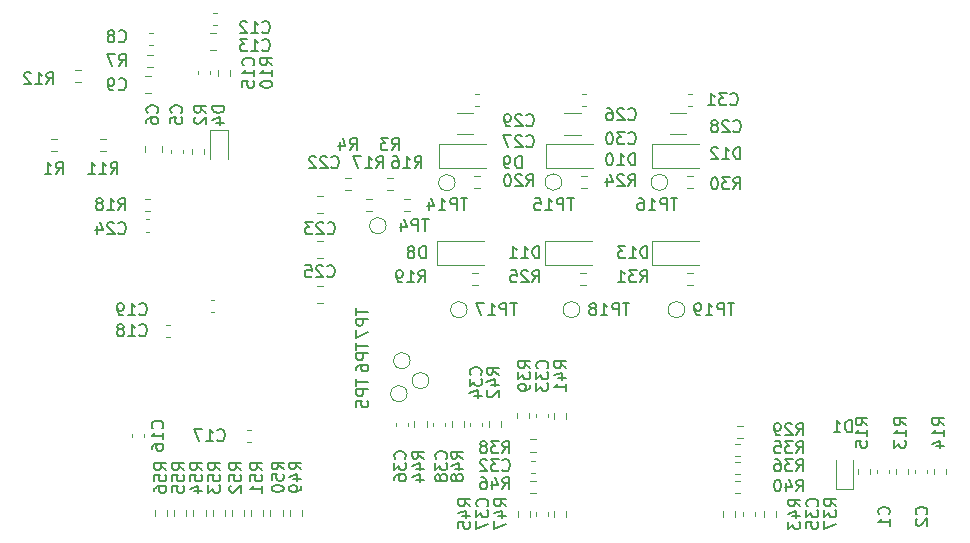
<source format=gbr>
%TF.GenerationSoftware,KiCad,Pcbnew,8.0.3-rc1*%
%TF.CreationDate,2024-06-29T16:34:31+08:00*%
%TF.ProjectId,MC_G431C8,4d435f47-3433-4314-9338-2e6b69636164,rev?*%
%TF.SameCoordinates,Original*%
%TF.FileFunction,Legend,Bot*%
%TF.FilePolarity,Positive*%
%FSLAX46Y46*%
G04 Gerber Fmt 4.6, Leading zero omitted, Abs format (unit mm)*
G04 Created by KiCad (PCBNEW 8.0.3-rc1) date 2024-06-29 16:34:31*
%MOMM*%
%LPD*%
G01*
G04 APERTURE LIST*
%ADD10C,0.150000*%
%ADD11C,0.120000*%
G04 APERTURE END LIST*
D10*
X157958094Y-87944819D02*
X157386666Y-87944819D01*
X157672380Y-88944819D02*
X157672380Y-87944819D01*
X157053332Y-88944819D02*
X157053332Y-87944819D01*
X157053332Y-87944819D02*
X156672380Y-87944819D01*
X156672380Y-87944819D02*
X156577142Y-87992438D01*
X156577142Y-87992438D02*
X156529523Y-88040057D01*
X156529523Y-88040057D02*
X156481904Y-88135295D01*
X156481904Y-88135295D02*
X156481904Y-88278152D01*
X156481904Y-88278152D02*
X156529523Y-88373390D01*
X156529523Y-88373390D02*
X156577142Y-88421009D01*
X156577142Y-88421009D02*
X156672380Y-88468628D01*
X156672380Y-88468628D02*
X157053332Y-88468628D01*
X155529523Y-88944819D02*
X156100951Y-88944819D01*
X155815237Y-88944819D02*
X155815237Y-87944819D01*
X155815237Y-87944819D02*
X155910475Y-88087676D01*
X155910475Y-88087676D02*
X156005713Y-88182914D01*
X156005713Y-88182914D02*
X156100951Y-88230533D01*
X154958094Y-88373390D02*
X155053332Y-88325771D01*
X155053332Y-88325771D02*
X155100951Y-88278152D01*
X155100951Y-88278152D02*
X155148570Y-88182914D01*
X155148570Y-88182914D02*
X155148570Y-88135295D01*
X155148570Y-88135295D02*
X155100951Y-88040057D01*
X155100951Y-88040057D02*
X155053332Y-87992438D01*
X155053332Y-87992438D02*
X154958094Y-87944819D01*
X154958094Y-87944819D02*
X154767618Y-87944819D01*
X154767618Y-87944819D02*
X154672380Y-87992438D01*
X154672380Y-87992438D02*
X154624761Y-88040057D01*
X154624761Y-88040057D02*
X154577142Y-88135295D01*
X154577142Y-88135295D02*
X154577142Y-88182914D01*
X154577142Y-88182914D02*
X154624761Y-88278152D01*
X154624761Y-88278152D02*
X154672380Y-88325771D01*
X154672380Y-88325771D02*
X154767618Y-88373390D01*
X154767618Y-88373390D02*
X154958094Y-88373390D01*
X154958094Y-88373390D02*
X155053332Y-88421009D01*
X155053332Y-88421009D02*
X155100951Y-88468628D01*
X155100951Y-88468628D02*
X155148570Y-88563866D01*
X155148570Y-88563866D02*
X155148570Y-88754342D01*
X155148570Y-88754342D02*
X155100951Y-88849580D01*
X155100951Y-88849580D02*
X155053332Y-88897200D01*
X155053332Y-88897200D02*
X154958094Y-88944819D01*
X154958094Y-88944819D02*
X154767618Y-88944819D01*
X154767618Y-88944819D02*
X154672380Y-88897200D01*
X154672380Y-88897200D02*
X154624761Y-88849580D01*
X154624761Y-88849580D02*
X154577142Y-88754342D01*
X154577142Y-88754342D02*
X154577142Y-88563866D01*
X154577142Y-88563866D02*
X154624761Y-88468628D01*
X154624761Y-88468628D02*
X154672380Y-88421009D01*
X154672380Y-88421009D02*
X154767618Y-88373390D01*
X152610819Y-93435142D02*
X152134628Y-93101809D01*
X152610819Y-92863714D02*
X151610819Y-92863714D01*
X151610819Y-92863714D02*
X151610819Y-93244666D01*
X151610819Y-93244666D02*
X151658438Y-93339904D01*
X151658438Y-93339904D02*
X151706057Y-93387523D01*
X151706057Y-93387523D02*
X151801295Y-93435142D01*
X151801295Y-93435142D02*
X151944152Y-93435142D01*
X151944152Y-93435142D02*
X152039390Y-93387523D01*
X152039390Y-93387523D02*
X152087009Y-93339904D01*
X152087009Y-93339904D02*
X152134628Y-93244666D01*
X152134628Y-93244666D02*
X152134628Y-92863714D01*
X151944152Y-94292285D02*
X152610819Y-94292285D01*
X151563200Y-94054190D02*
X152277485Y-93816095D01*
X152277485Y-93816095D02*
X152277485Y-94435142D01*
X152610819Y-95339904D02*
X152610819Y-94768476D01*
X152610819Y-95054190D02*
X151610819Y-95054190D01*
X151610819Y-95054190D02*
X151753676Y-94958952D01*
X151753676Y-94958952D02*
X151848914Y-94863714D01*
X151848914Y-94863714D02*
X151896533Y-94768476D01*
X142424451Y-101099142D02*
X142472071Y-101051523D01*
X142472071Y-101051523D02*
X142519690Y-100908666D01*
X142519690Y-100908666D02*
X142519690Y-100813428D01*
X142519690Y-100813428D02*
X142472071Y-100670571D01*
X142472071Y-100670571D02*
X142376832Y-100575333D01*
X142376832Y-100575333D02*
X142281594Y-100527714D01*
X142281594Y-100527714D02*
X142091118Y-100480095D01*
X142091118Y-100480095D02*
X141948261Y-100480095D01*
X141948261Y-100480095D02*
X141757785Y-100527714D01*
X141757785Y-100527714D02*
X141662547Y-100575333D01*
X141662547Y-100575333D02*
X141567309Y-100670571D01*
X141567309Y-100670571D02*
X141519690Y-100813428D01*
X141519690Y-100813428D02*
X141519690Y-100908666D01*
X141519690Y-100908666D02*
X141567309Y-101051523D01*
X141567309Y-101051523D02*
X141614928Y-101099142D01*
X141519690Y-101432476D02*
X141519690Y-102051523D01*
X141519690Y-102051523D02*
X141900642Y-101718190D01*
X141900642Y-101718190D02*
X141900642Y-101861047D01*
X141900642Y-101861047D02*
X141948261Y-101956285D01*
X141948261Y-101956285D02*
X141995880Y-102003904D01*
X141995880Y-102003904D02*
X142091118Y-102051523D01*
X142091118Y-102051523D02*
X142329213Y-102051523D01*
X142329213Y-102051523D02*
X142424451Y-102003904D01*
X142424451Y-102003904D02*
X142472071Y-101956285D01*
X142472071Y-101956285D02*
X142519690Y-101861047D01*
X142519690Y-101861047D02*
X142519690Y-101575333D01*
X142519690Y-101575333D02*
X142472071Y-101480095D01*
X142472071Y-101480095D02*
X142424451Y-101432476D01*
X141948261Y-102622952D02*
X141900642Y-102527714D01*
X141900642Y-102527714D02*
X141853023Y-102480095D01*
X141853023Y-102480095D02*
X141757785Y-102432476D01*
X141757785Y-102432476D02*
X141710166Y-102432476D01*
X141710166Y-102432476D02*
X141614928Y-102480095D01*
X141614928Y-102480095D02*
X141567309Y-102527714D01*
X141567309Y-102527714D02*
X141519690Y-102622952D01*
X141519690Y-102622952D02*
X141519690Y-102813428D01*
X141519690Y-102813428D02*
X141567309Y-102908666D01*
X141567309Y-102908666D02*
X141614928Y-102956285D01*
X141614928Y-102956285D02*
X141710166Y-103003904D01*
X141710166Y-103003904D02*
X141757785Y-103003904D01*
X141757785Y-103003904D02*
X141853023Y-102956285D01*
X141853023Y-102956285D02*
X141900642Y-102908666D01*
X141900642Y-102908666D02*
X141948261Y-102813428D01*
X141948261Y-102813428D02*
X141948261Y-102622952D01*
X141948261Y-102622952D02*
X141995880Y-102527714D01*
X141995880Y-102527714D02*
X142043499Y-102480095D01*
X142043499Y-102480095D02*
X142138737Y-102432476D01*
X142138737Y-102432476D02*
X142329213Y-102432476D01*
X142329213Y-102432476D02*
X142424451Y-102480095D01*
X142424451Y-102480095D02*
X142472071Y-102527714D01*
X142472071Y-102527714D02*
X142519690Y-102622952D01*
X142519690Y-102622952D02*
X142519690Y-102813428D01*
X142519690Y-102813428D02*
X142472071Y-102908666D01*
X142472071Y-102908666D02*
X142424451Y-102956285D01*
X142424451Y-102956285D02*
X142329213Y-103003904D01*
X142329213Y-103003904D02*
X142138737Y-103003904D01*
X142138737Y-103003904D02*
X142043499Y-102956285D01*
X142043499Y-102956285D02*
X141995880Y-102908666D01*
X141995880Y-102908666D02*
X141948261Y-102813428D01*
X117971580Y-71813333D02*
X118019200Y-71765714D01*
X118019200Y-71765714D02*
X118066819Y-71622857D01*
X118066819Y-71622857D02*
X118066819Y-71527619D01*
X118066819Y-71527619D02*
X118019200Y-71384762D01*
X118019200Y-71384762D02*
X117923961Y-71289524D01*
X117923961Y-71289524D02*
X117828723Y-71241905D01*
X117828723Y-71241905D02*
X117638247Y-71194286D01*
X117638247Y-71194286D02*
X117495390Y-71194286D01*
X117495390Y-71194286D02*
X117304914Y-71241905D01*
X117304914Y-71241905D02*
X117209676Y-71289524D01*
X117209676Y-71289524D02*
X117114438Y-71384762D01*
X117114438Y-71384762D02*
X117066819Y-71527619D01*
X117066819Y-71527619D02*
X117066819Y-71622857D01*
X117066819Y-71622857D02*
X117114438Y-71765714D01*
X117114438Y-71765714D02*
X117162057Y-71813333D01*
X117066819Y-72670476D02*
X117066819Y-72480000D01*
X117066819Y-72480000D02*
X117114438Y-72384762D01*
X117114438Y-72384762D02*
X117162057Y-72337143D01*
X117162057Y-72337143D02*
X117304914Y-72241905D01*
X117304914Y-72241905D02*
X117495390Y-72194286D01*
X117495390Y-72194286D02*
X117876342Y-72194286D01*
X117876342Y-72194286D02*
X117971580Y-72241905D01*
X117971580Y-72241905D02*
X118019200Y-72289524D01*
X118019200Y-72289524D02*
X118066819Y-72384762D01*
X118066819Y-72384762D02*
X118066819Y-72575238D01*
X118066819Y-72575238D02*
X118019200Y-72670476D01*
X118019200Y-72670476D02*
X117971580Y-72718095D01*
X117971580Y-72718095D02*
X117876342Y-72765714D01*
X117876342Y-72765714D02*
X117638247Y-72765714D01*
X117638247Y-72765714D02*
X117543009Y-72718095D01*
X117543009Y-72718095D02*
X117495390Y-72670476D01*
X117495390Y-72670476D02*
X117447771Y-72575238D01*
X117447771Y-72575238D02*
X117447771Y-72384762D01*
X117447771Y-72384762D02*
X117495390Y-72289524D01*
X117495390Y-72289524D02*
X117543009Y-72241905D01*
X117543009Y-72241905D02*
X117638247Y-72194286D01*
X126890857Y-66497580D02*
X126938476Y-66545200D01*
X126938476Y-66545200D02*
X127081333Y-66592819D01*
X127081333Y-66592819D02*
X127176571Y-66592819D01*
X127176571Y-66592819D02*
X127319428Y-66545200D01*
X127319428Y-66545200D02*
X127414666Y-66449961D01*
X127414666Y-66449961D02*
X127462285Y-66354723D01*
X127462285Y-66354723D02*
X127509904Y-66164247D01*
X127509904Y-66164247D02*
X127509904Y-66021390D01*
X127509904Y-66021390D02*
X127462285Y-65830914D01*
X127462285Y-65830914D02*
X127414666Y-65735676D01*
X127414666Y-65735676D02*
X127319428Y-65640438D01*
X127319428Y-65640438D02*
X127176571Y-65592819D01*
X127176571Y-65592819D02*
X127081333Y-65592819D01*
X127081333Y-65592819D02*
X126938476Y-65640438D01*
X126938476Y-65640438D02*
X126890857Y-65688057D01*
X125938476Y-66592819D02*
X126509904Y-66592819D01*
X126224190Y-66592819D02*
X126224190Y-65592819D01*
X126224190Y-65592819D02*
X126319428Y-65735676D01*
X126319428Y-65735676D02*
X126414666Y-65830914D01*
X126414666Y-65830914D02*
X126509904Y-65878533D01*
X125605142Y-65592819D02*
X124986095Y-65592819D01*
X124986095Y-65592819D02*
X125319428Y-65973771D01*
X125319428Y-65973771D02*
X125176571Y-65973771D01*
X125176571Y-65973771D02*
X125081333Y-66021390D01*
X125081333Y-66021390D02*
X125033714Y-66069009D01*
X125033714Y-66069009D02*
X124986095Y-66164247D01*
X124986095Y-66164247D02*
X124986095Y-66402342D01*
X124986095Y-66402342D02*
X125033714Y-66497580D01*
X125033714Y-66497580D02*
X125081333Y-66545200D01*
X125081333Y-66545200D02*
X125176571Y-66592819D01*
X125176571Y-66592819D02*
X125462285Y-66592819D01*
X125462285Y-66592819D02*
X125557523Y-66545200D01*
X125557523Y-66545200D02*
X125605142Y-66497580D01*
X184614819Y-98261142D02*
X184138628Y-97927809D01*
X184614819Y-97689714D02*
X183614819Y-97689714D01*
X183614819Y-97689714D02*
X183614819Y-98070666D01*
X183614819Y-98070666D02*
X183662438Y-98165904D01*
X183662438Y-98165904D02*
X183710057Y-98213523D01*
X183710057Y-98213523D02*
X183805295Y-98261142D01*
X183805295Y-98261142D02*
X183948152Y-98261142D01*
X183948152Y-98261142D02*
X184043390Y-98213523D01*
X184043390Y-98213523D02*
X184091009Y-98165904D01*
X184091009Y-98165904D02*
X184138628Y-98070666D01*
X184138628Y-98070666D02*
X184138628Y-97689714D01*
X184614819Y-99213523D02*
X184614819Y-98642095D01*
X184614819Y-98927809D02*
X183614819Y-98927809D01*
X183614819Y-98927809D02*
X183757676Y-98832571D01*
X183757676Y-98832571D02*
X183852914Y-98737333D01*
X183852914Y-98737333D02*
X183900533Y-98642095D01*
X183948152Y-100070666D02*
X184614819Y-100070666D01*
X183567200Y-99832571D02*
X184281485Y-99594476D01*
X184281485Y-99594476D02*
X184281485Y-100213523D01*
X157878857Y-72339580D02*
X157926476Y-72387200D01*
X157926476Y-72387200D02*
X158069333Y-72434819D01*
X158069333Y-72434819D02*
X158164571Y-72434819D01*
X158164571Y-72434819D02*
X158307428Y-72387200D01*
X158307428Y-72387200D02*
X158402666Y-72291961D01*
X158402666Y-72291961D02*
X158450285Y-72196723D01*
X158450285Y-72196723D02*
X158497904Y-72006247D01*
X158497904Y-72006247D02*
X158497904Y-71863390D01*
X158497904Y-71863390D02*
X158450285Y-71672914D01*
X158450285Y-71672914D02*
X158402666Y-71577676D01*
X158402666Y-71577676D02*
X158307428Y-71482438D01*
X158307428Y-71482438D02*
X158164571Y-71434819D01*
X158164571Y-71434819D02*
X158069333Y-71434819D01*
X158069333Y-71434819D02*
X157926476Y-71482438D01*
X157926476Y-71482438D02*
X157878857Y-71530057D01*
X157497904Y-71530057D02*
X157450285Y-71482438D01*
X157450285Y-71482438D02*
X157355047Y-71434819D01*
X157355047Y-71434819D02*
X157116952Y-71434819D01*
X157116952Y-71434819D02*
X157021714Y-71482438D01*
X157021714Y-71482438D02*
X156974095Y-71530057D01*
X156974095Y-71530057D02*
X156926476Y-71625295D01*
X156926476Y-71625295D02*
X156926476Y-71720533D01*
X156926476Y-71720533D02*
X156974095Y-71863390D01*
X156974095Y-71863390D02*
X157545523Y-72434819D01*
X157545523Y-72434819D02*
X156926476Y-72434819D01*
X156069333Y-71434819D02*
X156259809Y-71434819D01*
X156259809Y-71434819D02*
X156355047Y-71482438D01*
X156355047Y-71482438D02*
X156402666Y-71530057D01*
X156402666Y-71530057D02*
X156497904Y-71672914D01*
X156497904Y-71672914D02*
X156545523Y-71863390D01*
X156545523Y-71863390D02*
X156545523Y-72244342D01*
X156545523Y-72244342D02*
X156497904Y-72339580D01*
X156497904Y-72339580D02*
X156450285Y-72387200D01*
X156450285Y-72387200D02*
X156355047Y-72434819D01*
X156355047Y-72434819D02*
X156164571Y-72434819D01*
X156164571Y-72434819D02*
X156069333Y-72387200D01*
X156069333Y-72387200D02*
X156021714Y-72339580D01*
X156021714Y-72339580D02*
X155974095Y-72244342D01*
X155974095Y-72244342D02*
X155974095Y-72006247D01*
X155974095Y-72006247D02*
X156021714Y-71911009D01*
X156021714Y-71911009D02*
X156069333Y-71863390D01*
X156069333Y-71863390D02*
X156164571Y-71815771D01*
X156164571Y-71815771D02*
X156355047Y-71815771D01*
X156355047Y-71815771D02*
X156450285Y-71863390D01*
X156450285Y-71863390D02*
X156497904Y-71911009D01*
X156497904Y-71911009D02*
X156545523Y-72006247D01*
X134288666Y-74974819D02*
X134621999Y-74498628D01*
X134860094Y-74974819D02*
X134860094Y-73974819D01*
X134860094Y-73974819D02*
X134479142Y-73974819D01*
X134479142Y-73974819D02*
X134383904Y-74022438D01*
X134383904Y-74022438D02*
X134336285Y-74070057D01*
X134336285Y-74070057D02*
X134288666Y-74165295D01*
X134288666Y-74165295D02*
X134288666Y-74308152D01*
X134288666Y-74308152D02*
X134336285Y-74403390D01*
X134336285Y-74403390D02*
X134383904Y-74451009D01*
X134383904Y-74451009D02*
X134479142Y-74498628D01*
X134479142Y-74498628D02*
X134860094Y-74498628D01*
X133431523Y-74308152D02*
X133431523Y-74974819D01*
X133669618Y-73927200D02*
X133907713Y-74641485D01*
X133907713Y-74641485D02*
X133288666Y-74641485D01*
X144482819Y-105119142D02*
X144006628Y-104785809D01*
X144482819Y-104547714D02*
X143482819Y-104547714D01*
X143482819Y-104547714D02*
X143482819Y-104928666D01*
X143482819Y-104928666D02*
X143530438Y-105023904D01*
X143530438Y-105023904D02*
X143578057Y-105071523D01*
X143578057Y-105071523D02*
X143673295Y-105119142D01*
X143673295Y-105119142D02*
X143816152Y-105119142D01*
X143816152Y-105119142D02*
X143911390Y-105071523D01*
X143911390Y-105071523D02*
X143959009Y-105023904D01*
X143959009Y-105023904D02*
X144006628Y-104928666D01*
X144006628Y-104928666D02*
X144006628Y-104547714D01*
X143816152Y-105976285D02*
X144482819Y-105976285D01*
X143435200Y-105738190D02*
X144149485Y-105500095D01*
X144149485Y-105500095D02*
X144149485Y-106119142D01*
X143482819Y-106976285D02*
X143482819Y-106500095D01*
X143482819Y-106500095D02*
X143959009Y-106452476D01*
X143959009Y-106452476D02*
X143911390Y-106500095D01*
X143911390Y-106500095D02*
X143863771Y-106595333D01*
X143863771Y-106595333D02*
X143863771Y-106833428D01*
X143863771Y-106833428D02*
X143911390Y-106928666D01*
X143911390Y-106928666D02*
X143959009Y-106976285D01*
X143959009Y-106976285D02*
X144054247Y-107023904D01*
X144054247Y-107023904D02*
X144292342Y-107023904D01*
X144292342Y-107023904D02*
X144387580Y-106976285D01*
X144387580Y-106976285D02*
X144435200Y-106928666D01*
X144435200Y-106928666D02*
X144482819Y-106833428D01*
X144482819Y-106833428D02*
X144482819Y-106595333D01*
X144482819Y-106595333D02*
X144435200Y-106500095D01*
X144435200Y-106500095D02*
X144387580Y-106452476D01*
X120265812Y-102071142D02*
X119789621Y-101737809D01*
X120265812Y-101499714D02*
X119265812Y-101499714D01*
X119265812Y-101499714D02*
X119265812Y-101880666D01*
X119265812Y-101880666D02*
X119313431Y-101975904D01*
X119313431Y-101975904D02*
X119361050Y-102023523D01*
X119361050Y-102023523D02*
X119456288Y-102071142D01*
X119456288Y-102071142D02*
X119599145Y-102071142D01*
X119599145Y-102071142D02*
X119694383Y-102023523D01*
X119694383Y-102023523D02*
X119742002Y-101975904D01*
X119742002Y-101975904D02*
X119789621Y-101880666D01*
X119789621Y-101880666D02*
X119789621Y-101499714D01*
X119265812Y-102975904D02*
X119265812Y-102499714D01*
X119265812Y-102499714D02*
X119742002Y-102452095D01*
X119742002Y-102452095D02*
X119694383Y-102499714D01*
X119694383Y-102499714D02*
X119646764Y-102594952D01*
X119646764Y-102594952D02*
X119646764Y-102833047D01*
X119646764Y-102833047D02*
X119694383Y-102928285D01*
X119694383Y-102928285D02*
X119742002Y-102975904D01*
X119742002Y-102975904D02*
X119837240Y-103023523D01*
X119837240Y-103023523D02*
X120075335Y-103023523D01*
X120075335Y-103023523D02*
X120170573Y-102975904D01*
X120170573Y-102975904D02*
X120218193Y-102928285D01*
X120218193Y-102928285D02*
X120265812Y-102833047D01*
X120265812Y-102833047D02*
X120265812Y-102594952D01*
X120265812Y-102594952D02*
X120218193Y-102499714D01*
X120218193Y-102499714D02*
X120170573Y-102452095D01*
X119265812Y-103928285D02*
X119265812Y-103452095D01*
X119265812Y-103452095D02*
X119742002Y-103404476D01*
X119742002Y-103404476D02*
X119694383Y-103452095D01*
X119694383Y-103452095D02*
X119646764Y-103547333D01*
X119646764Y-103547333D02*
X119646764Y-103785428D01*
X119646764Y-103785428D02*
X119694383Y-103880666D01*
X119694383Y-103880666D02*
X119742002Y-103928285D01*
X119742002Y-103928285D02*
X119837240Y-103975904D01*
X119837240Y-103975904D02*
X120075335Y-103975904D01*
X120075335Y-103975904D02*
X120170573Y-103928285D01*
X120170573Y-103928285D02*
X120218193Y-103880666D01*
X120218193Y-103880666D02*
X120265812Y-103785428D01*
X120265812Y-103785428D02*
X120265812Y-103547333D01*
X120265812Y-103547333D02*
X120218193Y-103452095D01*
X120218193Y-103452095D02*
X120170573Y-103404476D01*
X162022094Y-79054819D02*
X161450666Y-79054819D01*
X161736380Y-80054819D02*
X161736380Y-79054819D01*
X161117332Y-80054819D02*
X161117332Y-79054819D01*
X161117332Y-79054819D02*
X160736380Y-79054819D01*
X160736380Y-79054819D02*
X160641142Y-79102438D01*
X160641142Y-79102438D02*
X160593523Y-79150057D01*
X160593523Y-79150057D02*
X160545904Y-79245295D01*
X160545904Y-79245295D02*
X160545904Y-79388152D01*
X160545904Y-79388152D02*
X160593523Y-79483390D01*
X160593523Y-79483390D02*
X160641142Y-79531009D01*
X160641142Y-79531009D02*
X160736380Y-79578628D01*
X160736380Y-79578628D02*
X161117332Y-79578628D01*
X159593523Y-80054819D02*
X160164951Y-80054819D01*
X159879237Y-80054819D02*
X159879237Y-79054819D01*
X159879237Y-79054819D02*
X159974475Y-79197676D01*
X159974475Y-79197676D02*
X160069713Y-79292914D01*
X160069713Y-79292914D02*
X160164951Y-79340533D01*
X158736380Y-79054819D02*
X158926856Y-79054819D01*
X158926856Y-79054819D02*
X159022094Y-79102438D01*
X159022094Y-79102438D02*
X159069713Y-79150057D01*
X159069713Y-79150057D02*
X159164951Y-79292914D01*
X159164951Y-79292914D02*
X159212570Y-79483390D01*
X159212570Y-79483390D02*
X159212570Y-79864342D01*
X159212570Y-79864342D02*
X159164951Y-79959580D01*
X159164951Y-79959580D02*
X159117332Y-80007200D01*
X159117332Y-80007200D02*
X159022094Y-80054819D01*
X159022094Y-80054819D02*
X158831618Y-80054819D01*
X158831618Y-80054819D02*
X158736380Y-80007200D01*
X158736380Y-80007200D02*
X158688761Y-79959580D01*
X158688761Y-79959580D02*
X158641142Y-79864342D01*
X158641142Y-79864342D02*
X158641142Y-79626247D01*
X158641142Y-79626247D02*
X158688761Y-79531009D01*
X158688761Y-79531009D02*
X158736380Y-79483390D01*
X158736380Y-79483390D02*
X158831618Y-79435771D01*
X158831618Y-79435771D02*
X159022094Y-79435771D01*
X159022094Y-79435771D02*
X159117332Y-79483390D01*
X159117332Y-79483390D02*
X159164951Y-79531009D01*
X159164951Y-79531009D02*
X159212570Y-79626247D01*
X134846819Y-91292095D02*
X134846819Y-91863523D01*
X135846819Y-91577809D02*
X134846819Y-91577809D01*
X135846819Y-92196857D02*
X134846819Y-92196857D01*
X134846819Y-92196857D02*
X134846819Y-92577809D01*
X134846819Y-92577809D02*
X134894438Y-92673047D01*
X134894438Y-92673047D02*
X134942057Y-92720666D01*
X134942057Y-92720666D02*
X135037295Y-92768285D01*
X135037295Y-92768285D02*
X135180152Y-92768285D01*
X135180152Y-92768285D02*
X135275390Y-92720666D01*
X135275390Y-92720666D02*
X135323009Y-92673047D01*
X135323009Y-92673047D02*
X135370628Y-92577809D01*
X135370628Y-92577809D02*
X135370628Y-92196857D01*
X134846819Y-93625428D02*
X134846819Y-93434952D01*
X134846819Y-93434952D02*
X134894438Y-93339714D01*
X134894438Y-93339714D02*
X134942057Y-93292095D01*
X134942057Y-93292095D02*
X135084914Y-93196857D01*
X135084914Y-93196857D02*
X135275390Y-93149238D01*
X135275390Y-93149238D02*
X135656342Y-93149238D01*
X135656342Y-93149238D02*
X135751580Y-93196857D01*
X135751580Y-93196857D02*
X135799200Y-93244476D01*
X135799200Y-93244476D02*
X135846819Y-93339714D01*
X135846819Y-93339714D02*
X135846819Y-93530190D01*
X135846819Y-93530190D02*
X135799200Y-93625428D01*
X135799200Y-93625428D02*
X135751580Y-93673047D01*
X135751580Y-93673047D02*
X135656342Y-93720666D01*
X135656342Y-93720666D02*
X135418247Y-93720666D01*
X135418247Y-93720666D02*
X135323009Y-93673047D01*
X135323009Y-93673047D02*
X135275390Y-93625428D01*
X135275390Y-93625428D02*
X135227771Y-93530190D01*
X135227771Y-93530190D02*
X135227771Y-93339714D01*
X135227771Y-93339714D02*
X135275390Y-93244476D01*
X135275390Y-93244476D02*
X135323009Y-93196857D01*
X135323009Y-93196857D02*
X135418247Y-93149238D01*
X144242094Y-79054819D02*
X143670666Y-79054819D01*
X143956380Y-80054819D02*
X143956380Y-79054819D01*
X143337332Y-80054819D02*
X143337332Y-79054819D01*
X143337332Y-79054819D02*
X142956380Y-79054819D01*
X142956380Y-79054819D02*
X142861142Y-79102438D01*
X142861142Y-79102438D02*
X142813523Y-79150057D01*
X142813523Y-79150057D02*
X142765904Y-79245295D01*
X142765904Y-79245295D02*
X142765904Y-79388152D01*
X142765904Y-79388152D02*
X142813523Y-79483390D01*
X142813523Y-79483390D02*
X142861142Y-79531009D01*
X142861142Y-79531009D02*
X142956380Y-79578628D01*
X142956380Y-79578628D02*
X143337332Y-79578628D01*
X141813523Y-80054819D02*
X142384951Y-80054819D01*
X142099237Y-80054819D02*
X142099237Y-79054819D01*
X142099237Y-79054819D02*
X142194475Y-79197676D01*
X142194475Y-79197676D02*
X142289713Y-79292914D01*
X142289713Y-79292914D02*
X142384951Y-79340533D01*
X140956380Y-79388152D02*
X140956380Y-80054819D01*
X141194475Y-79007200D02*
X141432570Y-79721485D01*
X141432570Y-79721485D02*
X140813523Y-79721485D01*
X166768857Y-78276819D02*
X167102190Y-77800628D01*
X167340285Y-78276819D02*
X167340285Y-77276819D01*
X167340285Y-77276819D02*
X166959333Y-77276819D01*
X166959333Y-77276819D02*
X166864095Y-77324438D01*
X166864095Y-77324438D02*
X166816476Y-77372057D01*
X166816476Y-77372057D02*
X166768857Y-77467295D01*
X166768857Y-77467295D02*
X166768857Y-77610152D01*
X166768857Y-77610152D02*
X166816476Y-77705390D01*
X166816476Y-77705390D02*
X166864095Y-77753009D01*
X166864095Y-77753009D02*
X166959333Y-77800628D01*
X166959333Y-77800628D02*
X167340285Y-77800628D01*
X166435523Y-77276819D02*
X165816476Y-77276819D01*
X165816476Y-77276819D02*
X166149809Y-77657771D01*
X166149809Y-77657771D02*
X166006952Y-77657771D01*
X166006952Y-77657771D02*
X165911714Y-77705390D01*
X165911714Y-77705390D02*
X165864095Y-77753009D01*
X165864095Y-77753009D02*
X165816476Y-77848247D01*
X165816476Y-77848247D02*
X165816476Y-78086342D01*
X165816476Y-78086342D02*
X165864095Y-78181580D01*
X165864095Y-78181580D02*
X165911714Y-78229200D01*
X165911714Y-78229200D02*
X166006952Y-78276819D01*
X166006952Y-78276819D02*
X166292666Y-78276819D01*
X166292666Y-78276819D02*
X166387904Y-78229200D01*
X166387904Y-78229200D02*
X166435523Y-78181580D01*
X165197428Y-77276819D02*
X165102190Y-77276819D01*
X165102190Y-77276819D02*
X165006952Y-77324438D01*
X165006952Y-77324438D02*
X164959333Y-77372057D01*
X164959333Y-77372057D02*
X164911714Y-77467295D01*
X164911714Y-77467295D02*
X164864095Y-77657771D01*
X164864095Y-77657771D02*
X164864095Y-77895866D01*
X164864095Y-77895866D02*
X164911714Y-78086342D01*
X164911714Y-78086342D02*
X164959333Y-78181580D01*
X164959333Y-78181580D02*
X165006952Y-78229200D01*
X165006952Y-78229200D02*
X165102190Y-78276819D01*
X165102190Y-78276819D02*
X165197428Y-78276819D01*
X165197428Y-78276819D02*
X165292666Y-78229200D01*
X165292666Y-78229200D02*
X165340285Y-78181580D01*
X165340285Y-78181580D02*
X165387904Y-78086342D01*
X165387904Y-78086342D02*
X165435523Y-77895866D01*
X165435523Y-77895866D02*
X165435523Y-77657771D01*
X165435523Y-77657771D02*
X165387904Y-77467295D01*
X165387904Y-77467295D02*
X165340285Y-77372057D01*
X165340285Y-77372057D02*
X165292666Y-77324438D01*
X165292666Y-77324438D02*
X165197428Y-77276819D01*
X150991580Y-93435142D02*
X151039200Y-93387523D01*
X151039200Y-93387523D02*
X151086819Y-93244666D01*
X151086819Y-93244666D02*
X151086819Y-93149428D01*
X151086819Y-93149428D02*
X151039200Y-93006571D01*
X151039200Y-93006571D02*
X150943961Y-92911333D01*
X150943961Y-92911333D02*
X150848723Y-92863714D01*
X150848723Y-92863714D02*
X150658247Y-92816095D01*
X150658247Y-92816095D02*
X150515390Y-92816095D01*
X150515390Y-92816095D02*
X150324914Y-92863714D01*
X150324914Y-92863714D02*
X150229676Y-92911333D01*
X150229676Y-92911333D02*
X150134438Y-93006571D01*
X150134438Y-93006571D02*
X150086819Y-93149428D01*
X150086819Y-93149428D02*
X150086819Y-93244666D01*
X150086819Y-93244666D02*
X150134438Y-93387523D01*
X150134438Y-93387523D02*
X150182057Y-93435142D01*
X150086819Y-93768476D02*
X150086819Y-94387523D01*
X150086819Y-94387523D02*
X150467771Y-94054190D01*
X150467771Y-94054190D02*
X150467771Y-94197047D01*
X150467771Y-94197047D02*
X150515390Y-94292285D01*
X150515390Y-94292285D02*
X150563009Y-94339904D01*
X150563009Y-94339904D02*
X150658247Y-94387523D01*
X150658247Y-94387523D02*
X150896342Y-94387523D01*
X150896342Y-94387523D02*
X150991580Y-94339904D01*
X150991580Y-94339904D02*
X151039200Y-94292285D01*
X151039200Y-94292285D02*
X151086819Y-94197047D01*
X151086819Y-94197047D02*
X151086819Y-93911333D01*
X151086819Y-93911333D02*
X151039200Y-93816095D01*
X151039200Y-93816095D02*
X150991580Y-93768476D01*
X150086819Y-94720857D02*
X150086819Y-95339904D01*
X150086819Y-95339904D02*
X150467771Y-95006571D01*
X150467771Y-95006571D02*
X150467771Y-95149428D01*
X150467771Y-95149428D02*
X150515390Y-95244666D01*
X150515390Y-95244666D02*
X150563009Y-95292285D01*
X150563009Y-95292285D02*
X150658247Y-95339904D01*
X150658247Y-95339904D02*
X150896342Y-95339904D01*
X150896342Y-95339904D02*
X150991580Y-95292285D01*
X150991580Y-95292285D02*
X151039200Y-95244666D01*
X151039200Y-95244666D02*
X151086819Y-95149428D01*
X151086819Y-95149428D02*
X151086819Y-94863714D01*
X151086819Y-94863714D02*
X151039200Y-94768476D01*
X151039200Y-94768476D02*
X150991580Y-94720857D01*
X149242857Y-74625580D02*
X149290476Y-74673200D01*
X149290476Y-74673200D02*
X149433333Y-74720819D01*
X149433333Y-74720819D02*
X149528571Y-74720819D01*
X149528571Y-74720819D02*
X149671428Y-74673200D01*
X149671428Y-74673200D02*
X149766666Y-74577961D01*
X149766666Y-74577961D02*
X149814285Y-74482723D01*
X149814285Y-74482723D02*
X149861904Y-74292247D01*
X149861904Y-74292247D02*
X149861904Y-74149390D01*
X149861904Y-74149390D02*
X149814285Y-73958914D01*
X149814285Y-73958914D02*
X149766666Y-73863676D01*
X149766666Y-73863676D02*
X149671428Y-73768438D01*
X149671428Y-73768438D02*
X149528571Y-73720819D01*
X149528571Y-73720819D02*
X149433333Y-73720819D01*
X149433333Y-73720819D02*
X149290476Y-73768438D01*
X149290476Y-73768438D02*
X149242857Y-73816057D01*
X148861904Y-73816057D02*
X148814285Y-73768438D01*
X148814285Y-73768438D02*
X148719047Y-73720819D01*
X148719047Y-73720819D02*
X148480952Y-73720819D01*
X148480952Y-73720819D02*
X148385714Y-73768438D01*
X148385714Y-73768438D02*
X148338095Y-73816057D01*
X148338095Y-73816057D02*
X148290476Y-73911295D01*
X148290476Y-73911295D02*
X148290476Y-74006533D01*
X148290476Y-74006533D02*
X148338095Y-74149390D01*
X148338095Y-74149390D02*
X148909523Y-74720819D01*
X148909523Y-74720819D02*
X148290476Y-74720819D01*
X147957142Y-73720819D02*
X147290476Y-73720819D01*
X147290476Y-73720819D02*
X147719047Y-74720819D01*
X159466285Y-84118819D02*
X159466285Y-83118819D01*
X159466285Y-83118819D02*
X159228190Y-83118819D01*
X159228190Y-83118819D02*
X159085333Y-83166438D01*
X159085333Y-83166438D02*
X158990095Y-83261676D01*
X158990095Y-83261676D02*
X158942476Y-83356914D01*
X158942476Y-83356914D02*
X158894857Y-83547390D01*
X158894857Y-83547390D02*
X158894857Y-83690247D01*
X158894857Y-83690247D02*
X158942476Y-83880723D01*
X158942476Y-83880723D02*
X158990095Y-83975961D01*
X158990095Y-83975961D02*
X159085333Y-84071200D01*
X159085333Y-84071200D02*
X159228190Y-84118819D01*
X159228190Y-84118819D02*
X159466285Y-84118819D01*
X157942476Y-84118819D02*
X158513904Y-84118819D01*
X158228190Y-84118819D02*
X158228190Y-83118819D01*
X158228190Y-83118819D02*
X158323428Y-83261676D01*
X158323428Y-83261676D02*
X158418666Y-83356914D01*
X158418666Y-83356914D02*
X158513904Y-83404533D01*
X157609142Y-83118819D02*
X156990095Y-83118819D01*
X156990095Y-83118819D02*
X157323428Y-83499771D01*
X157323428Y-83499771D02*
X157180571Y-83499771D01*
X157180571Y-83499771D02*
X157085333Y-83547390D01*
X157085333Y-83547390D02*
X157037714Y-83595009D01*
X157037714Y-83595009D02*
X156990095Y-83690247D01*
X156990095Y-83690247D02*
X156990095Y-83928342D01*
X156990095Y-83928342D02*
X157037714Y-84023580D01*
X157037714Y-84023580D02*
X157085333Y-84071200D01*
X157085333Y-84071200D02*
X157180571Y-84118819D01*
X157180571Y-84118819D02*
X157466285Y-84118819D01*
X157466285Y-84118819D02*
X157561523Y-84071200D01*
X157561523Y-84071200D02*
X157609142Y-84023580D01*
X118406526Y-98515142D02*
X118454146Y-98467523D01*
X118454146Y-98467523D02*
X118501765Y-98324666D01*
X118501765Y-98324666D02*
X118501765Y-98229428D01*
X118501765Y-98229428D02*
X118454146Y-98086571D01*
X118454146Y-98086571D02*
X118358907Y-97991333D01*
X118358907Y-97991333D02*
X118263669Y-97943714D01*
X118263669Y-97943714D02*
X118073193Y-97896095D01*
X118073193Y-97896095D02*
X117930336Y-97896095D01*
X117930336Y-97896095D02*
X117739860Y-97943714D01*
X117739860Y-97943714D02*
X117644622Y-97991333D01*
X117644622Y-97991333D02*
X117549384Y-98086571D01*
X117549384Y-98086571D02*
X117501765Y-98229428D01*
X117501765Y-98229428D02*
X117501765Y-98324666D01*
X117501765Y-98324666D02*
X117549384Y-98467523D01*
X117549384Y-98467523D02*
X117597003Y-98515142D01*
X118501765Y-99467523D02*
X118501765Y-98896095D01*
X118501765Y-99181809D02*
X117501765Y-99181809D01*
X117501765Y-99181809D02*
X117644622Y-99086571D01*
X117644622Y-99086571D02*
X117739860Y-98991333D01*
X117739860Y-98991333D02*
X117787479Y-98896095D01*
X117501765Y-100324666D02*
X117501765Y-100134190D01*
X117501765Y-100134190D02*
X117549384Y-100038952D01*
X117549384Y-100038952D02*
X117597003Y-99991333D01*
X117597003Y-99991333D02*
X117739860Y-99896095D01*
X117739860Y-99896095D02*
X117930336Y-99848476D01*
X117930336Y-99848476D02*
X118311288Y-99848476D01*
X118311288Y-99848476D02*
X118406526Y-99896095D01*
X118406526Y-99896095D02*
X118454146Y-99943714D01*
X118454146Y-99943714D02*
X118501765Y-100038952D01*
X118501765Y-100038952D02*
X118501765Y-100229428D01*
X118501765Y-100229428D02*
X118454146Y-100324666D01*
X118454146Y-100324666D02*
X118406526Y-100372285D01*
X118406526Y-100372285D02*
X118311288Y-100419904D01*
X118311288Y-100419904D02*
X118073193Y-100419904D01*
X118073193Y-100419904D02*
X117977955Y-100372285D01*
X117977955Y-100372285D02*
X117930336Y-100324666D01*
X117930336Y-100324666D02*
X117882717Y-100229428D01*
X117882717Y-100229428D02*
X117882717Y-100038952D01*
X117882717Y-100038952D02*
X117930336Y-99943714D01*
X117930336Y-99943714D02*
X117977955Y-99896095D01*
X117977955Y-99896095D02*
X118073193Y-99848476D01*
X153262053Y-79054819D02*
X152690625Y-79054819D01*
X152976339Y-80054819D02*
X152976339Y-79054819D01*
X152357291Y-80054819D02*
X152357291Y-79054819D01*
X152357291Y-79054819D02*
X151976339Y-79054819D01*
X151976339Y-79054819D02*
X151881101Y-79102438D01*
X151881101Y-79102438D02*
X151833482Y-79150057D01*
X151833482Y-79150057D02*
X151785863Y-79245295D01*
X151785863Y-79245295D02*
X151785863Y-79388152D01*
X151785863Y-79388152D02*
X151833482Y-79483390D01*
X151833482Y-79483390D02*
X151881101Y-79531009D01*
X151881101Y-79531009D02*
X151976339Y-79578628D01*
X151976339Y-79578628D02*
X152357291Y-79578628D01*
X150833482Y-80054819D02*
X151404910Y-80054819D01*
X151119196Y-80054819D02*
X151119196Y-79054819D01*
X151119196Y-79054819D02*
X151214434Y-79197676D01*
X151214434Y-79197676D02*
X151309672Y-79292914D01*
X151309672Y-79292914D02*
X151404910Y-79340533D01*
X149928720Y-79054819D02*
X150404910Y-79054819D01*
X150404910Y-79054819D02*
X150452529Y-79531009D01*
X150452529Y-79531009D02*
X150404910Y-79483390D01*
X150404910Y-79483390D02*
X150309672Y-79435771D01*
X150309672Y-79435771D02*
X150071577Y-79435771D01*
X150071577Y-79435771D02*
X149976339Y-79483390D01*
X149976339Y-79483390D02*
X149928720Y-79531009D01*
X149928720Y-79531009D02*
X149881101Y-79626247D01*
X149881101Y-79626247D02*
X149881101Y-79864342D01*
X149881101Y-79864342D02*
X149928720Y-79959580D01*
X149928720Y-79959580D02*
X149976339Y-80007200D01*
X149976339Y-80007200D02*
X150071577Y-80054819D01*
X150071577Y-80054819D02*
X150309672Y-80054819D01*
X150309672Y-80054819D02*
X150404910Y-80007200D01*
X150404910Y-80007200D02*
X150452529Y-79959580D01*
X109396666Y-77006819D02*
X109729999Y-76530628D01*
X109968094Y-77006819D02*
X109968094Y-76006819D01*
X109968094Y-76006819D02*
X109587142Y-76006819D01*
X109587142Y-76006819D02*
X109491904Y-76054438D01*
X109491904Y-76054438D02*
X109444285Y-76102057D01*
X109444285Y-76102057D02*
X109396666Y-76197295D01*
X109396666Y-76197295D02*
X109396666Y-76340152D01*
X109396666Y-76340152D02*
X109444285Y-76435390D01*
X109444285Y-76435390D02*
X109491904Y-76483009D01*
X109491904Y-76483009D02*
X109587142Y-76530628D01*
X109587142Y-76530628D02*
X109968094Y-76530628D01*
X108444285Y-77006819D02*
X109015713Y-77006819D01*
X108729999Y-77006819D02*
X108729999Y-76006819D01*
X108729999Y-76006819D02*
X108825237Y-76149676D01*
X108825237Y-76149676D02*
X108920475Y-76244914D01*
X108920475Y-76244914D02*
X109015713Y-76292533D01*
X175470819Y-105119142D02*
X174994628Y-104785809D01*
X175470819Y-104547714D02*
X174470819Y-104547714D01*
X174470819Y-104547714D02*
X174470819Y-104928666D01*
X174470819Y-104928666D02*
X174518438Y-105023904D01*
X174518438Y-105023904D02*
X174566057Y-105071523D01*
X174566057Y-105071523D02*
X174661295Y-105119142D01*
X174661295Y-105119142D02*
X174804152Y-105119142D01*
X174804152Y-105119142D02*
X174899390Y-105071523D01*
X174899390Y-105071523D02*
X174947009Y-105023904D01*
X174947009Y-105023904D02*
X174994628Y-104928666D01*
X174994628Y-104928666D02*
X174994628Y-104547714D01*
X174470819Y-105452476D02*
X174470819Y-106071523D01*
X174470819Y-106071523D02*
X174851771Y-105738190D01*
X174851771Y-105738190D02*
X174851771Y-105881047D01*
X174851771Y-105881047D02*
X174899390Y-105976285D01*
X174899390Y-105976285D02*
X174947009Y-106023904D01*
X174947009Y-106023904D02*
X175042247Y-106071523D01*
X175042247Y-106071523D02*
X175280342Y-106071523D01*
X175280342Y-106071523D02*
X175375580Y-106023904D01*
X175375580Y-106023904D02*
X175423200Y-105976285D01*
X175423200Y-105976285D02*
X175470819Y-105881047D01*
X175470819Y-105881047D02*
X175470819Y-105595333D01*
X175470819Y-105595333D02*
X175423200Y-105500095D01*
X175423200Y-105500095D02*
X175375580Y-105452476D01*
X174470819Y-106404857D02*
X174470819Y-107071523D01*
X174470819Y-107071523D02*
X175470819Y-106642952D01*
X145911580Y-105119142D02*
X145959200Y-105071523D01*
X145959200Y-105071523D02*
X146006819Y-104928666D01*
X146006819Y-104928666D02*
X146006819Y-104833428D01*
X146006819Y-104833428D02*
X145959200Y-104690571D01*
X145959200Y-104690571D02*
X145863961Y-104595333D01*
X145863961Y-104595333D02*
X145768723Y-104547714D01*
X145768723Y-104547714D02*
X145578247Y-104500095D01*
X145578247Y-104500095D02*
X145435390Y-104500095D01*
X145435390Y-104500095D02*
X145244914Y-104547714D01*
X145244914Y-104547714D02*
X145149676Y-104595333D01*
X145149676Y-104595333D02*
X145054438Y-104690571D01*
X145054438Y-104690571D02*
X145006819Y-104833428D01*
X145006819Y-104833428D02*
X145006819Y-104928666D01*
X145006819Y-104928666D02*
X145054438Y-105071523D01*
X145054438Y-105071523D02*
X145102057Y-105119142D01*
X145006819Y-105452476D02*
X145006819Y-106071523D01*
X145006819Y-106071523D02*
X145387771Y-105738190D01*
X145387771Y-105738190D02*
X145387771Y-105881047D01*
X145387771Y-105881047D02*
X145435390Y-105976285D01*
X145435390Y-105976285D02*
X145483009Y-106023904D01*
X145483009Y-106023904D02*
X145578247Y-106071523D01*
X145578247Y-106071523D02*
X145816342Y-106071523D01*
X145816342Y-106071523D02*
X145911580Y-106023904D01*
X145911580Y-106023904D02*
X145959200Y-105976285D01*
X145959200Y-105976285D02*
X146006819Y-105881047D01*
X146006819Y-105881047D02*
X146006819Y-105595333D01*
X146006819Y-105595333D02*
X145959200Y-105500095D01*
X145959200Y-105500095D02*
X145911580Y-105452476D01*
X145006819Y-106404857D02*
X145006819Y-107071523D01*
X145006819Y-107071523D02*
X146006819Y-106642952D01*
X130171819Y-102008142D02*
X129695628Y-101674809D01*
X130171819Y-101436714D02*
X129171819Y-101436714D01*
X129171819Y-101436714D02*
X129171819Y-101817666D01*
X129171819Y-101817666D02*
X129219438Y-101912904D01*
X129219438Y-101912904D02*
X129267057Y-101960523D01*
X129267057Y-101960523D02*
X129362295Y-102008142D01*
X129362295Y-102008142D02*
X129505152Y-102008142D01*
X129505152Y-102008142D02*
X129600390Y-101960523D01*
X129600390Y-101960523D02*
X129648009Y-101912904D01*
X129648009Y-101912904D02*
X129695628Y-101817666D01*
X129695628Y-101817666D02*
X129695628Y-101436714D01*
X129505152Y-102865285D02*
X130171819Y-102865285D01*
X129124200Y-102627190D02*
X129838485Y-102389095D01*
X129838485Y-102389095D02*
X129838485Y-103008142D01*
X130171819Y-103436714D02*
X130171819Y-103627190D01*
X130171819Y-103627190D02*
X130124200Y-103722428D01*
X130124200Y-103722428D02*
X130076580Y-103770047D01*
X130076580Y-103770047D02*
X129933723Y-103865285D01*
X129933723Y-103865285D02*
X129743247Y-103912904D01*
X129743247Y-103912904D02*
X129362295Y-103912904D01*
X129362295Y-103912904D02*
X129267057Y-103865285D01*
X129267057Y-103865285D02*
X129219438Y-103817666D01*
X129219438Y-103817666D02*
X129171819Y-103722428D01*
X129171819Y-103722428D02*
X129171819Y-103531952D01*
X129171819Y-103531952D02*
X129219438Y-103436714D01*
X129219438Y-103436714D02*
X129267057Y-103389095D01*
X129267057Y-103389095D02*
X129362295Y-103341476D01*
X129362295Y-103341476D02*
X129600390Y-103341476D01*
X129600390Y-103341476D02*
X129695628Y-103389095D01*
X129695628Y-103389095D02*
X129743247Y-103436714D01*
X129743247Y-103436714D02*
X129790866Y-103531952D01*
X129790866Y-103531952D02*
X129790866Y-103722428D01*
X129790866Y-103722428D02*
X129743247Y-103817666D01*
X129743247Y-103817666D02*
X129695628Y-103865285D01*
X129695628Y-103865285D02*
X129600390Y-103912904D01*
X149562819Y-93435142D02*
X149086628Y-93101809D01*
X149562819Y-92863714D02*
X148562819Y-92863714D01*
X148562819Y-92863714D02*
X148562819Y-93244666D01*
X148562819Y-93244666D02*
X148610438Y-93339904D01*
X148610438Y-93339904D02*
X148658057Y-93387523D01*
X148658057Y-93387523D02*
X148753295Y-93435142D01*
X148753295Y-93435142D02*
X148896152Y-93435142D01*
X148896152Y-93435142D02*
X148991390Y-93387523D01*
X148991390Y-93387523D02*
X149039009Y-93339904D01*
X149039009Y-93339904D02*
X149086628Y-93244666D01*
X149086628Y-93244666D02*
X149086628Y-92863714D01*
X148562819Y-93768476D02*
X148562819Y-94387523D01*
X148562819Y-94387523D02*
X148943771Y-94054190D01*
X148943771Y-94054190D02*
X148943771Y-94197047D01*
X148943771Y-94197047D02*
X148991390Y-94292285D01*
X148991390Y-94292285D02*
X149039009Y-94339904D01*
X149039009Y-94339904D02*
X149134247Y-94387523D01*
X149134247Y-94387523D02*
X149372342Y-94387523D01*
X149372342Y-94387523D02*
X149467580Y-94339904D01*
X149467580Y-94339904D02*
X149515200Y-94292285D01*
X149515200Y-94292285D02*
X149562819Y-94197047D01*
X149562819Y-94197047D02*
X149562819Y-93911333D01*
X149562819Y-93911333D02*
X149515200Y-93816095D01*
X149515200Y-93816095D02*
X149467580Y-93768476D01*
X149562819Y-94863714D02*
X149562819Y-95054190D01*
X149562819Y-95054190D02*
X149515200Y-95149428D01*
X149515200Y-95149428D02*
X149467580Y-95197047D01*
X149467580Y-95197047D02*
X149324723Y-95292285D01*
X149324723Y-95292285D02*
X149134247Y-95339904D01*
X149134247Y-95339904D02*
X148753295Y-95339904D01*
X148753295Y-95339904D02*
X148658057Y-95292285D01*
X148658057Y-95292285D02*
X148610438Y-95244666D01*
X148610438Y-95244666D02*
X148562819Y-95149428D01*
X148562819Y-95149428D02*
X148562819Y-94958952D01*
X148562819Y-94958952D02*
X148610438Y-94863714D01*
X148610438Y-94863714D02*
X148658057Y-94816095D01*
X148658057Y-94816095D02*
X148753295Y-94768476D01*
X148753295Y-94768476D02*
X148991390Y-94768476D01*
X148991390Y-94768476D02*
X149086628Y-94816095D01*
X149086628Y-94816095D02*
X149134247Y-94863714D01*
X149134247Y-94863714D02*
X149181866Y-94958952D01*
X149181866Y-94958952D02*
X149181866Y-95149428D01*
X149181866Y-95149428D02*
X149134247Y-95244666D01*
X149134247Y-95244666D02*
X149086628Y-95292285D01*
X149086628Y-95292285D02*
X148991390Y-95339904D01*
X172102857Y-100628819D02*
X172436190Y-100152628D01*
X172674285Y-100628819D02*
X172674285Y-99628819D01*
X172674285Y-99628819D02*
X172293333Y-99628819D01*
X172293333Y-99628819D02*
X172198095Y-99676438D01*
X172198095Y-99676438D02*
X172150476Y-99724057D01*
X172150476Y-99724057D02*
X172102857Y-99819295D01*
X172102857Y-99819295D02*
X172102857Y-99962152D01*
X172102857Y-99962152D02*
X172150476Y-100057390D01*
X172150476Y-100057390D02*
X172198095Y-100105009D01*
X172198095Y-100105009D02*
X172293333Y-100152628D01*
X172293333Y-100152628D02*
X172674285Y-100152628D01*
X171769523Y-99628819D02*
X171150476Y-99628819D01*
X171150476Y-99628819D02*
X171483809Y-100009771D01*
X171483809Y-100009771D02*
X171340952Y-100009771D01*
X171340952Y-100009771D02*
X171245714Y-100057390D01*
X171245714Y-100057390D02*
X171198095Y-100105009D01*
X171198095Y-100105009D02*
X171150476Y-100200247D01*
X171150476Y-100200247D02*
X171150476Y-100438342D01*
X171150476Y-100438342D02*
X171198095Y-100533580D01*
X171198095Y-100533580D02*
X171245714Y-100581200D01*
X171245714Y-100581200D02*
X171340952Y-100628819D01*
X171340952Y-100628819D02*
X171626666Y-100628819D01*
X171626666Y-100628819D02*
X171721904Y-100581200D01*
X171721904Y-100581200D02*
X171769523Y-100533580D01*
X170245714Y-99628819D02*
X170721904Y-99628819D01*
X170721904Y-99628819D02*
X170769523Y-100105009D01*
X170769523Y-100105009D02*
X170721904Y-100057390D01*
X170721904Y-100057390D02*
X170626666Y-100009771D01*
X170626666Y-100009771D02*
X170388571Y-100009771D01*
X170388571Y-100009771D02*
X170293333Y-100057390D01*
X170293333Y-100057390D02*
X170245714Y-100105009D01*
X170245714Y-100105009D02*
X170198095Y-100200247D01*
X170198095Y-100200247D02*
X170198095Y-100438342D01*
X170198095Y-100438342D02*
X170245714Y-100533580D01*
X170245714Y-100533580D02*
X170293333Y-100581200D01*
X170293333Y-100581200D02*
X170388571Y-100628819D01*
X170388571Y-100628819D02*
X170626666Y-100628819D01*
X170626666Y-100628819D02*
X170721904Y-100581200D01*
X170721904Y-100581200D02*
X170769523Y-100533580D01*
X167340285Y-75736819D02*
X167340285Y-74736819D01*
X167340285Y-74736819D02*
X167102190Y-74736819D01*
X167102190Y-74736819D02*
X166959333Y-74784438D01*
X166959333Y-74784438D02*
X166864095Y-74879676D01*
X166864095Y-74879676D02*
X166816476Y-74974914D01*
X166816476Y-74974914D02*
X166768857Y-75165390D01*
X166768857Y-75165390D02*
X166768857Y-75308247D01*
X166768857Y-75308247D02*
X166816476Y-75498723D01*
X166816476Y-75498723D02*
X166864095Y-75593961D01*
X166864095Y-75593961D02*
X166959333Y-75689200D01*
X166959333Y-75689200D02*
X167102190Y-75736819D01*
X167102190Y-75736819D02*
X167340285Y-75736819D01*
X165816476Y-75736819D02*
X166387904Y-75736819D01*
X166102190Y-75736819D02*
X166102190Y-74736819D01*
X166102190Y-74736819D02*
X166197428Y-74879676D01*
X166197428Y-74879676D02*
X166292666Y-74974914D01*
X166292666Y-74974914D02*
X166387904Y-75022533D01*
X165435523Y-74832057D02*
X165387904Y-74784438D01*
X165387904Y-74784438D02*
X165292666Y-74736819D01*
X165292666Y-74736819D02*
X165054571Y-74736819D01*
X165054571Y-74736819D02*
X164959333Y-74784438D01*
X164959333Y-74784438D02*
X164911714Y-74832057D01*
X164911714Y-74832057D02*
X164864095Y-74927295D01*
X164864095Y-74927295D02*
X164864095Y-75022533D01*
X164864095Y-75022533D02*
X164911714Y-75165390D01*
X164911714Y-75165390D02*
X165483142Y-75736819D01*
X165483142Y-75736819D02*
X164864095Y-75736819D01*
X158450285Y-76244819D02*
X158450285Y-75244819D01*
X158450285Y-75244819D02*
X158212190Y-75244819D01*
X158212190Y-75244819D02*
X158069333Y-75292438D01*
X158069333Y-75292438D02*
X157974095Y-75387676D01*
X157974095Y-75387676D02*
X157926476Y-75482914D01*
X157926476Y-75482914D02*
X157878857Y-75673390D01*
X157878857Y-75673390D02*
X157878857Y-75816247D01*
X157878857Y-75816247D02*
X157926476Y-76006723D01*
X157926476Y-76006723D02*
X157974095Y-76101961D01*
X157974095Y-76101961D02*
X158069333Y-76197200D01*
X158069333Y-76197200D02*
X158212190Y-76244819D01*
X158212190Y-76244819D02*
X158450285Y-76244819D01*
X156926476Y-76244819D02*
X157497904Y-76244819D01*
X157212190Y-76244819D02*
X157212190Y-75244819D01*
X157212190Y-75244819D02*
X157307428Y-75387676D01*
X157307428Y-75387676D02*
X157402666Y-75482914D01*
X157402666Y-75482914D02*
X157497904Y-75530533D01*
X156307428Y-75244819D02*
X156212190Y-75244819D01*
X156212190Y-75244819D02*
X156116952Y-75292438D01*
X156116952Y-75292438D02*
X156069333Y-75340057D01*
X156069333Y-75340057D02*
X156021714Y-75435295D01*
X156021714Y-75435295D02*
X155974095Y-75625771D01*
X155974095Y-75625771D02*
X155974095Y-75863866D01*
X155974095Y-75863866D02*
X156021714Y-76054342D01*
X156021714Y-76054342D02*
X156069333Y-76149580D01*
X156069333Y-76149580D02*
X156116952Y-76197200D01*
X156116952Y-76197200D02*
X156212190Y-76244819D01*
X156212190Y-76244819D02*
X156307428Y-76244819D01*
X156307428Y-76244819D02*
X156402666Y-76197200D01*
X156402666Y-76197200D02*
X156450285Y-76149580D01*
X156450285Y-76149580D02*
X156497904Y-76054342D01*
X156497904Y-76054342D02*
X156545523Y-75863866D01*
X156545523Y-75863866D02*
X156545523Y-75625771D01*
X156545523Y-75625771D02*
X156497904Y-75435295D01*
X156497904Y-75435295D02*
X156450285Y-75340057D01*
X156450285Y-75340057D02*
X156402666Y-75292438D01*
X156402666Y-75292438D02*
X156307428Y-75244819D01*
X116476857Y-90627580D02*
X116524476Y-90675200D01*
X116524476Y-90675200D02*
X116667333Y-90722819D01*
X116667333Y-90722819D02*
X116762571Y-90722819D01*
X116762571Y-90722819D02*
X116905428Y-90675200D01*
X116905428Y-90675200D02*
X117000666Y-90579961D01*
X117000666Y-90579961D02*
X117048285Y-90484723D01*
X117048285Y-90484723D02*
X117095904Y-90294247D01*
X117095904Y-90294247D02*
X117095904Y-90151390D01*
X117095904Y-90151390D02*
X117048285Y-89960914D01*
X117048285Y-89960914D02*
X117000666Y-89865676D01*
X117000666Y-89865676D02*
X116905428Y-89770438D01*
X116905428Y-89770438D02*
X116762571Y-89722819D01*
X116762571Y-89722819D02*
X116667333Y-89722819D01*
X116667333Y-89722819D02*
X116524476Y-89770438D01*
X116524476Y-89770438D02*
X116476857Y-89818057D01*
X115524476Y-90722819D02*
X116095904Y-90722819D01*
X115810190Y-90722819D02*
X115810190Y-89722819D01*
X115810190Y-89722819D02*
X115905428Y-89865676D01*
X115905428Y-89865676D02*
X116000666Y-89960914D01*
X116000666Y-89960914D02*
X116095904Y-90008533D01*
X114953047Y-90151390D02*
X115048285Y-90103771D01*
X115048285Y-90103771D02*
X115095904Y-90056152D01*
X115095904Y-90056152D02*
X115143523Y-89960914D01*
X115143523Y-89960914D02*
X115143523Y-89913295D01*
X115143523Y-89913295D02*
X115095904Y-89818057D01*
X115095904Y-89818057D02*
X115048285Y-89770438D01*
X115048285Y-89770438D02*
X114953047Y-89722819D01*
X114953047Y-89722819D02*
X114762571Y-89722819D01*
X114762571Y-89722819D02*
X114667333Y-89770438D01*
X114667333Y-89770438D02*
X114619714Y-89818057D01*
X114619714Y-89818057D02*
X114572095Y-89913295D01*
X114572095Y-89913295D02*
X114572095Y-89960914D01*
X114572095Y-89960914D02*
X114619714Y-90056152D01*
X114619714Y-90056152D02*
X114667333Y-90103771D01*
X114667333Y-90103771D02*
X114762571Y-90151390D01*
X114762571Y-90151390D02*
X114953047Y-90151390D01*
X114953047Y-90151390D02*
X115048285Y-90199009D01*
X115048285Y-90199009D02*
X115095904Y-90246628D01*
X115095904Y-90246628D02*
X115143523Y-90341866D01*
X115143523Y-90341866D02*
X115143523Y-90532342D01*
X115143523Y-90532342D02*
X115095904Y-90627580D01*
X115095904Y-90627580D02*
X115048285Y-90675200D01*
X115048285Y-90675200D02*
X114953047Y-90722819D01*
X114953047Y-90722819D02*
X114762571Y-90722819D01*
X114762571Y-90722819D02*
X114667333Y-90675200D01*
X114667333Y-90675200D02*
X114619714Y-90627580D01*
X114619714Y-90627580D02*
X114572095Y-90532342D01*
X114572095Y-90532342D02*
X114572095Y-90341866D01*
X114572095Y-90341866D02*
X114619714Y-90246628D01*
X114619714Y-90246628D02*
X114667333Y-90199009D01*
X114667333Y-90199009D02*
X114762571Y-90151390D01*
X147210857Y-102057580D02*
X147258476Y-102105200D01*
X147258476Y-102105200D02*
X147401333Y-102152819D01*
X147401333Y-102152819D02*
X147496571Y-102152819D01*
X147496571Y-102152819D02*
X147639428Y-102105200D01*
X147639428Y-102105200D02*
X147734666Y-102009961D01*
X147734666Y-102009961D02*
X147782285Y-101914723D01*
X147782285Y-101914723D02*
X147829904Y-101724247D01*
X147829904Y-101724247D02*
X147829904Y-101581390D01*
X147829904Y-101581390D02*
X147782285Y-101390914D01*
X147782285Y-101390914D02*
X147734666Y-101295676D01*
X147734666Y-101295676D02*
X147639428Y-101200438D01*
X147639428Y-101200438D02*
X147496571Y-101152819D01*
X147496571Y-101152819D02*
X147401333Y-101152819D01*
X147401333Y-101152819D02*
X147258476Y-101200438D01*
X147258476Y-101200438D02*
X147210857Y-101248057D01*
X146877523Y-101152819D02*
X146258476Y-101152819D01*
X146258476Y-101152819D02*
X146591809Y-101533771D01*
X146591809Y-101533771D02*
X146448952Y-101533771D01*
X146448952Y-101533771D02*
X146353714Y-101581390D01*
X146353714Y-101581390D02*
X146306095Y-101629009D01*
X146306095Y-101629009D02*
X146258476Y-101724247D01*
X146258476Y-101724247D02*
X146258476Y-101962342D01*
X146258476Y-101962342D02*
X146306095Y-102057580D01*
X146306095Y-102057580D02*
X146353714Y-102105200D01*
X146353714Y-102105200D02*
X146448952Y-102152819D01*
X146448952Y-102152819D02*
X146734666Y-102152819D01*
X146734666Y-102152819D02*
X146829904Y-102105200D01*
X146829904Y-102105200D02*
X146877523Y-102057580D01*
X145877523Y-101248057D02*
X145829904Y-101200438D01*
X145829904Y-101200438D02*
X145734666Y-101152819D01*
X145734666Y-101152819D02*
X145496571Y-101152819D01*
X145496571Y-101152819D02*
X145401333Y-101200438D01*
X145401333Y-101200438D02*
X145353714Y-101248057D01*
X145353714Y-101248057D02*
X145306095Y-101343295D01*
X145306095Y-101343295D02*
X145306095Y-101438533D01*
X145306095Y-101438533D02*
X145353714Y-101581390D01*
X145353714Y-101581390D02*
X145925142Y-102152819D01*
X145925142Y-102152819D02*
X145306095Y-102152819D01*
X150322285Y-84118819D02*
X150322285Y-83118819D01*
X150322285Y-83118819D02*
X150084190Y-83118819D01*
X150084190Y-83118819D02*
X149941333Y-83166438D01*
X149941333Y-83166438D02*
X149846095Y-83261676D01*
X149846095Y-83261676D02*
X149798476Y-83356914D01*
X149798476Y-83356914D02*
X149750857Y-83547390D01*
X149750857Y-83547390D02*
X149750857Y-83690247D01*
X149750857Y-83690247D02*
X149798476Y-83880723D01*
X149798476Y-83880723D02*
X149846095Y-83975961D01*
X149846095Y-83975961D02*
X149941333Y-84071200D01*
X149941333Y-84071200D02*
X150084190Y-84118819D01*
X150084190Y-84118819D02*
X150322285Y-84118819D01*
X148798476Y-84118819D02*
X149369904Y-84118819D01*
X149084190Y-84118819D02*
X149084190Y-83118819D01*
X149084190Y-83118819D02*
X149179428Y-83261676D01*
X149179428Y-83261676D02*
X149274666Y-83356914D01*
X149274666Y-83356914D02*
X149369904Y-83404533D01*
X147846095Y-84118819D02*
X148417523Y-84118819D01*
X148131809Y-84118819D02*
X148131809Y-83118819D01*
X148131809Y-83118819D02*
X148227047Y-83261676D01*
X148227047Y-83261676D02*
X148322285Y-83356914D01*
X148322285Y-83356914D02*
X148417523Y-83404533D01*
X138935495Y-101099142D02*
X138983115Y-101051523D01*
X138983115Y-101051523D02*
X139030734Y-100908666D01*
X139030734Y-100908666D02*
X139030734Y-100813428D01*
X139030734Y-100813428D02*
X138983115Y-100670571D01*
X138983115Y-100670571D02*
X138887876Y-100575333D01*
X138887876Y-100575333D02*
X138792638Y-100527714D01*
X138792638Y-100527714D02*
X138602162Y-100480095D01*
X138602162Y-100480095D02*
X138459305Y-100480095D01*
X138459305Y-100480095D02*
X138268829Y-100527714D01*
X138268829Y-100527714D02*
X138173591Y-100575333D01*
X138173591Y-100575333D02*
X138078353Y-100670571D01*
X138078353Y-100670571D02*
X138030734Y-100813428D01*
X138030734Y-100813428D02*
X138030734Y-100908666D01*
X138030734Y-100908666D02*
X138078353Y-101051523D01*
X138078353Y-101051523D02*
X138125972Y-101099142D01*
X138030734Y-101432476D02*
X138030734Y-102051523D01*
X138030734Y-102051523D02*
X138411686Y-101718190D01*
X138411686Y-101718190D02*
X138411686Y-101861047D01*
X138411686Y-101861047D02*
X138459305Y-101956285D01*
X138459305Y-101956285D02*
X138506924Y-102003904D01*
X138506924Y-102003904D02*
X138602162Y-102051523D01*
X138602162Y-102051523D02*
X138840257Y-102051523D01*
X138840257Y-102051523D02*
X138935495Y-102003904D01*
X138935495Y-102003904D02*
X138983115Y-101956285D01*
X138983115Y-101956285D02*
X139030734Y-101861047D01*
X139030734Y-101861047D02*
X139030734Y-101575333D01*
X139030734Y-101575333D02*
X138983115Y-101480095D01*
X138983115Y-101480095D02*
X138935495Y-101432476D01*
X138030734Y-102908666D02*
X138030734Y-102718190D01*
X138030734Y-102718190D02*
X138078353Y-102622952D01*
X138078353Y-102622952D02*
X138125972Y-102575333D01*
X138125972Y-102575333D02*
X138268829Y-102480095D01*
X138268829Y-102480095D02*
X138459305Y-102432476D01*
X138459305Y-102432476D02*
X138840257Y-102432476D01*
X138840257Y-102432476D02*
X138935495Y-102480095D01*
X138935495Y-102480095D02*
X138983115Y-102527714D01*
X138983115Y-102527714D02*
X139030734Y-102622952D01*
X139030734Y-102622952D02*
X139030734Y-102813428D01*
X139030734Y-102813428D02*
X138983115Y-102908666D01*
X138983115Y-102908666D02*
X138935495Y-102956285D01*
X138935495Y-102956285D02*
X138840257Y-103003904D01*
X138840257Y-103003904D02*
X138602162Y-103003904D01*
X138602162Y-103003904D02*
X138506924Y-102956285D01*
X138506924Y-102956285D02*
X138459305Y-102908666D01*
X138459305Y-102908666D02*
X138411686Y-102813428D01*
X138411686Y-102813428D02*
X138411686Y-102622952D01*
X138411686Y-102622952D02*
X138459305Y-102527714D01*
X138459305Y-102527714D02*
X138506924Y-102480095D01*
X138506924Y-102480095D02*
X138602162Y-102432476D01*
X176770094Y-98850819D02*
X176770094Y-97850819D01*
X176770094Y-97850819D02*
X176531999Y-97850819D01*
X176531999Y-97850819D02*
X176389142Y-97898438D01*
X176389142Y-97898438D02*
X176293904Y-97993676D01*
X176293904Y-97993676D02*
X176246285Y-98088914D01*
X176246285Y-98088914D02*
X176198666Y-98279390D01*
X176198666Y-98279390D02*
X176198666Y-98422247D01*
X176198666Y-98422247D02*
X176246285Y-98612723D01*
X176246285Y-98612723D02*
X176293904Y-98707961D01*
X176293904Y-98707961D02*
X176389142Y-98803200D01*
X176389142Y-98803200D02*
X176531999Y-98850819D01*
X176531999Y-98850819D02*
X176770094Y-98850819D01*
X175246285Y-98850819D02*
X175817713Y-98850819D01*
X175531999Y-98850819D02*
X175531999Y-97850819D01*
X175531999Y-97850819D02*
X175627237Y-97993676D01*
X175627237Y-97993676D02*
X175722475Y-98088914D01*
X175722475Y-98088914D02*
X175817713Y-98136533D01*
X147530819Y-105119142D02*
X147054628Y-104785809D01*
X147530819Y-104547714D02*
X146530819Y-104547714D01*
X146530819Y-104547714D02*
X146530819Y-104928666D01*
X146530819Y-104928666D02*
X146578438Y-105023904D01*
X146578438Y-105023904D02*
X146626057Y-105071523D01*
X146626057Y-105071523D02*
X146721295Y-105119142D01*
X146721295Y-105119142D02*
X146864152Y-105119142D01*
X146864152Y-105119142D02*
X146959390Y-105071523D01*
X146959390Y-105071523D02*
X147007009Y-105023904D01*
X147007009Y-105023904D02*
X147054628Y-104928666D01*
X147054628Y-104928666D02*
X147054628Y-104547714D01*
X146864152Y-105976285D02*
X147530819Y-105976285D01*
X146483200Y-105738190D02*
X147197485Y-105500095D01*
X147197485Y-105500095D02*
X147197485Y-106119142D01*
X146530819Y-106404857D02*
X146530819Y-107071523D01*
X146530819Y-107071523D02*
X147530819Y-106642952D01*
X149242857Y-78022819D02*
X149576190Y-77546628D01*
X149814285Y-78022819D02*
X149814285Y-77022819D01*
X149814285Y-77022819D02*
X149433333Y-77022819D01*
X149433333Y-77022819D02*
X149338095Y-77070438D01*
X149338095Y-77070438D02*
X149290476Y-77118057D01*
X149290476Y-77118057D02*
X149242857Y-77213295D01*
X149242857Y-77213295D02*
X149242857Y-77356152D01*
X149242857Y-77356152D02*
X149290476Y-77451390D01*
X149290476Y-77451390D02*
X149338095Y-77499009D01*
X149338095Y-77499009D02*
X149433333Y-77546628D01*
X149433333Y-77546628D02*
X149814285Y-77546628D01*
X148861904Y-77118057D02*
X148814285Y-77070438D01*
X148814285Y-77070438D02*
X148719047Y-77022819D01*
X148719047Y-77022819D02*
X148480952Y-77022819D01*
X148480952Y-77022819D02*
X148385714Y-77070438D01*
X148385714Y-77070438D02*
X148338095Y-77118057D01*
X148338095Y-77118057D02*
X148290476Y-77213295D01*
X148290476Y-77213295D02*
X148290476Y-77308533D01*
X148290476Y-77308533D02*
X148338095Y-77451390D01*
X148338095Y-77451390D02*
X148909523Y-78022819D01*
X148909523Y-78022819D02*
X148290476Y-78022819D01*
X147671428Y-77022819D02*
X147576190Y-77022819D01*
X147576190Y-77022819D02*
X147480952Y-77070438D01*
X147480952Y-77070438D02*
X147433333Y-77118057D01*
X147433333Y-77118057D02*
X147385714Y-77213295D01*
X147385714Y-77213295D02*
X147338095Y-77403771D01*
X147338095Y-77403771D02*
X147338095Y-77641866D01*
X147338095Y-77641866D02*
X147385714Y-77832342D01*
X147385714Y-77832342D02*
X147433333Y-77927580D01*
X147433333Y-77927580D02*
X147480952Y-77975200D01*
X147480952Y-77975200D02*
X147576190Y-78022819D01*
X147576190Y-78022819D02*
X147671428Y-78022819D01*
X147671428Y-78022819D02*
X147766666Y-77975200D01*
X147766666Y-77975200D02*
X147814285Y-77927580D01*
X147814285Y-77927580D02*
X147861904Y-77832342D01*
X147861904Y-77832342D02*
X147909523Y-77641866D01*
X147909523Y-77641866D02*
X147909523Y-77403771D01*
X147909523Y-77403771D02*
X147861904Y-77213295D01*
X147861904Y-77213295D02*
X147814285Y-77118057D01*
X147814285Y-77118057D02*
X147766666Y-77070438D01*
X147766666Y-77070438D02*
X147671428Y-77022819D01*
X132732857Y-76403580D02*
X132780476Y-76451200D01*
X132780476Y-76451200D02*
X132923333Y-76498819D01*
X132923333Y-76498819D02*
X133018571Y-76498819D01*
X133018571Y-76498819D02*
X133161428Y-76451200D01*
X133161428Y-76451200D02*
X133256666Y-76355961D01*
X133256666Y-76355961D02*
X133304285Y-76260723D01*
X133304285Y-76260723D02*
X133351904Y-76070247D01*
X133351904Y-76070247D02*
X133351904Y-75927390D01*
X133351904Y-75927390D02*
X133304285Y-75736914D01*
X133304285Y-75736914D02*
X133256666Y-75641676D01*
X133256666Y-75641676D02*
X133161428Y-75546438D01*
X133161428Y-75546438D02*
X133018571Y-75498819D01*
X133018571Y-75498819D02*
X132923333Y-75498819D01*
X132923333Y-75498819D02*
X132780476Y-75546438D01*
X132780476Y-75546438D02*
X132732857Y-75594057D01*
X132351904Y-75594057D02*
X132304285Y-75546438D01*
X132304285Y-75546438D02*
X132209047Y-75498819D01*
X132209047Y-75498819D02*
X131970952Y-75498819D01*
X131970952Y-75498819D02*
X131875714Y-75546438D01*
X131875714Y-75546438D02*
X131828095Y-75594057D01*
X131828095Y-75594057D02*
X131780476Y-75689295D01*
X131780476Y-75689295D02*
X131780476Y-75784533D01*
X131780476Y-75784533D02*
X131828095Y-75927390D01*
X131828095Y-75927390D02*
X132399523Y-76498819D01*
X132399523Y-76498819D02*
X131780476Y-76498819D01*
X131399523Y-75594057D02*
X131351904Y-75546438D01*
X131351904Y-75546438D02*
X131256666Y-75498819D01*
X131256666Y-75498819D02*
X131018571Y-75498819D01*
X131018571Y-75498819D02*
X130923333Y-75546438D01*
X130923333Y-75546438D02*
X130875714Y-75594057D01*
X130875714Y-75594057D02*
X130828095Y-75689295D01*
X130828095Y-75689295D02*
X130828095Y-75784533D01*
X130828095Y-75784533D02*
X130875714Y-75927390D01*
X130875714Y-75927390D02*
X131447142Y-76498819D01*
X131447142Y-76498819D02*
X130828095Y-76498819D01*
X166514857Y-71069580D02*
X166562476Y-71117200D01*
X166562476Y-71117200D02*
X166705333Y-71164819D01*
X166705333Y-71164819D02*
X166800571Y-71164819D01*
X166800571Y-71164819D02*
X166943428Y-71117200D01*
X166943428Y-71117200D02*
X167038666Y-71021961D01*
X167038666Y-71021961D02*
X167086285Y-70926723D01*
X167086285Y-70926723D02*
X167133904Y-70736247D01*
X167133904Y-70736247D02*
X167133904Y-70593390D01*
X167133904Y-70593390D02*
X167086285Y-70402914D01*
X167086285Y-70402914D02*
X167038666Y-70307676D01*
X167038666Y-70307676D02*
X166943428Y-70212438D01*
X166943428Y-70212438D02*
X166800571Y-70164819D01*
X166800571Y-70164819D02*
X166705333Y-70164819D01*
X166705333Y-70164819D02*
X166562476Y-70212438D01*
X166562476Y-70212438D02*
X166514857Y-70260057D01*
X166181523Y-70164819D02*
X165562476Y-70164819D01*
X165562476Y-70164819D02*
X165895809Y-70545771D01*
X165895809Y-70545771D02*
X165752952Y-70545771D01*
X165752952Y-70545771D02*
X165657714Y-70593390D01*
X165657714Y-70593390D02*
X165610095Y-70641009D01*
X165610095Y-70641009D02*
X165562476Y-70736247D01*
X165562476Y-70736247D02*
X165562476Y-70974342D01*
X165562476Y-70974342D02*
X165610095Y-71069580D01*
X165610095Y-71069580D02*
X165657714Y-71117200D01*
X165657714Y-71117200D02*
X165752952Y-71164819D01*
X165752952Y-71164819D02*
X166038666Y-71164819D01*
X166038666Y-71164819D02*
X166133904Y-71117200D01*
X166133904Y-71117200D02*
X166181523Y-71069580D01*
X164610095Y-71164819D02*
X165181523Y-71164819D01*
X164895809Y-71164819D02*
X164895809Y-70164819D01*
X164895809Y-70164819D02*
X164991047Y-70307676D01*
X164991047Y-70307676D02*
X165086285Y-70402914D01*
X165086285Y-70402914D02*
X165181523Y-70450533D01*
X134846819Y-94340095D02*
X134846819Y-94911523D01*
X135846819Y-94625809D02*
X134846819Y-94625809D01*
X135846819Y-95244857D02*
X134846819Y-95244857D01*
X134846819Y-95244857D02*
X134846819Y-95625809D01*
X134846819Y-95625809D02*
X134894438Y-95721047D01*
X134894438Y-95721047D02*
X134942057Y-95768666D01*
X134942057Y-95768666D02*
X135037295Y-95816285D01*
X135037295Y-95816285D02*
X135180152Y-95816285D01*
X135180152Y-95816285D02*
X135275390Y-95768666D01*
X135275390Y-95768666D02*
X135323009Y-95721047D01*
X135323009Y-95721047D02*
X135370628Y-95625809D01*
X135370628Y-95625809D02*
X135370628Y-95244857D01*
X134846819Y-96721047D02*
X134846819Y-96244857D01*
X134846819Y-96244857D02*
X135323009Y-96197238D01*
X135323009Y-96197238D02*
X135275390Y-96244857D01*
X135275390Y-96244857D02*
X135227771Y-96340095D01*
X135227771Y-96340095D02*
X135227771Y-96578190D01*
X135227771Y-96578190D02*
X135275390Y-96673428D01*
X135275390Y-96673428D02*
X135323009Y-96721047D01*
X135323009Y-96721047D02*
X135418247Y-96768666D01*
X135418247Y-96768666D02*
X135656342Y-96768666D01*
X135656342Y-96768666D02*
X135751580Y-96721047D01*
X135751580Y-96721047D02*
X135799200Y-96673428D01*
X135799200Y-96673428D02*
X135846819Y-96578190D01*
X135846819Y-96578190D02*
X135846819Y-96340095D01*
X135846819Y-96340095D02*
X135799200Y-96244857D01*
X135799200Y-96244857D02*
X135751580Y-96197238D01*
X122130819Y-71813333D02*
X121654628Y-71480000D01*
X122130819Y-71241905D02*
X121130819Y-71241905D01*
X121130819Y-71241905D02*
X121130819Y-71622857D01*
X121130819Y-71622857D02*
X121178438Y-71718095D01*
X121178438Y-71718095D02*
X121226057Y-71765714D01*
X121226057Y-71765714D02*
X121321295Y-71813333D01*
X121321295Y-71813333D02*
X121464152Y-71813333D01*
X121464152Y-71813333D02*
X121559390Y-71765714D01*
X121559390Y-71765714D02*
X121607009Y-71718095D01*
X121607009Y-71718095D02*
X121654628Y-71622857D01*
X121654628Y-71622857D02*
X121654628Y-71241905D01*
X121226057Y-72194286D02*
X121178438Y-72241905D01*
X121178438Y-72241905D02*
X121130819Y-72337143D01*
X121130819Y-72337143D02*
X121130819Y-72575238D01*
X121130819Y-72575238D02*
X121178438Y-72670476D01*
X121178438Y-72670476D02*
X121226057Y-72718095D01*
X121226057Y-72718095D02*
X121321295Y-72765714D01*
X121321295Y-72765714D02*
X121416533Y-72765714D01*
X121416533Y-72765714D02*
X121559390Y-72718095D01*
X121559390Y-72718095D02*
X122130819Y-72146667D01*
X122130819Y-72146667D02*
X122130819Y-72765714D01*
X178112419Y-98261142D02*
X177636228Y-97927809D01*
X178112419Y-97689714D02*
X177112419Y-97689714D01*
X177112419Y-97689714D02*
X177112419Y-98070666D01*
X177112419Y-98070666D02*
X177160038Y-98165904D01*
X177160038Y-98165904D02*
X177207657Y-98213523D01*
X177207657Y-98213523D02*
X177302895Y-98261142D01*
X177302895Y-98261142D02*
X177445752Y-98261142D01*
X177445752Y-98261142D02*
X177540990Y-98213523D01*
X177540990Y-98213523D02*
X177588609Y-98165904D01*
X177588609Y-98165904D02*
X177636228Y-98070666D01*
X177636228Y-98070666D02*
X177636228Y-97689714D01*
X178112419Y-99213523D02*
X178112419Y-98642095D01*
X178112419Y-98927809D02*
X177112419Y-98927809D01*
X177112419Y-98927809D02*
X177255276Y-98832571D01*
X177255276Y-98832571D02*
X177350514Y-98737333D01*
X177350514Y-98737333D02*
X177398133Y-98642095D01*
X177112419Y-100118285D02*
X177112419Y-99642095D01*
X177112419Y-99642095D02*
X177588609Y-99594476D01*
X177588609Y-99594476D02*
X177540990Y-99642095D01*
X177540990Y-99642095D02*
X177493371Y-99737333D01*
X177493371Y-99737333D02*
X177493371Y-99975428D01*
X177493371Y-99975428D02*
X177540990Y-100070666D01*
X177540990Y-100070666D02*
X177588609Y-100118285D01*
X177588609Y-100118285D02*
X177683847Y-100165904D01*
X177683847Y-100165904D02*
X177921942Y-100165904D01*
X177921942Y-100165904D02*
X178017180Y-100118285D01*
X178017180Y-100118285D02*
X178064800Y-100070666D01*
X178064800Y-100070666D02*
X178112419Y-99975428D01*
X178112419Y-99975428D02*
X178112419Y-99737333D01*
X178112419Y-99737333D02*
X178064800Y-99642095D01*
X178064800Y-99642095D02*
X178017180Y-99594476D01*
X166848094Y-87944819D02*
X166276666Y-87944819D01*
X166562380Y-88944819D02*
X166562380Y-87944819D01*
X165943332Y-88944819D02*
X165943332Y-87944819D01*
X165943332Y-87944819D02*
X165562380Y-87944819D01*
X165562380Y-87944819D02*
X165467142Y-87992438D01*
X165467142Y-87992438D02*
X165419523Y-88040057D01*
X165419523Y-88040057D02*
X165371904Y-88135295D01*
X165371904Y-88135295D02*
X165371904Y-88278152D01*
X165371904Y-88278152D02*
X165419523Y-88373390D01*
X165419523Y-88373390D02*
X165467142Y-88421009D01*
X165467142Y-88421009D02*
X165562380Y-88468628D01*
X165562380Y-88468628D02*
X165943332Y-88468628D01*
X164419523Y-88944819D02*
X164990951Y-88944819D01*
X164705237Y-88944819D02*
X164705237Y-87944819D01*
X164705237Y-87944819D02*
X164800475Y-88087676D01*
X164800475Y-88087676D02*
X164895713Y-88182914D01*
X164895713Y-88182914D02*
X164990951Y-88230533D01*
X163943332Y-88944819D02*
X163752856Y-88944819D01*
X163752856Y-88944819D02*
X163657618Y-88897200D01*
X163657618Y-88897200D02*
X163609999Y-88849580D01*
X163609999Y-88849580D02*
X163514761Y-88706723D01*
X163514761Y-88706723D02*
X163467142Y-88516247D01*
X163467142Y-88516247D02*
X163467142Y-88135295D01*
X163467142Y-88135295D02*
X163514761Y-88040057D01*
X163514761Y-88040057D02*
X163562380Y-87992438D01*
X163562380Y-87992438D02*
X163657618Y-87944819D01*
X163657618Y-87944819D02*
X163848094Y-87944819D01*
X163848094Y-87944819D02*
X163943332Y-87992438D01*
X163943332Y-87992438D02*
X163990951Y-88040057D01*
X163990951Y-88040057D02*
X164038570Y-88135295D01*
X164038570Y-88135295D02*
X164038570Y-88373390D01*
X164038570Y-88373390D02*
X163990951Y-88468628D01*
X163990951Y-88468628D02*
X163943332Y-88516247D01*
X163943332Y-88516247D02*
X163848094Y-88563866D01*
X163848094Y-88563866D02*
X163657618Y-88563866D01*
X163657618Y-88563866D02*
X163562380Y-88516247D01*
X163562380Y-88516247D02*
X163514761Y-88468628D01*
X163514761Y-88468628D02*
X163467142Y-88373390D01*
X148830094Y-76498819D02*
X148830094Y-75498819D01*
X148830094Y-75498819D02*
X148591999Y-75498819D01*
X148591999Y-75498819D02*
X148449142Y-75546438D01*
X148449142Y-75546438D02*
X148353904Y-75641676D01*
X148353904Y-75641676D02*
X148306285Y-75736914D01*
X148306285Y-75736914D02*
X148258666Y-75927390D01*
X148258666Y-75927390D02*
X148258666Y-76070247D01*
X148258666Y-76070247D02*
X148306285Y-76260723D01*
X148306285Y-76260723D02*
X148353904Y-76355961D01*
X148353904Y-76355961D02*
X148449142Y-76451200D01*
X148449142Y-76451200D02*
X148591999Y-76498819D01*
X148591999Y-76498819D02*
X148830094Y-76498819D01*
X147782475Y-76498819D02*
X147591999Y-76498819D01*
X147591999Y-76498819D02*
X147496761Y-76451200D01*
X147496761Y-76451200D02*
X147449142Y-76403580D01*
X147449142Y-76403580D02*
X147353904Y-76260723D01*
X147353904Y-76260723D02*
X147306285Y-76070247D01*
X147306285Y-76070247D02*
X147306285Y-75689295D01*
X147306285Y-75689295D02*
X147353904Y-75594057D01*
X147353904Y-75594057D02*
X147401523Y-75546438D01*
X147401523Y-75546438D02*
X147496761Y-75498819D01*
X147496761Y-75498819D02*
X147687237Y-75498819D01*
X147687237Y-75498819D02*
X147782475Y-75546438D01*
X147782475Y-75546438D02*
X147830094Y-75594057D01*
X147830094Y-75594057D02*
X147877713Y-75689295D01*
X147877713Y-75689295D02*
X147877713Y-75927390D01*
X147877713Y-75927390D02*
X147830094Y-76022628D01*
X147830094Y-76022628D02*
X147782475Y-76070247D01*
X147782475Y-76070247D02*
X147687237Y-76117866D01*
X147687237Y-76117866D02*
X147496761Y-76117866D01*
X147496761Y-76117866D02*
X147401523Y-76070247D01*
X147401523Y-76070247D02*
X147353904Y-76022628D01*
X147353904Y-76022628D02*
X147306285Y-75927390D01*
X172102857Y-102152819D02*
X172436190Y-101676628D01*
X172674285Y-102152819D02*
X172674285Y-101152819D01*
X172674285Y-101152819D02*
X172293333Y-101152819D01*
X172293333Y-101152819D02*
X172198095Y-101200438D01*
X172198095Y-101200438D02*
X172150476Y-101248057D01*
X172150476Y-101248057D02*
X172102857Y-101343295D01*
X172102857Y-101343295D02*
X172102857Y-101486152D01*
X172102857Y-101486152D02*
X172150476Y-101581390D01*
X172150476Y-101581390D02*
X172198095Y-101629009D01*
X172198095Y-101629009D02*
X172293333Y-101676628D01*
X172293333Y-101676628D02*
X172674285Y-101676628D01*
X171769523Y-101152819D02*
X171150476Y-101152819D01*
X171150476Y-101152819D02*
X171483809Y-101533771D01*
X171483809Y-101533771D02*
X171340952Y-101533771D01*
X171340952Y-101533771D02*
X171245714Y-101581390D01*
X171245714Y-101581390D02*
X171198095Y-101629009D01*
X171198095Y-101629009D02*
X171150476Y-101724247D01*
X171150476Y-101724247D02*
X171150476Y-101962342D01*
X171150476Y-101962342D02*
X171198095Y-102057580D01*
X171198095Y-102057580D02*
X171245714Y-102105200D01*
X171245714Y-102105200D02*
X171340952Y-102152819D01*
X171340952Y-102152819D02*
X171626666Y-102152819D01*
X171626666Y-102152819D02*
X171721904Y-102105200D01*
X171721904Y-102105200D02*
X171769523Y-102057580D01*
X170293333Y-101152819D02*
X170483809Y-101152819D01*
X170483809Y-101152819D02*
X170579047Y-101200438D01*
X170579047Y-101200438D02*
X170626666Y-101248057D01*
X170626666Y-101248057D02*
X170721904Y-101390914D01*
X170721904Y-101390914D02*
X170769523Y-101581390D01*
X170769523Y-101581390D02*
X170769523Y-101962342D01*
X170769523Y-101962342D02*
X170721904Y-102057580D01*
X170721904Y-102057580D02*
X170674285Y-102105200D01*
X170674285Y-102105200D02*
X170579047Y-102152819D01*
X170579047Y-102152819D02*
X170388571Y-102152819D01*
X170388571Y-102152819D02*
X170293333Y-102105200D01*
X170293333Y-102105200D02*
X170245714Y-102057580D01*
X170245714Y-102057580D02*
X170198095Y-101962342D01*
X170198095Y-101962342D02*
X170198095Y-101724247D01*
X170198095Y-101724247D02*
X170245714Y-101629009D01*
X170245714Y-101629009D02*
X170293333Y-101581390D01*
X170293333Y-101581390D02*
X170388571Y-101533771D01*
X170388571Y-101533771D02*
X170579047Y-101533771D01*
X170579047Y-101533771D02*
X170674285Y-101581390D01*
X170674285Y-101581390D02*
X170721904Y-101629009D01*
X170721904Y-101629009D02*
X170769523Y-101724247D01*
X139781857Y-76498819D02*
X140115190Y-76022628D01*
X140353285Y-76498819D02*
X140353285Y-75498819D01*
X140353285Y-75498819D02*
X139972333Y-75498819D01*
X139972333Y-75498819D02*
X139877095Y-75546438D01*
X139877095Y-75546438D02*
X139829476Y-75594057D01*
X139829476Y-75594057D02*
X139781857Y-75689295D01*
X139781857Y-75689295D02*
X139781857Y-75832152D01*
X139781857Y-75832152D02*
X139829476Y-75927390D01*
X139829476Y-75927390D02*
X139877095Y-75975009D01*
X139877095Y-75975009D02*
X139972333Y-76022628D01*
X139972333Y-76022628D02*
X140353285Y-76022628D01*
X138829476Y-76498819D02*
X139400904Y-76498819D01*
X139115190Y-76498819D02*
X139115190Y-75498819D01*
X139115190Y-75498819D02*
X139210428Y-75641676D01*
X139210428Y-75641676D02*
X139305666Y-75736914D01*
X139305666Y-75736914D02*
X139400904Y-75784533D01*
X137972333Y-75498819D02*
X138162809Y-75498819D01*
X138162809Y-75498819D02*
X138258047Y-75546438D01*
X138258047Y-75546438D02*
X138305666Y-75594057D01*
X138305666Y-75594057D02*
X138400904Y-75736914D01*
X138400904Y-75736914D02*
X138448523Y-75927390D01*
X138448523Y-75927390D02*
X138448523Y-76308342D01*
X138448523Y-76308342D02*
X138400904Y-76403580D01*
X138400904Y-76403580D02*
X138353285Y-76451200D01*
X138353285Y-76451200D02*
X138258047Y-76498819D01*
X138258047Y-76498819D02*
X138067571Y-76498819D01*
X138067571Y-76498819D02*
X137972333Y-76451200D01*
X137972333Y-76451200D02*
X137924714Y-76403580D01*
X137924714Y-76403580D02*
X137877095Y-76308342D01*
X137877095Y-76308342D02*
X137877095Y-76070247D01*
X137877095Y-76070247D02*
X137924714Y-75975009D01*
X137924714Y-75975009D02*
X137972333Y-75927390D01*
X137972333Y-75927390D02*
X138067571Y-75879771D01*
X138067571Y-75879771D02*
X138258047Y-75879771D01*
X138258047Y-75879771D02*
X138353285Y-75927390D01*
X138353285Y-75927390D02*
X138400904Y-75975009D01*
X138400904Y-75975009D02*
X138448523Y-76070247D01*
X108602857Y-69386819D02*
X108936190Y-68910628D01*
X109174285Y-69386819D02*
X109174285Y-68386819D01*
X109174285Y-68386819D02*
X108793333Y-68386819D01*
X108793333Y-68386819D02*
X108698095Y-68434438D01*
X108698095Y-68434438D02*
X108650476Y-68482057D01*
X108650476Y-68482057D02*
X108602857Y-68577295D01*
X108602857Y-68577295D02*
X108602857Y-68720152D01*
X108602857Y-68720152D02*
X108650476Y-68815390D01*
X108650476Y-68815390D02*
X108698095Y-68863009D01*
X108698095Y-68863009D02*
X108793333Y-68910628D01*
X108793333Y-68910628D02*
X109174285Y-68910628D01*
X107650476Y-69386819D02*
X108221904Y-69386819D01*
X107936190Y-69386819D02*
X107936190Y-68386819D01*
X107936190Y-68386819D02*
X108031428Y-68529676D01*
X108031428Y-68529676D02*
X108126666Y-68624914D01*
X108126666Y-68624914D02*
X108221904Y-68672533D01*
X107269523Y-68482057D02*
X107221904Y-68434438D01*
X107221904Y-68434438D02*
X107126666Y-68386819D01*
X107126666Y-68386819D02*
X106888571Y-68386819D01*
X106888571Y-68386819D02*
X106793333Y-68434438D01*
X106793333Y-68434438D02*
X106745714Y-68482057D01*
X106745714Y-68482057D02*
X106698095Y-68577295D01*
X106698095Y-68577295D02*
X106698095Y-68672533D01*
X106698095Y-68672533D02*
X106745714Y-68815390D01*
X106745714Y-68815390D02*
X107317142Y-69386819D01*
X107317142Y-69386819D02*
X106698095Y-69386819D01*
X149242857Y-72847580D02*
X149290476Y-72895200D01*
X149290476Y-72895200D02*
X149433333Y-72942819D01*
X149433333Y-72942819D02*
X149528571Y-72942819D01*
X149528571Y-72942819D02*
X149671428Y-72895200D01*
X149671428Y-72895200D02*
X149766666Y-72799961D01*
X149766666Y-72799961D02*
X149814285Y-72704723D01*
X149814285Y-72704723D02*
X149861904Y-72514247D01*
X149861904Y-72514247D02*
X149861904Y-72371390D01*
X149861904Y-72371390D02*
X149814285Y-72180914D01*
X149814285Y-72180914D02*
X149766666Y-72085676D01*
X149766666Y-72085676D02*
X149671428Y-71990438D01*
X149671428Y-71990438D02*
X149528571Y-71942819D01*
X149528571Y-71942819D02*
X149433333Y-71942819D01*
X149433333Y-71942819D02*
X149290476Y-71990438D01*
X149290476Y-71990438D02*
X149242857Y-72038057D01*
X148861904Y-72038057D02*
X148814285Y-71990438D01*
X148814285Y-71990438D02*
X148719047Y-71942819D01*
X148719047Y-71942819D02*
X148480952Y-71942819D01*
X148480952Y-71942819D02*
X148385714Y-71990438D01*
X148385714Y-71990438D02*
X148338095Y-72038057D01*
X148338095Y-72038057D02*
X148290476Y-72133295D01*
X148290476Y-72133295D02*
X148290476Y-72228533D01*
X148290476Y-72228533D02*
X148338095Y-72371390D01*
X148338095Y-72371390D02*
X148909523Y-72942819D01*
X148909523Y-72942819D02*
X148290476Y-72942819D01*
X147814285Y-72942819D02*
X147623809Y-72942819D01*
X147623809Y-72942819D02*
X147528571Y-72895200D01*
X147528571Y-72895200D02*
X147480952Y-72847580D01*
X147480952Y-72847580D02*
X147385714Y-72704723D01*
X147385714Y-72704723D02*
X147338095Y-72514247D01*
X147338095Y-72514247D02*
X147338095Y-72133295D01*
X147338095Y-72133295D02*
X147385714Y-72038057D01*
X147385714Y-72038057D02*
X147433333Y-71990438D01*
X147433333Y-71990438D02*
X147528571Y-71942819D01*
X147528571Y-71942819D02*
X147719047Y-71942819D01*
X147719047Y-71942819D02*
X147814285Y-71990438D01*
X147814285Y-71990438D02*
X147861904Y-72038057D01*
X147861904Y-72038057D02*
X147909523Y-72133295D01*
X147909523Y-72133295D02*
X147909523Y-72371390D01*
X147909523Y-72371390D02*
X147861904Y-72466628D01*
X147861904Y-72466628D02*
X147814285Y-72514247D01*
X147814285Y-72514247D02*
X147719047Y-72561866D01*
X147719047Y-72561866D02*
X147528571Y-72561866D01*
X147528571Y-72561866D02*
X147433333Y-72514247D01*
X147433333Y-72514247D02*
X147385714Y-72466628D01*
X147385714Y-72466628D02*
X147338095Y-72371390D01*
X114040357Y-77006819D02*
X114373690Y-76530628D01*
X114611785Y-77006819D02*
X114611785Y-76006819D01*
X114611785Y-76006819D02*
X114230833Y-76006819D01*
X114230833Y-76006819D02*
X114135595Y-76054438D01*
X114135595Y-76054438D02*
X114087976Y-76102057D01*
X114087976Y-76102057D02*
X114040357Y-76197295D01*
X114040357Y-76197295D02*
X114040357Y-76340152D01*
X114040357Y-76340152D02*
X114087976Y-76435390D01*
X114087976Y-76435390D02*
X114135595Y-76483009D01*
X114135595Y-76483009D02*
X114230833Y-76530628D01*
X114230833Y-76530628D02*
X114611785Y-76530628D01*
X113087976Y-77006819D02*
X113659404Y-77006819D01*
X113373690Y-77006819D02*
X113373690Y-76006819D01*
X113373690Y-76006819D02*
X113468928Y-76149676D01*
X113468928Y-76149676D02*
X113564166Y-76244914D01*
X113564166Y-76244914D02*
X113659404Y-76292533D01*
X112135595Y-77006819D02*
X112707023Y-77006819D01*
X112421309Y-77006819D02*
X112421309Y-76006819D01*
X112421309Y-76006819D02*
X112516547Y-76149676D01*
X112516547Y-76149676D02*
X112611785Y-76244914D01*
X112611785Y-76244914D02*
X112707023Y-76292533D01*
X123080857Y-99517580D02*
X123128476Y-99565200D01*
X123128476Y-99565200D02*
X123271333Y-99612819D01*
X123271333Y-99612819D02*
X123366571Y-99612819D01*
X123366571Y-99612819D02*
X123509428Y-99565200D01*
X123509428Y-99565200D02*
X123604666Y-99469961D01*
X123604666Y-99469961D02*
X123652285Y-99374723D01*
X123652285Y-99374723D02*
X123699904Y-99184247D01*
X123699904Y-99184247D02*
X123699904Y-99041390D01*
X123699904Y-99041390D02*
X123652285Y-98850914D01*
X123652285Y-98850914D02*
X123604666Y-98755676D01*
X123604666Y-98755676D02*
X123509428Y-98660438D01*
X123509428Y-98660438D02*
X123366571Y-98612819D01*
X123366571Y-98612819D02*
X123271333Y-98612819D01*
X123271333Y-98612819D02*
X123128476Y-98660438D01*
X123128476Y-98660438D02*
X123080857Y-98708057D01*
X122128476Y-99612819D02*
X122699904Y-99612819D01*
X122414190Y-99612819D02*
X122414190Y-98612819D01*
X122414190Y-98612819D02*
X122509428Y-98755676D01*
X122509428Y-98755676D02*
X122604666Y-98850914D01*
X122604666Y-98850914D02*
X122699904Y-98898533D01*
X121795142Y-98612819D02*
X121128476Y-98612819D01*
X121128476Y-98612819D02*
X121557047Y-99612819D01*
X132383824Y-85640676D02*
X132431443Y-85688296D01*
X132431443Y-85688296D02*
X132574300Y-85735915D01*
X132574300Y-85735915D02*
X132669538Y-85735915D01*
X132669538Y-85735915D02*
X132812395Y-85688296D01*
X132812395Y-85688296D02*
X132907633Y-85593057D01*
X132907633Y-85593057D02*
X132955252Y-85497819D01*
X132955252Y-85497819D02*
X133002871Y-85307343D01*
X133002871Y-85307343D02*
X133002871Y-85164486D01*
X133002871Y-85164486D02*
X132955252Y-84974010D01*
X132955252Y-84974010D02*
X132907633Y-84878772D01*
X132907633Y-84878772D02*
X132812395Y-84783534D01*
X132812395Y-84783534D02*
X132669538Y-84735915D01*
X132669538Y-84735915D02*
X132574300Y-84735915D01*
X132574300Y-84735915D02*
X132431443Y-84783534D01*
X132431443Y-84783534D02*
X132383824Y-84831153D01*
X132002871Y-84831153D02*
X131955252Y-84783534D01*
X131955252Y-84783534D02*
X131860014Y-84735915D01*
X131860014Y-84735915D02*
X131621919Y-84735915D01*
X131621919Y-84735915D02*
X131526681Y-84783534D01*
X131526681Y-84783534D02*
X131479062Y-84831153D01*
X131479062Y-84831153D02*
X131431443Y-84926391D01*
X131431443Y-84926391D02*
X131431443Y-85021629D01*
X131431443Y-85021629D02*
X131479062Y-85164486D01*
X131479062Y-85164486D02*
X132050490Y-85735915D01*
X132050490Y-85735915D02*
X131431443Y-85735915D01*
X130526681Y-84735915D02*
X131002871Y-84735915D01*
X131002871Y-84735915D02*
X131050490Y-85212105D01*
X131050490Y-85212105D02*
X131002871Y-85164486D01*
X131002871Y-85164486D02*
X130907633Y-85116867D01*
X130907633Y-85116867D02*
X130669538Y-85116867D01*
X130669538Y-85116867D02*
X130574300Y-85164486D01*
X130574300Y-85164486D02*
X130526681Y-85212105D01*
X130526681Y-85212105D02*
X130479062Y-85307343D01*
X130479062Y-85307343D02*
X130479062Y-85545438D01*
X130479062Y-85545438D02*
X130526681Y-85640676D01*
X130526681Y-85640676D02*
X130574300Y-85688296D01*
X130574300Y-85688296D02*
X130669538Y-85735915D01*
X130669538Y-85735915D02*
X130907633Y-85735915D01*
X130907633Y-85735915D02*
X131002871Y-85688296D01*
X131002871Y-85688296D02*
X131050490Y-85640676D01*
X140971904Y-80832819D02*
X140400476Y-80832819D01*
X140686190Y-81832819D02*
X140686190Y-80832819D01*
X140067142Y-81832819D02*
X140067142Y-80832819D01*
X140067142Y-80832819D02*
X139686190Y-80832819D01*
X139686190Y-80832819D02*
X139590952Y-80880438D01*
X139590952Y-80880438D02*
X139543333Y-80928057D01*
X139543333Y-80928057D02*
X139495714Y-81023295D01*
X139495714Y-81023295D02*
X139495714Y-81166152D01*
X139495714Y-81166152D02*
X139543333Y-81261390D01*
X139543333Y-81261390D02*
X139590952Y-81309009D01*
X139590952Y-81309009D02*
X139686190Y-81356628D01*
X139686190Y-81356628D02*
X140067142Y-81356628D01*
X138638571Y-81166152D02*
X138638571Y-81832819D01*
X138876666Y-80785200D02*
X139114761Y-81499485D01*
X139114761Y-81499485D02*
X138495714Y-81499485D01*
X137844666Y-74974819D02*
X138177999Y-74498628D01*
X138416094Y-74974819D02*
X138416094Y-73974819D01*
X138416094Y-73974819D02*
X138035142Y-73974819D01*
X138035142Y-73974819D02*
X137939904Y-74022438D01*
X137939904Y-74022438D02*
X137892285Y-74070057D01*
X137892285Y-74070057D02*
X137844666Y-74165295D01*
X137844666Y-74165295D02*
X137844666Y-74308152D01*
X137844666Y-74308152D02*
X137892285Y-74403390D01*
X137892285Y-74403390D02*
X137939904Y-74451009D01*
X137939904Y-74451009D02*
X138035142Y-74498628D01*
X138035142Y-74498628D02*
X138416094Y-74498628D01*
X137511332Y-73974819D02*
X136892285Y-73974819D01*
X136892285Y-73974819D02*
X137225618Y-74355771D01*
X137225618Y-74355771D02*
X137082761Y-74355771D01*
X137082761Y-74355771D02*
X136987523Y-74403390D01*
X136987523Y-74403390D02*
X136939904Y-74451009D01*
X136939904Y-74451009D02*
X136892285Y-74546247D01*
X136892285Y-74546247D02*
X136892285Y-74784342D01*
X136892285Y-74784342D02*
X136939904Y-74879580D01*
X136939904Y-74879580D02*
X136987523Y-74927200D01*
X136987523Y-74927200D02*
X137082761Y-74974819D01*
X137082761Y-74974819D02*
X137368475Y-74974819D01*
X137368475Y-74974819D02*
X137463713Y-74927200D01*
X137463713Y-74927200D02*
X137511332Y-74879580D01*
X123313814Y-102071142D02*
X122837623Y-101737809D01*
X123313814Y-101499714D02*
X122313814Y-101499714D01*
X122313814Y-101499714D02*
X122313814Y-101880666D01*
X122313814Y-101880666D02*
X122361433Y-101975904D01*
X122361433Y-101975904D02*
X122409052Y-102023523D01*
X122409052Y-102023523D02*
X122504290Y-102071142D01*
X122504290Y-102071142D02*
X122647147Y-102071142D01*
X122647147Y-102071142D02*
X122742385Y-102023523D01*
X122742385Y-102023523D02*
X122790004Y-101975904D01*
X122790004Y-101975904D02*
X122837623Y-101880666D01*
X122837623Y-101880666D02*
X122837623Y-101499714D01*
X122313814Y-102975904D02*
X122313814Y-102499714D01*
X122313814Y-102499714D02*
X122790004Y-102452095D01*
X122790004Y-102452095D02*
X122742385Y-102499714D01*
X122742385Y-102499714D02*
X122694766Y-102594952D01*
X122694766Y-102594952D02*
X122694766Y-102833047D01*
X122694766Y-102833047D02*
X122742385Y-102928285D01*
X122742385Y-102928285D02*
X122790004Y-102975904D01*
X122790004Y-102975904D02*
X122885242Y-103023523D01*
X122885242Y-103023523D02*
X123123337Y-103023523D01*
X123123337Y-103023523D02*
X123218575Y-102975904D01*
X123218575Y-102975904D02*
X123266195Y-102928285D01*
X123266195Y-102928285D02*
X123313814Y-102833047D01*
X123313814Y-102833047D02*
X123313814Y-102594952D01*
X123313814Y-102594952D02*
X123266195Y-102499714D01*
X123266195Y-102499714D02*
X123218575Y-102452095D01*
X122313814Y-103356857D02*
X122313814Y-103975904D01*
X122313814Y-103975904D02*
X122694766Y-103642571D01*
X122694766Y-103642571D02*
X122694766Y-103785428D01*
X122694766Y-103785428D02*
X122742385Y-103880666D01*
X122742385Y-103880666D02*
X122790004Y-103928285D01*
X122790004Y-103928285D02*
X122885242Y-103975904D01*
X122885242Y-103975904D02*
X123123337Y-103975904D01*
X123123337Y-103975904D02*
X123218575Y-103928285D01*
X123218575Y-103928285D02*
X123266195Y-103880666D01*
X123266195Y-103880666D02*
X123313814Y-103785428D01*
X123313814Y-103785428D02*
X123313814Y-103499714D01*
X123313814Y-103499714D02*
X123266195Y-103404476D01*
X123266195Y-103404476D02*
X123218575Y-103356857D01*
X140561418Y-101099142D02*
X140085227Y-100765809D01*
X140561418Y-100527714D02*
X139561418Y-100527714D01*
X139561418Y-100527714D02*
X139561418Y-100908666D01*
X139561418Y-100908666D02*
X139609037Y-101003904D01*
X139609037Y-101003904D02*
X139656656Y-101051523D01*
X139656656Y-101051523D02*
X139751894Y-101099142D01*
X139751894Y-101099142D02*
X139894751Y-101099142D01*
X139894751Y-101099142D02*
X139989989Y-101051523D01*
X139989989Y-101051523D02*
X140037608Y-101003904D01*
X140037608Y-101003904D02*
X140085227Y-100908666D01*
X140085227Y-100908666D02*
X140085227Y-100527714D01*
X139894751Y-101956285D02*
X140561418Y-101956285D01*
X139513799Y-101718190D02*
X140228084Y-101480095D01*
X140228084Y-101480095D02*
X140228084Y-102099142D01*
X139894751Y-102908666D02*
X140561418Y-102908666D01*
X139513799Y-102670571D02*
X140228084Y-102432476D01*
X140228084Y-102432476D02*
X140228084Y-103051523D01*
X173851580Y-105119142D02*
X173899200Y-105071523D01*
X173899200Y-105071523D02*
X173946819Y-104928666D01*
X173946819Y-104928666D02*
X173946819Y-104833428D01*
X173946819Y-104833428D02*
X173899200Y-104690571D01*
X173899200Y-104690571D02*
X173803961Y-104595333D01*
X173803961Y-104595333D02*
X173708723Y-104547714D01*
X173708723Y-104547714D02*
X173518247Y-104500095D01*
X173518247Y-104500095D02*
X173375390Y-104500095D01*
X173375390Y-104500095D02*
X173184914Y-104547714D01*
X173184914Y-104547714D02*
X173089676Y-104595333D01*
X173089676Y-104595333D02*
X172994438Y-104690571D01*
X172994438Y-104690571D02*
X172946819Y-104833428D01*
X172946819Y-104833428D02*
X172946819Y-104928666D01*
X172946819Y-104928666D02*
X172994438Y-105071523D01*
X172994438Y-105071523D02*
X173042057Y-105119142D01*
X172946819Y-105452476D02*
X172946819Y-106071523D01*
X172946819Y-106071523D02*
X173327771Y-105738190D01*
X173327771Y-105738190D02*
X173327771Y-105881047D01*
X173327771Y-105881047D02*
X173375390Y-105976285D01*
X173375390Y-105976285D02*
X173423009Y-106023904D01*
X173423009Y-106023904D02*
X173518247Y-106071523D01*
X173518247Y-106071523D02*
X173756342Y-106071523D01*
X173756342Y-106071523D02*
X173851580Y-106023904D01*
X173851580Y-106023904D02*
X173899200Y-105976285D01*
X173899200Y-105976285D02*
X173946819Y-105881047D01*
X173946819Y-105881047D02*
X173946819Y-105595333D01*
X173946819Y-105595333D02*
X173899200Y-105500095D01*
X173899200Y-105500095D02*
X173851580Y-105452476D01*
X172946819Y-106976285D02*
X172946819Y-106500095D01*
X172946819Y-106500095D02*
X173423009Y-106452476D01*
X173423009Y-106452476D02*
X173375390Y-106500095D01*
X173375390Y-106500095D02*
X173327771Y-106595333D01*
X173327771Y-106595333D02*
X173327771Y-106833428D01*
X173327771Y-106833428D02*
X173375390Y-106928666D01*
X173375390Y-106928666D02*
X173423009Y-106976285D01*
X173423009Y-106976285D02*
X173518247Y-107023904D01*
X173518247Y-107023904D02*
X173756342Y-107023904D01*
X173756342Y-107023904D02*
X173851580Y-106976285D01*
X173851580Y-106976285D02*
X173899200Y-106928666D01*
X173899200Y-106928666D02*
X173946819Y-106833428D01*
X173946819Y-106833428D02*
X173946819Y-106595333D01*
X173946819Y-106595333D02*
X173899200Y-106500095D01*
X173899200Y-106500095D02*
X173851580Y-106452476D01*
X146878823Y-93987142D02*
X146402632Y-93653809D01*
X146878823Y-93415714D02*
X145878823Y-93415714D01*
X145878823Y-93415714D02*
X145878823Y-93796666D01*
X145878823Y-93796666D02*
X145926442Y-93891904D01*
X145926442Y-93891904D02*
X145974061Y-93939523D01*
X145974061Y-93939523D02*
X146069299Y-93987142D01*
X146069299Y-93987142D02*
X146212156Y-93987142D01*
X146212156Y-93987142D02*
X146307394Y-93939523D01*
X146307394Y-93939523D02*
X146355013Y-93891904D01*
X146355013Y-93891904D02*
X146402632Y-93796666D01*
X146402632Y-93796666D02*
X146402632Y-93415714D01*
X146212156Y-94844285D02*
X146878823Y-94844285D01*
X145831204Y-94606190D02*
X146545489Y-94368095D01*
X146545489Y-94368095D02*
X146545489Y-94987142D01*
X145974061Y-95320476D02*
X145926442Y-95368095D01*
X145926442Y-95368095D02*
X145878823Y-95463333D01*
X145878823Y-95463333D02*
X145878823Y-95701428D01*
X145878823Y-95701428D02*
X145926442Y-95796666D01*
X145926442Y-95796666D02*
X145974061Y-95844285D01*
X145974061Y-95844285D02*
X146069299Y-95891904D01*
X146069299Y-95891904D02*
X146164537Y-95891904D01*
X146164537Y-95891904D02*
X146307394Y-95844285D01*
X146307394Y-95844285D02*
X146878823Y-95272857D01*
X146878823Y-95272857D02*
X146878823Y-95891904D01*
X114730666Y-67862819D02*
X115063999Y-67386628D01*
X115302094Y-67862819D02*
X115302094Y-66862819D01*
X115302094Y-66862819D02*
X114921142Y-66862819D01*
X114921142Y-66862819D02*
X114825904Y-66910438D01*
X114825904Y-66910438D02*
X114778285Y-66958057D01*
X114778285Y-66958057D02*
X114730666Y-67053295D01*
X114730666Y-67053295D02*
X114730666Y-67196152D01*
X114730666Y-67196152D02*
X114778285Y-67291390D01*
X114778285Y-67291390D02*
X114825904Y-67339009D01*
X114825904Y-67339009D02*
X114921142Y-67386628D01*
X114921142Y-67386628D02*
X115302094Y-67386628D01*
X114397332Y-66862819D02*
X113730666Y-66862819D01*
X113730666Y-66862819D02*
X114159237Y-67862819D01*
X128684105Y-102008142D02*
X128207914Y-101674809D01*
X128684105Y-101436714D02*
X127684105Y-101436714D01*
X127684105Y-101436714D02*
X127684105Y-101817666D01*
X127684105Y-101817666D02*
X127731724Y-101912904D01*
X127731724Y-101912904D02*
X127779343Y-101960523D01*
X127779343Y-101960523D02*
X127874581Y-102008142D01*
X127874581Y-102008142D02*
X128017438Y-102008142D01*
X128017438Y-102008142D02*
X128112676Y-101960523D01*
X128112676Y-101960523D02*
X128160295Y-101912904D01*
X128160295Y-101912904D02*
X128207914Y-101817666D01*
X128207914Y-101817666D02*
X128207914Y-101436714D01*
X127684105Y-102912904D02*
X127684105Y-102436714D01*
X127684105Y-102436714D02*
X128160295Y-102389095D01*
X128160295Y-102389095D02*
X128112676Y-102436714D01*
X128112676Y-102436714D02*
X128065057Y-102531952D01*
X128065057Y-102531952D02*
X128065057Y-102770047D01*
X128065057Y-102770047D02*
X128112676Y-102865285D01*
X128112676Y-102865285D02*
X128160295Y-102912904D01*
X128160295Y-102912904D02*
X128255533Y-102960523D01*
X128255533Y-102960523D02*
X128493628Y-102960523D01*
X128493628Y-102960523D02*
X128588866Y-102912904D01*
X128588866Y-102912904D02*
X128636486Y-102865285D01*
X128636486Y-102865285D02*
X128684105Y-102770047D01*
X128684105Y-102770047D02*
X128684105Y-102531952D01*
X128684105Y-102531952D02*
X128636486Y-102436714D01*
X128636486Y-102436714D02*
X128588866Y-102389095D01*
X127684105Y-103579571D02*
X127684105Y-103674809D01*
X127684105Y-103674809D02*
X127731724Y-103770047D01*
X127731724Y-103770047D02*
X127779343Y-103817666D01*
X127779343Y-103817666D02*
X127874581Y-103865285D01*
X127874581Y-103865285D02*
X128065057Y-103912904D01*
X128065057Y-103912904D02*
X128303152Y-103912904D01*
X128303152Y-103912904D02*
X128493628Y-103865285D01*
X128493628Y-103865285D02*
X128588866Y-103817666D01*
X128588866Y-103817666D02*
X128636486Y-103770047D01*
X128636486Y-103770047D02*
X128684105Y-103674809D01*
X128684105Y-103674809D02*
X128684105Y-103579571D01*
X128684105Y-103579571D02*
X128636486Y-103484333D01*
X128636486Y-103484333D02*
X128588866Y-103436714D01*
X128588866Y-103436714D02*
X128493628Y-103389095D01*
X128493628Y-103389095D02*
X128303152Y-103341476D01*
X128303152Y-103341476D02*
X128065057Y-103341476D01*
X128065057Y-103341476D02*
X127874581Y-103389095D01*
X127874581Y-103389095D02*
X127779343Y-103436714D01*
X127779343Y-103436714D02*
X127731724Y-103484333D01*
X127731724Y-103484333D02*
X127684105Y-103579571D01*
X120003580Y-71813333D02*
X120051200Y-71765714D01*
X120051200Y-71765714D02*
X120098819Y-71622857D01*
X120098819Y-71622857D02*
X120098819Y-71527619D01*
X120098819Y-71527619D02*
X120051200Y-71384762D01*
X120051200Y-71384762D02*
X119955961Y-71289524D01*
X119955961Y-71289524D02*
X119860723Y-71241905D01*
X119860723Y-71241905D02*
X119670247Y-71194286D01*
X119670247Y-71194286D02*
X119527390Y-71194286D01*
X119527390Y-71194286D02*
X119336914Y-71241905D01*
X119336914Y-71241905D02*
X119241676Y-71289524D01*
X119241676Y-71289524D02*
X119146438Y-71384762D01*
X119146438Y-71384762D02*
X119098819Y-71527619D01*
X119098819Y-71527619D02*
X119098819Y-71622857D01*
X119098819Y-71622857D02*
X119146438Y-71765714D01*
X119146438Y-71765714D02*
X119194057Y-71813333D01*
X119098819Y-72718095D02*
X119098819Y-72241905D01*
X119098819Y-72241905D02*
X119575009Y-72194286D01*
X119575009Y-72194286D02*
X119527390Y-72241905D01*
X119527390Y-72241905D02*
X119479771Y-72337143D01*
X119479771Y-72337143D02*
X119479771Y-72575238D01*
X119479771Y-72575238D02*
X119527390Y-72670476D01*
X119527390Y-72670476D02*
X119575009Y-72718095D01*
X119575009Y-72718095D02*
X119670247Y-72765714D01*
X119670247Y-72765714D02*
X119908342Y-72765714D01*
X119908342Y-72765714D02*
X120003580Y-72718095D01*
X120003580Y-72718095D02*
X120051200Y-72670476D01*
X120051200Y-72670476D02*
X120098819Y-72575238D01*
X120098819Y-72575238D02*
X120098819Y-72337143D01*
X120098819Y-72337143D02*
X120051200Y-72241905D01*
X120051200Y-72241905D02*
X120003580Y-72194286D01*
X114730666Y-65735580D02*
X114778285Y-65783200D01*
X114778285Y-65783200D02*
X114921142Y-65830819D01*
X114921142Y-65830819D02*
X115016380Y-65830819D01*
X115016380Y-65830819D02*
X115159237Y-65783200D01*
X115159237Y-65783200D02*
X115254475Y-65687961D01*
X115254475Y-65687961D02*
X115302094Y-65592723D01*
X115302094Y-65592723D02*
X115349713Y-65402247D01*
X115349713Y-65402247D02*
X115349713Y-65259390D01*
X115349713Y-65259390D02*
X115302094Y-65068914D01*
X115302094Y-65068914D02*
X115254475Y-64973676D01*
X115254475Y-64973676D02*
X115159237Y-64878438D01*
X115159237Y-64878438D02*
X115016380Y-64830819D01*
X115016380Y-64830819D02*
X114921142Y-64830819D01*
X114921142Y-64830819D02*
X114778285Y-64878438D01*
X114778285Y-64878438D02*
X114730666Y-64926057D01*
X114159237Y-65259390D02*
X114254475Y-65211771D01*
X114254475Y-65211771D02*
X114302094Y-65164152D01*
X114302094Y-65164152D02*
X114349713Y-65068914D01*
X114349713Y-65068914D02*
X114349713Y-65021295D01*
X114349713Y-65021295D02*
X114302094Y-64926057D01*
X114302094Y-64926057D02*
X114254475Y-64878438D01*
X114254475Y-64878438D02*
X114159237Y-64830819D01*
X114159237Y-64830819D02*
X113968761Y-64830819D01*
X113968761Y-64830819D02*
X113873523Y-64878438D01*
X113873523Y-64878438D02*
X113825904Y-64926057D01*
X113825904Y-64926057D02*
X113778285Y-65021295D01*
X113778285Y-65021295D02*
X113778285Y-65068914D01*
X113778285Y-65068914D02*
X113825904Y-65164152D01*
X113825904Y-65164152D02*
X113873523Y-65211771D01*
X113873523Y-65211771D02*
X113968761Y-65259390D01*
X113968761Y-65259390D02*
X114159237Y-65259390D01*
X114159237Y-65259390D02*
X114254475Y-65307009D01*
X114254475Y-65307009D02*
X114302094Y-65354628D01*
X114302094Y-65354628D02*
X114349713Y-65449866D01*
X114349713Y-65449866D02*
X114349713Y-65640342D01*
X114349713Y-65640342D02*
X114302094Y-65735580D01*
X114302094Y-65735580D02*
X114254475Y-65783200D01*
X114254475Y-65783200D02*
X114159237Y-65830819D01*
X114159237Y-65830819D02*
X113968761Y-65830819D01*
X113968761Y-65830819D02*
X113873523Y-65783200D01*
X113873523Y-65783200D02*
X113825904Y-65735580D01*
X113825904Y-65735580D02*
X113778285Y-65640342D01*
X113778285Y-65640342D02*
X113778285Y-65449866D01*
X113778285Y-65449866D02*
X113825904Y-65354628D01*
X113825904Y-65354628D02*
X113873523Y-65307009D01*
X113873523Y-65307009D02*
X113968761Y-65259390D01*
X132412857Y-81991580D02*
X132460476Y-82039200D01*
X132460476Y-82039200D02*
X132603333Y-82086819D01*
X132603333Y-82086819D02*
X132698571Y-82086819D01*
X132698571Y-82086819D02*
X132841428Y-82039200D01*
X132841428Y-82039200D02*
X132936666Y-81943961D01*
X132936666Y-81943961D02*
X132984285Y-81848723D01*
X132984285Y-81848723D02*
X133031904Y-81658247D01*
X133031904Y-81658247D02*
X133031904Y-81515390D01*
X133031904Y-81515390D02*
X132984285Y-81324914D01*
X132984285Y-81324914D02*
X132936666Y-81229676D01*
X132936666Y-81229676D02*
X132841428Y-81134438D01*
X132841428Y-81134438D02*
X132698571Y-81086819D01*
X132698571Y-81086819D02*
X132603333Y-81086819D01*
X132603333Y-81086819D02*
X132460476Y-81134438D01*
X132460476Y-81134438D02*
X132412857Y-81182057D01*
X132031904Y-81182057D02*
X131984285Y-81134438D01*
X131984285Y-81134438D02*
X131889047Y-81086819D01*
X131889047Y-81086819D02*
X131650952Y-81086819D01*
X131650952Y-81086819D02*
X131555714Y-81134438D01*
X131555714Y-81134438D02*
X131508095Y-81182057D01*
X131508095Y-81182057D02*
X131460476Y-81277295D01*
X131460476Y-81277295D02*
X131460476Y-81372533D01*
X131460476Y-81372533D02*
X131508095Y-81515390D01*
X131508095Y-81515390D02*
X132079523Y-82086819D01*
X132079523Y-82086819D02*
X131460476Y-82086819D01*
X131127142Y-81086819D02*
X130508095Y-81086819D01*
X130508095Y-81086819D02*
X130841428Y-81467771D01*
X130841428Y-81467771D02*
X130698571Y-81467771D01*
X130698571Y-81467771D02*
X130603333Y-81515390D01*
X130603333Y-81515390D02*
X130555714Y-81563009D01*
X130555714Y-81563009D02*
X130508095Y-81658247D01*
X130508095Y-81658247D02*
X130508095Y-81896342D01*
X130508095Y-81896342D02*
X130555714Y-81991580D01*
X130555714Y-81991580D02*
X130603333Y-82039200D01*
X130603333Y-82039200D02*
X130698571Y-82086819D01*
X130698571Y-82086819D02*
X130984285Y-82086819D01*
X130984285Y-82086819D02*
X131079523Y-82039200D01*
X131079523Y-82039200D02*
X131127142Y-81991580D01*
X126890857Y-64973580D02*
X126938476Y-65021200D01*
X126938476Y-65021200D02*
X127081333Y-65068819D01*
X127081333Y-65068819D02*
X127176571Y-65068819D01*
X127176571Y-65068819D02*
X127319428Y-65021200D01*
X127319428Y-65021200D02*
X127414666Y-64925961D01*
X127414666Y-64925961D02*
X127462285Y-64830723D01*
X127462285Y-64830723D02*
X127509904Y-64640247D01*
X127509904Y-64640247D02*
X127509904Y-64497390D01*
X127509904Y-64497390D02*
X127462285Y-64306914D01*
X127462285Y-64306914D02*
X127414666Y-64211676D01*
X127414666Y-64211676D02*
X127319428Y-64116438D01*
X127319428Y-64116438D02*
X127176571Y-64068819D01*
X127176571Y-64068819D02*
X127081333Y-64068819D01*
X127081333Y-64068819D02*
X126938476Y-64116438D01*
X126938476Y-64116438D02*
X126890857Y-64164057D01*
X125938476Y-65068819D02*
X126509904Y-65068819D01*
X126224190Y-65068819D02*
X126224190Y-64068819D01*
X126224190Y-64068819D02*
X126319428Y-64211676D01*
X126319428Y-64211676D02*
X126414666Y-64306914D01*
X126414666Y-64306914D02*
X126509904Y-64354533D01*
X125557523Y-64164057D02*
X125509904Y-64116438D01*
X125509904Y-64116438D02*
X125414666Y-64068819D01*
X125414666Y-64068819D02*
X125176571Y-64068819D01*
X125176571Y-64068819D02*
X125081333Y-64116438D01*
X125081333Y-64116438D02*
X125033714Y-64164057D01*
X125033714Y-64164057D02*
X124986095Y-64259295D01*
X124986095Y-64259295D02*
X124986095Y-64354533D01*
X124986095Y-64354533D02*
X125033714Y-64497390D01*
X125033714Y-64497390D02*
X125605142Y-65068819D01*
X125605142Y-65068819D02*
X124986095Y-65068819D01*
X121789813Y-102071142D02*
X121313622Y-101737809D01*
X121789813Y-101499714D02*
X120789813Y-101499714D01*
X120789813Y-101499714D02*
X120789813Y-101880666D01*
X120789813Y-101880666D02*
X120837432Y-101975904D01*
X120837432Y-101975904D02*
X120885051Y-102023523D01*
X120885051Y-102023523D02*
X120980289Y-102071142D01*
X120980289Y-102071142D02*
X121123146Y-102071142D01*
X121123146Y-102071142D02*
X121218384Y-102023523D01*
X121218384Y-102023523D02*
X121266003Y-101975904D01*
X121266003Y-101975904D02*
X121313622Y-101880666D01*
X121313622Y-101880666D02*
X121313622Y-101499714D01*
X120789813Y-102975904D02*
X120789813Y-102499714D01*
X120789813Y-102499714D02*
X121266003Y-102452095D01*
X121266003Y-102452095D02*
X121218384Y-102499714D01*
X121218384Y-102499714D02*
X121170765Y-102594952D01*
X121170765Y-102594952D02*
X121170765Y-102833047D01*
X121170765Y-102833047D02*
X121218384Y-102928285D01*
X121218384Y-102928285D02*
X121266003Y-102975904D01*
X121266003Y-102975904D02*
X121361241Y-103023523D01*
X121361241Y-103023523D02*
X121599336Y-103023523D01*
X121599336Y-103023523D02*
X121694574Y-102975904D01*
X121694574Y-102975904D02*
X121742194Y-102928285D01*
X121742194Y-102928285D02*
X121789813Y-102833047D01*
X121789813Y-102833047D02*
X121789813Y-102594952D01*
X121789813Y-102594952D02*
X121742194Y-102499714D01*
X121742194Y-102499714D02*
X121694574Y-102452095D01*
X121123146Y-103880666D02*
X121789813Y-103880666D01*
X120742194Y-103642571D02*
X121456479Y-103404476D01*
X121456479Y-103404476D02*
X121456479Y-104023523D01*
X114730666Y-69799580D02*
X114778285Y-69847200D01*
X114778285Y-69847200D02*
X114921142Y-69894819D01*
X114921142Y-69894819D02*
X115016380Y-69894819D01*
X115016380Y-69894819D02*
X115159237Y-69847200D01*
X115159237Y-69847200D02*
X115254475Y-69751961D01*
X115254475Y-69751961D02*
X115302094Y-69656723D01*
X115302094Y-69656723D02*
X115349713Y-69466247D01*
X115349713Y-69466247D02*
X115349713Y-69323390D01*
X115349713Y-69323390D02*
X115302094Y-69132914D01*
X115302094Y-69132914D02*
X115254475Y-69037676D01*
X115254475Y-69037676D02*
X115159237Y-68942438D01*
X115159237Y-68942438D02*
X115016380Y-68894819D01*
X115016380Y-68894819D02*
X114921142Y-68894819D01*
X114921142Y-68894819D02*
X114778285Y-68942438D01*
X114778285Y-68942438D02*
X114730666Y-68990057D01*
X114254475Y-69894819D02*
X114063999Y-69894819D01*
X114063999Y-69894819D02*
X113968761Y-69847200D01*
X113968761Y-69847200D02*
X113921142Y-69799580D01*
X113921142Y-69799580D02*
X113825904Y-69656723D01*
X113825904Y-69656723D02*
X113778285Y-69466247D01*
X113778285Y-69466247D02*
X113778285Y-69085295D01*
X113778285Y-69085295D02*
X113825904Y-68990057D01*
X113825904Y-68990057D02*
X113873523Y-68942438D01*
X113873523Y-68942438D02*
X113968761Y-68894819D01*
X113968761Y-68894819D02*
X114159237Y-68894819D01*
X114159237Y-68894819D02*
X114254475Y-68942438D01*
X114254475Y-68942438D02*
X114302094Y-68990057D01*
X114302094Y-68990057D02*
X114349713Y-69085295D01*
X114349713Y-69085295D02*
X114349713Y-69323390D01*
X114349713Y-69323390D02*
X114302094Y-69418628D01*
X114302094Y-69418628D02*
X114254475Y-69466247D01*
X114254475Y-69466247D02*
X114159237Y-69513866D01*
X114159237Y-69513866D02*
X113968761Y-69513866D01*
X113968761Y-69513866D02*
X113873523Y-69466247D01*
X113873523Y-69466247D02*
X113825904Y-69418628D01*
X113825904Y-69418628D02*
X113778285Y-69323390D01*
X149750857Y-86150819D02*
X150084190Y-85674628D01*
X150322285Y-86150819D02*
X150322285Y-85150819D01*
X150322285Y-85150819D02*
X149941333Y-85150819D01*
X149941333Y-85150819D02*
X149846095Y-85198438D01*
X149846095Y-85198438D02*
X149798476Y-85246057D01*
X149798476Y-85246057D02*
X149750857Y-85341295D01*
X149750857Y-85341295D02*
X149750857Y-85484152D01*
X149750857Y-85484152D02*
X149798476Y-85579390D01*
X149798476Y-85579390D02*
X149846095Y-85627009D01*
X149846095Y-85627009D02*
X149941333Y-85674628D01*
X149941333Y-85674628D02*
X150322285Y-85674628D01*
X149369904Y-85246057D02*
X149322285Y-85198438D01*
X149322285Y-85198438D02*
X149227047Y-85150819D01*
X149227047Y-85150819D02*
X148988952Y-85150819D01*
X148988952Y-85150819D02*
X148893714Y-85198438D01*
X148893714Y-85198438D02*
X148846095Y-85246057D01*
X148846095Y-85246057D02*
X148798476Y-85341295D01*
X148798476Y-85341295D02*
X148798476Y-85436533D01*
X148798476Y-85436533D02*
X148846095Y-85579390D01*
X148846095Y-85579390D02*
X149417523Y-86150819D01*
X149417523Y-86150819D02*
X148798476Y-86150819D01*
X147893714Y-85150819D02*
X148369904Y-85150819D01*
X148369904Y-85150819D02*
X148417523Y-85627009D01*
X148417523Y-85627009D02*
X148369904Y-85579390D01*
X148369904Y-85579390D02*
X148274666Y-85531771D01*
X148274666Y-85531771D02*
X148036571Y-85531771D01*
X148036571Y-85531771D02*
X147941333Y-85579390D01*
X147941333Y-85579390D02*
X147893714Y-85627009D01*
X147893714Y-85627009D02*
X147846095Y-85722247D01*
X147846095Y-85722247D02*
X147846095Y-85960342D01*
X147846095Y-85960342D02*
X147893714Y-86055580D01*
X147893714Y-86055580D02*
X147941333Y-86103200D01*
X147941333Y-86103200D02*
X148036571Y-86150819D01*
X148036571Y-86150819D02*
X148274666Y-86150819D01*
X148274666Y-86150819D02*
X148369904Y-86103200D01*
X148369904Y-86103200D02*
X148417523Y-86055580D01*
X114698857Y-80054819D02*
X115032190Y-79578628D01*
X115270285Y-80054819D02*
X115270285Y-79054819D01*
X115270285Y-79054819D02*
X114889333Y-79054819D01*
X114889333Y-79054819D02*
X114794095Y-79102438D01*
X114794095Y-79102438D02*
X114746476Y-79150057D01*
X114746476Y-79150057D02*
X114698857Y-79245295D01*
X114698857Y-79245295D02*
X114698857Y-79388152D01*
X114698857Y-79388152D02*
X114746476Y-79483390D01*
X114746476Y-79483390D02*
X114794095Y-79531009D01*
X114794095Y-79531009D02*
X114889333Y-79578628D01*
X114889333Y-79578628D02*
X115270285Y-79578628D01*
X113746476Y-80054819D02*
X114317904Y-80054819D01*
X114032190Y-80054819D02*
X114032190Y-79054819D01*
X114032190Y-79054819D02*
X114127428Y-79197676D01*
X114127428Y-79197676D02*
X114222666Y-79292914D01*
X114222666Y-79292914D02*
X114317904Y-79340533D01*
X113175047Y-79483390D02*
X113270285Y-79435771D01*
X113270285Y-79435771D02*
X113317904Y-79388152D01*
X113317904Y-79388152D02*
X113365523Y-79292914D01*
X113365523Y-79292914D02*
X113365523Y-79245295D01*
X113365523Y-79245295D02*
X113317904Y-79150057D01*
X113317904Y-79150057D02*
X113270285Y-79102438D01*
X113270285Y-79102438D02*
X113175047Y-79054819D01*
X113175047Y-79054819D02*
X112984571Y-79054819D01*
X112984571Y-79054819D02*
X112889333Y-79102438D01*
X112889333Y-79102438D02*
X112841714Y-79150057D01*
X112841714Y-79150057D02*
X112794095Y-79245295D01*
X112794095Y-79245295D02*
X112794095Y-79292914D01*
X112794095Y-79292914D02*
X112841714Y-79388152D01*
X112841714Y-79388152D02*
X112889333Y-79435771D01*
X112889333Y-79435771D02*
X112984571Y-79483390D01*
X112984571Y-79483390D02*
X113175047Y-79483390D01*
X113175047Y-79483390D02*
X113270285Y-79531009D01*
X113270285Y-79531009D02*
X113317904Y-79578628D01*
X113317904Y-79578628D02*
X113365523Y-79673866D01*
X113365523Y-79673866D02*
X113365523Y-79864342D01*
X113365523Y-79864342D02*
X113317904Y-79959580D01*
X113317904Y-79959580D02*
X113270285Y-80007200D01*
X113270285Y-80007200D02*
X113175047Y-80054819D01*
X113175047Y-80054819D02*
X112984571Y-80054819D01*
X112984571Y-80054819D02*
X112889333Y-80007200D01*
X112889333Y-80007200D02*
X112841714Y-79959580D01*
X112841714Y-79959580D02*
X112794095Y-79864342D01*
X112794095Y-79864342D02*
X112794095Y-79673866D01*
X112794095Y-79673866D02*
X112841714Y-79578628D01*
X112841714Y-79578628D02*
X112889333Y-79531009D01*
X112889333Y-79531009D02*
X112984571Y-79483390D01*
X147210857Y-100628819D02*
X147544190Y-100152628D01*
X147782285Y-100628819D02*
X147782285Y-99628819D01*
X147782285Y-99628819D02*
X147401333Y-99628819D01*
X147401333Y-99628819D02*
X147306095Y-99676438D01*
X147306095Y-99676438D02*
X147258476Y-99724057D01*
X147258476Y-99724057D02*
X147210857Y-99819295D01*
X147210857Y-99819295D02*
X147210857Y-99962152D01*
X147210857Y-99962152D02*
X147258476Y-100057390D01*
X147258476Y-100057390D02*
X147306095Y-100105009D01*
X147306095Y-100105009D02*
X147401333Y-100152628D01*
X147401333Y-100152628D02*
X147782285Y-100152628D01*
X146877523Y-99628819D02*
X146258476Y-99628819D01*
X146258476Y-99628819D02*
X146591809Y-100009771D01*
X146591809Y-100009771D02*
X146448952Y-100009771D01*
X146448952Y-100009771D02*
X146353714Y-100057390D01*
X146353714Y-100057390D02*
X146306095Y-100105009D01*
X146306095Y-100105009D02*
X146258476Y-100200247D01*
X146258476Y-100200247D02*
X146258476Y-100438342D01*
X146258476Y-100438342D02*
X146306095Y-100533580D01*
X146306095Y-100533580D02*
X146353714Y-100581200D01*
X146353714Y-100581200D02*
X146448952Y-100628819D01*
X146448952Y-100628819D02*
X146734666Y-100628819D01*
X146734666Y-100628819D02*
X146829904Y-100581200D01*
X146829904Y-100581200D02*
X146877523Y-100533580D01*
X145687047Y-100057390D02*
X145782285Y-100009771D01*
X145782285Y-100009771D02*
X145829904Y-99962152D01*
X145829904Y-99962152D02*
X145877523Y-99866914D01*
X145877523Y-99866914D02*
X145877523Y-99819295D01*
X145877523Y-99819295D02*
X145829904Y-99724057D01*
X145829904Y-99724057D02*
X145782285Y-99676438D01*
X145782285Y-99676438D02*
X145687047Y-99628819D01*
X145687047Y-99628819D02*
X145496571Y-99628819D01*
X145496571Y-99628819D02*
X145401333Y-99676438D01*
X145401333Y-99676438D02*
X145353714Y-99724057D01*
X145353714Y-99724057D02*
X145306095Y-99819295D01*
X145306095Y-99819295D02*
X145306095Y-99866914D01*
X145306095Y-99866914D02*
X145353714Y-99962152D01*
X145353714Y-99962152D02*
X145401333Y-100009771D01*
X145401333Y-100009771D02*
X145496571Y-100057390D01*
X145496571Y-100057390D02*
X145687047Y-100057390D01*
X145687047Y-100057390D02*
X145782285Y-100105009D01*
X145782285Y-100105009D02*
X145829904Y-100152628D01*
X145829904Y-100152628D02*
X145877523Y-100247866D01*
X145877523Y-100247866D02*
X145877523Y-100438342D01*
X145877523Y-100438342D02*
X145829904Y-100533580D01*
X145829904Y-100533580D02*
X145782285Y-100581200D01*
X145782285Y-100581200D02*
X145687047Y-100628819D01*
X145687047Y-100628819D02*
X145496571Y-100628819D01*
X145496571Y-100628819D02*
X145401333Y-100581200D01*
X145401333Y-100581200D02*
X145353714Y-100533580D01*
X145353714Y-100533580D02*
X145306095Y-100438342D01*
X145306095Y-100438342D02*
X145306095Y-100247866D01*
X145306095Y-100247866D02*
X145353714Y-100152628D01*
X145353714Y-100152628D02*
X145401333Y-100105009D01*
X145401333Y-100105009D02*
X145496571Y-100057390D01*
X126099580Y-67781142D02*
X126147200Y-67733523D01*
X126147200Y-67733523D02*
X126194819Y-67590666D01*
X126194819Y-67590666D02*
X126194819Y-67495428D01*
X126194819Y-67495428D02*
X126147200Y-67352571D01*
X126147200Y-67352571D02*
X126051961Y-67257333D01*
X126051961Y-67257333D02*
X125956723Y-67209714D01*
X125956723Y-67209714D02*
X125766247Y-67162095D01*
X125766247Y-67162095D02*
X125623390Y-67162095D01*
X125623390Y-67162095D02*
X125432914Y-67209714D01*
X125432914Y-67209714D02*
X125337676Y-67257333D01*
X125337676Y-67257333D02*
X125242438Y-67352571D01*
X125242438Y-67352571D02*
X125194819Y-67495428D01*
X125194819Y-67495428D02*
X125194819Y-67590666D01*
X125194819Y-67590666D02*
X125242438Y-67733523D01*
X125242438Y-67733523D02*
X125290057Y-67781142D01*
X126194819Y-68733523D02*
X126194819Y-68162095D01*
X126194819Y-68447809D02*
X125194819Y-68447809D01*
X125194819Y-68447809D02*
X125337676Y-68352571D01*
X125337676Y-68352571D02*
X125432914Y-68257333D01*
X125432914Y-68257333D02*
X125480533Y-68162095D01*
X125194819Y-69638285D02*
X125194819Y-69162095D01*
X125194819Y-69162095D02*
X125671009Y-69114476D01*
X125671009Y-69114476D02*
X125623390Y-69162095D01*
X125623390Y-69162095D02*
X125575771Y-69257333D01*
X125575771Y-69257333D02*
X125575771Y-69495428D01*
X125575771Y-69495428D02*
X125623390Y-69590666D01*
X125623390Y-69590666D02*
X125671009Y-69638285D01*
X125671009Y-69638285D02*
X125766247Y-69685904D01*
X125766247Y-69685904D02*
X126004342Y-69685904D01*
X126004342Y-69685904D02*
X126099580Y-69638285D01*
X126099580Y-69638285D02*
X126147200Y-69590666D01*
X126147200Y-69590666D02*
X126194819Y-69495428D01*
X126194819Y-69495428D02*
X126194819Y-69257333D01*
X126194819Y-69257333D02*
X126147200Y-69162095D01*
X126147200Y-69162095D02*
X126099580Y-69114476D01*
X172102857Y-99104819D02*
X172436190Y-98628628D01*
X172674285Y-99104819D02*
X172674285Y-98104819D01*
X172674285Y-98104819D02*
X172293333Y-98104819D01*
X172293333Y-98104819D02*
X172198095Y-98152438D01*
X172198095Y-98152438D02*
X172150476Y-98200057D01*
X172150476Y-98200057D02*
X172102857Y-98295295D01*
X172102857Y-98295295D02*
X172102857Y-98438152D01*
X172102857Y-98438152D02*
X172150476Y-98533390D01*
X172150476Y-98533390D02*
X172198095Y-98581009D01*
X172198095Y-98581009D02*
X172293333Y-98628628D01*
X172293333Y-98628628D02*
X172674285Y-98628628D01*
X171721904Y-98200057D02*
X171674285Y-98152438D01*
X171674285Y-98152438D02*
X171579047Y-98104819D01*
X171579047Y-98104819D02*
X171340952Y-98104819D01*
X171340952Y-98104819D02*
X171245714Y-98152438D01*
X171245714Y-98152438D02*
X171198095Y-98200057D01*
X171198095Y-98200057D02*
X171150476Y-98295295D01*
X171150476Y-98295295D02*
X171150476Y-98390533D01*
X171150476Y-98390533D02*
X171198095Y-98533390D01*
X171198095Y-98533390D02*
X171769523Y-99104819D01*
X171769523Y-99104819D02*
X171150476Y-99104819D01*
X170674285Y-99104819D02*
X170483809Y-99104819D01*
X170483809Y-99104819D02*
X170388571Y-99057200D01*
X170388571Y-99057200D02*
X170340952Y-99009580D01*
X170340952Y-99009580D02*
X170245714Y-98866723D01*
X170245714Y-98866723D02*
X170198095Y-98676247D01*
X170198095Y-98676247D02*
X170198095Y-98295295D01*
X170198095Y-98295295D02*
X170245714Y-98200057D01*
X170245714Y-98200057D02*
X170293333Y-98152438D01*
X170293333Y-98152438D02*
X170388571Y-98104819D01*
X170388571Y-98104819D02*
X170579047Y-98104819D01*
X170579047Y-98104819D02*
X170674285Y-98152438D01*
X170674285Y-98152438D02*
X170721904Y-98200057D01*
X170721904Y-98200057D02*
X170769523Y-98295295D01*
X170769523Y-98295295D02*
X170769523Y-98533390D01*
X170769523Y-98533390D02*
X170721904Y-98628628D01*
X170721904Y-98628628D02*
X170674285Y-98676247D01*
X170674285Y-98676247D02*
X170579047Y-98723866D01*
X170579047Y-98723866D02*
X170388571Y-98723866D01*
X170388571Y-98723866D02*
X170293333Y-98676247D01*
X170293333Y-98676247D02*
X170245714Y-98628628D01*
X170245714Y-98628628D02*
X170198095Y-98533390D01*
X114698857Y-81991580D02*
X114746476Y-82039200D01*
X114746476Y-82039200D02*
X114889333Y-82086819D01*
X114889333Y-82086819D02*
X114984571Y-82086819D01*
X114984571Y-82086819D02*
X115127428Y-82039200D01*
X115127428Y-82039200D02*
X115222666Y-81943961D01*
X115222666Y-81943961D02*
X115270285Y-81848723D01*
X115270285Y-81848723D02*
X115317904Y-81658247D01*
X115317904Y-81658247D02*
X115317904Y-81515390D01*
X115317904Y-81515390D02*
X115270285Y-81324914D01*
X115270285Y-81324914D02*
X115222666Y-81229676D01*
X115222666Y-81229676D02*
X115127428Y-81134438D01*
X115127428Y-81134438D02*
X114984571Y-81086819D01*
X114984571Y-81086819D02*
X114889333Y-81086819D01*
X114889333Y-81086819D02*
X114746476Y-81134438D01*
X114746476Y-81134438D02*
X114698857Y-81182057D01*
X114317904Y-81182057D02*
X114270285Y-81134438D01*
X114270285Y-81134438D02*
X114175047Y-81086819D01*
X114175047Y-81086819D02*
X113936952Y-81086819D01*
X113936952Y-81086819D02*
X113841714Y-81134438D01*
X113841714Y-81134438D02*
X113794095Y-81182057D01*
X113794095Y-81182057D02*
X113746476Y-81277295D01*
X113746476Y-81277295D02*
X113746476Y-81372533D01*
X113746476Y-81372533D02*
X113794095Y-81515390D01*
X113794095Y-81515390D02*
X114365523Y-82086819D01*
X114365523Y-82086819D02*
X113746476Y-82086819D01*
X112889333Y-81420152D02*
X112889333Y-82086819D01*
X113127428Y-81039200D02*
X113365523Y-81753485D01*
X113365523Y-81753485D02*
X112746476Y-81753485D01*
X157878857Y-78022819D02*
X158212190Y-77546628D01*
X158450285Y-78022819D02*
X158450285Y-77022819D01*
X158450285Y-77022819D02*
X158069333Y-77022819D01*
X158069333Y-77022819D02*
X157974095Y-77070438D01*
X157974095Y-77070438D02*
X157926476Y-77118057D01*
X157926476Y-77118057D02*
X157878857Y-77213295D01*
X157878857Y-77213295D02*
X157878857Y-77356152D01*
X157878857Y-77356152D02*
X157926476Y-77451390D01*
X157926476Y-77451390D02*
X157974095Y-77499009D01*
X157974095Y-77499009D02*
X158069333Y-77546628D01*
X158069333Y-77546628D02*
X158450285Y-77546628D01*
X157497904Y-77118057D02*
X157450285Y-77070438D01*
X157450285Y-77070438D02*
X157355047Y-77022819D01*
X157355047Y-77022819D02*
X157116952Y-77022819D01*
X157116952Y-77022819D02*
X157021714Y-77070438D01*
X157021714Y-77070438D02*
X156974095Y-77118057D01*
X156974095Y-77118057D02*
X156926476Y-77213295D01*
X156926476Y-77213295D02*
X156926476Y-77308533D01*
X156926476Y-77308533D02*
X156974095Y-77451390D01*
X156974095Y-77451390D02*
X157545523Y-78022819D01*
X157545523Y-78022819D02*
X156926476Y-78022819D01*
X156069333Y-77356152D02*
X156069333Y-78022819D01*
X156307428Y-76975200D02*
X156545523Y-77689485D01*
X156545523Y-77689485D02*
X155926476Y-77689485D01*
X118741815Y-102071142D02*
X118265624Y-101737809D01*
X118741815Y-101499714D02*
X117741815Y-101499714D01*
X117741815Y-101499714D02*
X117741815Y-101880666D01*
X117741815Y-101880666D02*
X117789434Y-101975904D01*
X117789434Y-101975904D02*
X117837053Y-102023523D01*
X117837053Y-102023523D02*
X117932291Y-102071142D01*
X117932291Y-102071142D02*
X118075148Y-102071142D01*
X118075148Y-102071142D02*
X118170386Y-102023523D01*
X118170386Y-102023523D02*
X118218005Y-101975904D01*
X118218005Y-101975904D02*
X118265624Y-101880666D01*
X118265624Y-101880666D02*
X118265624Y-101499714D01*
X117741815Y-102975904D02*
X117741815Y-102499714D01*
X117741815Y-102499714D02*
X118218005Y-102452095D01*
X118218005Y-102452095D02*
X118170386Y-102499714D01*
X118170386Y-102499714D02*
X118122767Y-102594952D01*
X118122767Y-102594952D02*
X118122767Y-102833047D01*
X118122767Y-102833047D02*
X118170386Y-102928285D01*
X118170386Y-102928285D02*
X118218005Y-102975904D01*
X118218005Y-102975904D02*
X118313243Y-103023523D01*
X118313243Y-103023523D02*
X118551338Y-103023523D01*
X118551338Y-103023523D02*
X118646576Y-102975904D01*
X118646576Y-102975904D02*
X118694196Y-102928285D01*
X118694196Y-102928285D02*
X118741815Y-102833047D01*
X118741815Y-102833047D02*
X118741815Y-102594952D01*
X118741815Y-102594952D02*
X118694196Y-102499714D01*
X118694196Y-102499714D02*
X118646576Y-102452095D01*
X117741815Y-103880666D02*
X117741815Y-103690190D01*
X117741815Y-103690190D02*
X117789434Y-103594952D01*
X117789434Y-103594952D02*
X117837053Y-103547333D01*
X117837053Y-103547333D02*
X117979910Y-103452095D01*
X117979910Y-103452095D02*
X118170386Y-103404476D01*
X118170386Y-103404476D02*
X118551338Y-103404476D01*
X118551338Y-103404476D02*
X118646576Y-103452095D01*
X118646576Y-103452095D02*
X118694196Y-103499714D01*
X118694196Y-103499714D02*
X118741815Y-103594952D01*
X118741815Y-103594952D02*
X118741815Y-103785428D01*
X118741815Y-103785428D02*
X118694196Y-103880666D01*
X118694196Y-103880666D02*
X118646576Y-103928285D01*
X118646576Y-103928285D02*
X118551338Y-103975904D01*
X118551338Y-103975904D02*
X118313243Y-103975904D01*
X118313243Y-103975904D02*
X118218005Y-103928285D01*
X118218005Y-103928285D02*
X118170386Y-103880666D01*
X118170386Y-103880666D02*
X118122767Y-103785428D01*
X118122767Y-103785428D02*
X118122767Y-103594952D01*
X118122767Y-103594952D02*
X118170386Y-103499714D01*
X118170386Y-103499714D02*
X118218005Y-103452095D01*
X118218005Y-103452095D02*
X118313243Y-103404476D01*
X158894857Y-86150819D02*
X159228190Y-85674628D01*
X159466285Y-86150819D02*
X159466285Y-85150819D01*
X159466285Y-85150819D02*
X159085333Y-85150819D01*
X159085333Y-85150819D02*
X158990095Y-85198438D01*
X158990095Y-85198438D02*
X158942476Y-85246057D01*
X158942476Y-85246057D02*
X158894857Y-85341295D01*
X158894857Y-85341295D02*
X158894857Y-85484152D01*
X158894857Y-85484152D02*
X158942476Y-85579390D01*
X158942476Y-85579390D02*
X158990095Y-85627009D01*
X158990095Y-85627009D02*
X159085333Y-85674628D01*
X159085333Y-85674628D02*
X159466285Y-85674628D01*
X158561523Y-85150819D02*
X157942476Y-85150819D01*
X157942476Y-85150819D02*
X158275809Y-85531771D01*
X158275809Y-85531771D02*
X158132952Y-85531771D01*
X158132952Y-85531771D02*
X158037714Y-85579390D01*
X158037714Y-85579390D02*
X157990095Y-85627009D01*
X157990095Y-85627009D02*
X157942476Y-85722247D01*
X157942476Y-85722247D02*
X157942476Y-85960342D01*
X157942476Y-85960342D02*
X157990095Y-86055580D01*
X157990095Y-86055580D02*
X158037714Y-86103200D01*
X158037714Y-86103200D02*
X158132952Y-86150819D01*
X158132952Y-86150819D02*
X158418666Y-86150819D01*
X158418666Y-86150819D02*
X158513904Y-86103200D01*
X158513904Y-86103200D02*
X158561523Y-86055580D01*
X156990095Y-86150819D02*
X157561523Y-86150819D01*
X157275809Y-86150819D02*
X157275809Y-85150819D01*
X157275809Y-85150819D02*
X157371047Y-85293676D01*
X157371047Y-85293676D02*
X157466285Y-85388914D01*
X157466285Y-85388914D02*
X157561523Y-85436533D01*
X116476857Y-88849580D02*
X116524476Y-88897200D01*
X116524476Y-88897200D02*
X116667333Y-88944819D01*
X116667333Y-88944819D02*
X116762571Y-88944819D01*
X116762571Y-88944819D02*
X116905428Y-88897200D01*
X116905428Y-88897200D02*
X117000666Y-88801961D01*
X117000666Y-88801961D02*
X117048285Y-88706723D01*
X117048285Y-88706723D02*
X117095904Y-88516247D01*
X117095904Y-88516247D02*
X117095904Y-88373390D01*
X117095904Y-88373390D02*
X117048285Y-88182914D01*
X117048285Y-88182914D02*
X117000666Y-88087676D01*
X117000666Y-88087676D02*
X116905428Y-87992438D01*
X116905428Y-87992438D02*
X116762571Y-87944819D01*
X116762571Y-87944819D02*
X116667333Y-87944819D01*
X116667333Y-87944819D02*
X116524476Y-87992438D01*
X116524476Y-87992438D02*
X116476857Y-88040057D01*
X115524476Y-88944819D02*
X116095904Y-88944819D01*
X115810190Y-88944819D02*
X115810190Y-87944819D01*
X115810190Y-87944819D02*
X115905428Y-88087676D01*
X115905428Y-88087676D02*
X116000666Y-88182914D01*
X116000666Y-88182914D02*
X116095904Y-88230533D01*
X115048285Y-88944819D02*
X114857809Y-88944819D01*
X114857809Y-88944819D02*
X114762571Y-88897200D01*
X114762571Y-88897200D02*
X114714952Y-88849580D01*
X114714952Y-88849580D02*
X114619714Y-88706723D01*
X114619714Y-88706723D02*
X114572095Y-88516247D01*
X114572095Y-88516247D02*
X114572095Y-88135295D01*
X114572095Y-88135295D02*
X114619714Y-88040057D01*
X114619714Y-88040057D02*
X114667333Y-87992438D01*
X114667333Y-87992438D02*
X114762571Y-87944819D01*
X114762571Y-87944819D02*
X114953047Y-87944819D01*
X114953047Y-87944819D02*
X115048285Y-87992438D01*
X115048285Y-87992438D02*
X115095904Y-88040057D01*
X115095904Y-88040057D02*
X115143523Y-88135295D01*
X115143523Y-88135295D02*
X115143523Y-88373390D01*
X115143523Y-88373390D02*
X115095904Y-88468628D01*
X115095904Y-88468628D02*
X115048285Y-88516247D01*
X115048285Y-88516247D02*
X114953047Y-88563866D01*
X114953047Y-88563866D02*
X114762571Y-88563866D01*
X114762571Y-88563866D02*
X114667333Y-88516247D01*
X114667333Y-88516247D02*
X114619714Y-88468628D01*
X114619714Y-88468628D02*
X114572095Y-88373390D01*
X172422819Y-105138142D02*
X171946628Y-104804809D01*
X172422819Y-104566714D02*
X171422819Y-104566714D01*
X171422819Y-104566714D02*
X171422819Y-104947666D01*
X171422819Y-104947666D02*
X171470438Y-105042904D01*
X171470438Y-105042904D02*
X171518057Y-105090523D01*
X171518057Y-105090523D02*
X171613295Y-105138142D01*
X171613295Y-105138142D02*
X171756152Y-105138142D01*
X171756152Y-105138142D02*
X171851390Y-105090523D01*
X171851390Y-105090523D02*
X171899009Y-105042904D01*
X171899009Y-105042904D02*
X171946628Y-104947666D01*
X171946628Y-104947666D02*
X171946628Y-104566714D01*
X171756152Y-105995285D02*
X172422819Y-105995285D01*
X171375200Y-105757190D02*
X172089485Y-105519095D01*
X172089485Y-105519095D02*
X172089485Y-106138142D01*
X171422819Y-106423857D02*
X171422819Y-107042904D01*
X171422819Y-107042904D02*
X171803771Y-106709571D01*
X171803771Y-106709571D02*
X171803771Y-106852428D01*
X171803771Y-106852428D02*
X171851390Y-106947666D01*
X171851390Y-106947666D02*
X171899009Y-106995285D01*
X171899009Y-106995285D02*
X171994247Y-107042904D01*
X171994247Y-107042904D02*
X172232342Y-107042904D01*
X172232342Y-107042904D02*
X172327580Y-106995285D01*
X172327580Y-106995285D02*
X172375200Y-106947666D01*
X172375200Y-106947666D02*
X172422819Y-106852428D01*
X172422819Y-106852428D02*
X172422819Y-106566714D01*
X172422819Y-106566714D02*
X172375200Y-106471476D01*
X172375200Y-106471476D02*
X172327580Y-106423857D01*
X126869816Y-102071142D02*
X126393625Y-101737809D01*
X126869816Y-101499714D02*
X125869816Y-101499714D01*
X125869816Y-101499714D02*
X125869816Y-101880666D01*
X125869816Y-101880666D02*
X125917435Y-101975904D01*
X125917435Y-101975904D02*
X125965054Y-102023523D01*
X125965054Y-102023523D02*
X126060292Y-102071142D01*
X126060292Y-102071142D02*
X126203149Y-102071142D01*
X126203149Y-102071142D02*
X126298387Y-102023523D01*
X126298387Y-102023523D02*
X126346006Y-101975904D01*
X126346006Y-101975904D02*
X126393625Y-101880666D01*
X126393625Y-101880666D02*
X126393625Y-101499714D01*
X125869816Y-102975904D02*
X125869816Y-102499714D01*
X125869816Y-102499714D02*
X126346006Y-102452095D01*
X126346006Y-102452095D02*
X126298387Y-102499714D01*
X126298387Y-102499714D02*
X126250768Y-102594952D01*
X126250768Y-102594952D02*
X126250768Y-102833047D01*
X126250768Y-102833047D02*
X126298387Y-102928285D01*
X126298387Y-102928285D02*
X126346006Y-102975904D01*
X126346006Y-102975904D02*
X126441244Y-103023523D01*
X126441244Y-103023523D02*
X126679339Y-103023523D01*
X126679339Y-103023523D02*
X126774577Y-102975904D01*
X126774577Y-102975904D02*
X126822197Y-102928285D01*
X126822197Y-102928285D02*
X126869816Y-102833047D01*
X126869816Y-102833047D02*
X126869816Y-102594952D01*
X126869816Y-102594952D02*
X126822197Y-102499714D01*
X126822197Y-102499714D02*
X126774577Y-102452095D01*
X126869816Y-103975904D02*
X126869816Y-103404476D01*
X126869816Y-103690190D02*
X125869816Y-103690190D01*
X125869816Y-103690190D02*
X126012673Y-103594952D01*
X126012673Y-103594952D02*
X126107911Y-103499714D01*
X126107911Y-103499714D02*
X126155530Y-103404476D01*
X147210857Y-103676819D02*
X147544190Y-103200628D01*
X147782285Y-103676819D02*
X147782285Y-102676819D01*
X147782285Y-102676819D02*
X147401333Y-102676819D01*
X147401333Y-102676819D02*
X147306095Y-102724438D01*
X147306095Y-102724438D02*
X147258476Y-102772057D01*
X147258476Y-102772057D02*
X147210857Y-102867295D01*
X147210857Y-102867295D02*
X147210857Y-103010152D01*
X147210857Y-103010152D02*
X147258476Y-103105390D01*
X147258476Y-103105390D02*
X147306095Y-103153009D01*
X147306095Y-103153009D02*
X147401333Y-103200628D01*
X147401333Y-103200628D02*
X147782285Y-103200628D01*
X146353714Y-103010152D02*
X146353714Y-103676819D01*
X146591809Y-102629200D02*
X146829904Y-103343485D01*
X146829904Y-103343485D02*
X146210857Y-103343485D01*
X145401333Y-102676819D02*
X145591809Y-102676819D01*
X145591809Y-102676819D02*
X145687047Y-102724438D01*
X145687047Y-102724438D02*
X145734666Y-102772057D01*
X145734666Y-102772057D02*
X145829904Y-102914914D01*
X145829904Y-102914914D02*
X145877523Y-103105390D01*
X145877523Y-103105390D02*
X145877523Y-103486342D01*
X145877523Y-103486342D02*
X145829904Y-103581580D01*
X145829904Y-103581580D02*
X145782285Y-103629200D01*
X145782285Y-103629200D02*
X145687047Y-103676819D01*
X145687047Y-103676819D02*
X145496571Y-103676819D01*
X145496571Y-103676819D02*
X145401333Y-103629200D01*
X145401333Y-103629200D02*
X145353714Y-103581580D01*
X145353714Y-103581580D02*
X145306095Y-103486342D01*
X145306095Y-103486342D02*
X145306095Y-103248247D01*
X145306095Y-103248247D02*
X145353714Y-103153009D01*
X145353714Y-103153009D02*
X145401333Y-103105390D01*
X145401333Y-103105390D02*
X145496571Y-103057771D01*
X145496571Y-103057771D02*
X145687047Y-103057771D01*
X145687047Y-103057771D02*
X145782285Y-103105390D01*
X145782285Y-103105390D02*
X145829904Y-103153009D01*
X145829904Y-103153009D02*
X145877523Y-103248247D01*
X181363619Y-98261142D02*
X180887428Y-97927809D01*
X181363619Y-97689714D02*
X180363619Y-97689714D01*
X180363619Y-97689714D02*
X180363619Y-98070666D01*
X180363619Y-98070666D02*
X180411238Y-98165904D01*
X180411238Y-98165904D02*
X180458857Y-98213523D01*
X180458857Y-98213523D02*
X180554095Y-98261142D01*
X180554095Y-98261142D02*
X180696952Y-98261142D01*
X180696952Y-98261142D02*
X180792190Y-98213523D01*
X180792190Y-98213523D02*
X180839809Y-98165904D01*
X180839809Y-98165904D02*
X180887428Y-98070666D01*
X180887428Y-98070666D02*
X180887428Y-97689714D01*
X181363619Y-99213523D02*
X181363619Y-98642095D01*
X181363619Y-98927809D02*
X180363619Y-98927809D01*
X180363619Y-98927809D02*
X180506476Y-98832571D01*
X180506476Y-98832571D02*
X180601714Y-98737333D01*
X180601714Y-98737333D02*
X180649333Y-98642095D01*
X180363619Y-99546857D02*
X180363619Y-100165904D01*
X180363619Y-100165904D02*
X180744571Y-99832571D01*
X180744571Y-99832571D02*
X180744571Y-99975428D01*
X180744571Y-99975428D02*
X180792190Y-100070666D01*
X180792190Y-100070666D02*
X180839809Y-100118285D01*
X180839809Y-100118285D02*
X180935047Y-100165904D01*
X180935047Y-100165904D02*
X181173142Y-100165904D01*
X181173142Y-100165904D02*
X181268380Y-100118285D01*
X181268380Y-100118285D02*
X181316000Y-100070666D01*
X181316000Y-100070666D02*
X181363619Y-99975428D01*
X181363619Y-99975428D02*
X181363619Y-99689714D01*
X181363619Y-99689714D02*
X181316000Y-99594476D01*
X181316000Y-99594476D02*
X181268380Y-99546857D01*
X148433094Y-87944819D02*
X147861666Y-87944819D01*
X148147380Y-88944819D02*
X148147380Y-87944819D01*
X147528332Y-88944819D02*
X147528332Y-87944819D01*
X147528332Y-87944819D02*
X147147380Y-87944819D01*
X147147380Y-87944819D02*
X147052142Y-87992438D01*
X147052142Y-87992438D02*
X147004523Y-88040057D01*
X147004523Y-88040057D02*
X146956904Y-88135295D01*
X146956904Y-88135295D02*
X146956904Y-88278152D01*
X146956904Y-88278152D02*
X147004523Y-88373390D01*
X147004523Y-88373390D02*
X147052142Y-88421009D01*
X147052142Y-88421009D02*
X147147380Y-88468628D01*
X147147380Y-88468628D02*
X147528332Y-88468628D01*
X146004523Y-88944819D02*
X146575951Y-88944819D01*
X146290237Y-88944819D02*
X146290237Y-87944819D01*
X146290237Y-87944819D02*
X146385475Y-88087676D01*
X146385475Y-88087676D02*
X146480713Y-88182914D01*
X146480713Y-88182914D02*
X146575951Y-88230533D01*
X145671189Y-87944819D02*
X145004523Y-87944819D01*
X145004523Y-87944819D02*
X145433094Y-88944819D01*
X136542857Y-76498819D02*
X136876190Y-76022628D01*
X137114285Y-76498819D02*
X137114285Y-75498819D01*
X137114285Y-75498819D02*
X136733333Y-75498819D01*
X136733333Y-75498819D02*
X136638095Y-75546438D01*
X136638095Y-75546438D02*
X136590476Y-75594057D01*
X136590476Y-75594057D02*
X136542857Y-75689295D01*
X136542857Y-75689295D02*
X136542857Y-75832152D01*
X136542857Y-75832152D02*
X136590476Y-75927390D01*
X136590476Y-75927390D02*
X136638095Y-75975009D01*
X136638095Y-75975009D02*
X136733333Y-76022628D01*
X136733333Y-76022628D02*
X137114285Y-76022628D01*
X135590476Y-76498819D02*
X136161904Y-76498819D01*
X135876190Y-76498819D02*
X135876190Y-75498819D01*
X135876190Y-75498819D02*
X135971428Y-75641676D01*
X135971428Y-75641676D02*
X136066666Y-75736914D01*
X136066666Y-75736914D02*
X136161904Y-75784533D01*
X135257142Y-75498819D02*
X134590476Y-75498819D01*
X134590476Y-75498819D02*
X135019047Y-76498819D01*
X140702094Y-84118819D02*
X140702094Y-83118819D01*
X140702094Y-83118819D02*
X140463999Y-83118819D01*
X140463999Y-83118819D02*
X140321142Y-83166438D01*
X140321142Y-83166438D02*
X140225904Y-83261676D01*
X140225904Y-83261676D02*
X140178285Y-83356914D01*
X140178285Y-83356914D02*
X140130666Y-83547390D01*
X140130666Y-83547390D02*
X140130666Y-83690247D01*
X140130666Y-83690247D02*
X140178285Y-83880723D01*
X140178285Y-83880723D02*
X140225904Y-83975961D01*
X140225904Y-83975961D02*
X140321142Y-84071200D01*
X140321142Y-84071200D02*
X140463999Y-84118819D01*
X140463999Y-84118819D02*
X140702094Y-84118819D01*
X139559237Y-83547390D02*
X139654475Y-83499771D01*
X139654475Y-83499771D02*
X139702094Y-83452152D01*
X139702094Y-83452152D02*
X139749713Y-83356914D01*
X139749713Y-83356914D02*
X139749713Y-83309295D01*
X139749713Y-83309295D02*
X139702094Y-83214057D01*
X139702094Y-83214057D02*
X139654475Y-83166438D01*
X139654475Y-83166438D02*
X139559237Y-83118819D01*
X139559237Y-83118819D02*
X139368761Y-83118819D01*
X139368761Y-83118819D02*
X139273523Y-83166438D01*
X139273523Y-83166438D02*
X139225904Y-83214057D01*
X139225904Y-83214057D02*
X139178285Y-83309295D01*
X139178285Y-83309295D02*
X139178285Y-83356914D01*
X139178285Y-83356914D02*
X139225904Y-83452152D01*
X139225904Y-83452152D02*
X139273523Y-83499771D01*
X139273523Y-83499771D02*
X139368761Y-83547390D01*
X139368761Y-83547390D02*
X139559237Y-83547390D01*
X139559237Y-83547390D02*
X139654475Y-83595009D01*
X139654475Y-83595009D02*
X139702094Y-83642628D01*
X139702094Y-83642628D02*
X139749713Y-83737866D01*
X139749713Y-83737866D02*
X139749713Y-83928342D01*
X139749713Y-83928342D02*
X139702094Y-84023580D01*
X139702094Y-84023580D02*
X139654475Y-84071200D01*
X139654475Y-84071200D02*
X139559237Y-84118819D01*
X139559237Y-84118819D02*
X139368761Y-84118819D01*
X139368761Y-84118819D02*
X139273523Y-84071200D01*
X139273523Y-84071200D02*
X139225904Y-84023580D01*
X139225904Y-84023580D02*
X139178285Y-83928342D01*
X139178285Y-83928342D02*
X139178285Y-83737866D01*
X139178285Y-83737866D02*
X139225904Y-83642628D01*
X139225904Y-83642628D02*
X139273523Y-83595009D01*
X139273523Y-83595009D02*
X139368761Y-83547390D01*
X166768857Y-73355580D02*
X166816476Y-73403200D01*
X166816476Y-73403200D02*
X166959333Y-73450819D01*
X166959333Y-73450819D02*
X167054571Y-73450819D01*
X167054571Y-73450819D02*
X167197428Y-73403200D01*
X167197428Y-73403200D02*
X167292666Y-73307961D01*
X167292666Y-73307961D02*
X167340285Y-73212723D01*
X167340285Y-73212723D02*
X167387904Y-73022247D01*
X167387904Y-73022247D02*
X167387904Y-72879390D01*
X167387904Y-72879390D02*
X167340285Y-72688914D01*
X167340285Y-72688914D02*
X167292666Y-72593676D01*
X167292666Y-72593676D02*
X167197428Y-72498438D01*
X167197428Y-72498438D02*
X167054571Y-72450819D01*
X167054571Y-72450819D02*
X166959333Y-72450819D01*
X166959333Y-72450819D02*
X166816476Y-72498438D01*
X166816476Y-72498438D02*
X166768857Y-72546057D01*
X166387904Y-72546057D02*
X166340285Y-72498438D01*
X166340285Y-72498438D02*
X166245047Y-72450819D01*
X166245047Y-72450819D02*
X166006952Y-72450819D01*
X166006952Y-72450819D02*
X165911714Y-72498438D01*
X165911714Y-72498438D02*
X165864095Y-72546057D01*
X165864095Y-72546057D02*
X165816476Y-72641295D01*
X165816476Y-72641295D02*
X165816476Y-72736533D01*
X165816476Y-72736533D02*
X165864095Y-72879390D01*
X165864095Y-72879390D02*
X166435523Y-73450819D01*
X166435523Y-73450819D02*
X165816476Y-73450819D01*
X165245047Y-72879390D02*
X165340285Y-72831771D01*
X165340285Y-72831771D02*
X165387904Y-72784152D01*
X165387904Y-72784152D02*
X165435523Y-72688914D01*
X165435523Y-72688914D02*
X165435523Y-72641295D01*
X165435523Y-72641295D02*
X165387904Y-72546057D01*
X165387904Y-72546057D02*
X165340285Y-72498438D01*
X165340285Y-72498438D02*
X165245047Y-72450819D01*
X165245047Y-72450819D02*
X165054571Y-72450819D01*
X165054571Y-72450819D02*
X164959333Y-72498438D01*
X164959333Y-72498438D02*
X164911714Y-72546057D01*
X164911714Y-72546057D02*
X164864095Y-72641295D01*
X164864095Y-72641295D02*
X164864095Y-72688914D01*
X164864095Y-72688914D02*
X164911714Y-72784152D01*
X164911714Y-72784152D02*
X164959333Y-72831771D01*
X164959333Y-72831771D02*
X165054571Y-72879390D01*
X165054571Y-72879390D02*
X165245047Y-72879390D01*
X165245047Y-72879390D02*
X165340285Y-72927009D01*
X165340285Y-72927009D02*
X165387904Y-72974628D01*
X165387904Y-72974628D02*
X165435523Y-73069866D01*
X165435523Y-73069866D02*
X165435523Y-73260342D01*
X165435523Y-73260342D02*
X165387904Y-73355580D01*
X165387904Y-73355580D02*
X165340285Y-73403200D01*
X165340285Y-73403200D02*
X165245047Y-73450819D01*
X165245047Y-73450819D02*
X165054571Y-73450819D01*
X165054571Y-73450819D02*
X164959333Y-73403200D01*
X164959333Y-73403200D02*
X164911714Y-73355580D01*
X164911714Y-73355580D02*
X164864095Y-73260342D01*
X164864095Y-73260342D02*
X164864095Y-73069866D01*
X164864095Y-73069866D02*
X164911714Y-72974628D01*
X164911714Y-72974628D02*
X164959333Y-72927009D01*
X164959333Y-72927009D02*
X165054571Y-72879390D01*
X127718819Y-67781142D02*
X127242628Y-67447809D01*
X127718819Y-67209714D02*
X126718819Y-67209714D01*
X126718819Y-67209714D02*
X126718819Y-67590666D01*
X126718819Y-67590666D02*
X126766438Y-67685904D01*
X126766438Y-67685904D02*
X126814057Y-67733523D01*
X126814057Y-67733523D02*
X126909295Y-67781142D01*
X126909295Y-67781142D02*
X127052152Y-67781142D01*
X127052152Y-67781142D02*
X127147390Y-67733523D01*
X127147390Y-67733523D02*
X127195009Y-67685904D01*
X127195009Y-67685904D02*
X127242628Y-67590666D01*
X127242628Y-67590666D02*
X127242628Y-67209714D01*
X127718819Y-68733523D02*
X127718819Y-68162095D01*
X127718819Y-68447809D02*
X126718819Y-68447809D01*
X126718819Y-68447809D02*
X126861676Y-68352571D01*
X126861676Y-68352571D02*
X126956914Y-68257333D01*
X126956914Y-68257333D02*
X127004533Y-68162095D01*
X126718819Y-69352571D02*
X126718819Y-69447809D01*
X126718819Y-69447809D02*
X126766438Y-69543047D01*
X126766438Y-69543047D02*
X126814057Y-69590666D01*
X126814057Y-69590666D02*
X126909295Y-69638285D01*
X126909295Y-69638285D02*
X127099771Y-69685904D01*
X127099771Y-69685904D02*
X127337866Y-69685904D01*
X127337866Y-69685904D02*
X127528342Y-69638285D01*
X127528342Y-69638285D02*
X127623580Y-69590666D01*
X127623580Y-69590666D02*
X127671200Y-69543047D01*
X127671200Y-69543047D02*
X127718819Y-69447809D01*
X127718819Y-69447809D02*
X127718819Y-69352571D01*
X127718819Y-69352571D02*
X127671200Y-69257333D01*
X127671200Y-69257333D02*
X127623580Y-69209714D01*
X127623580Y-69209714D02*
X127528342Y-69162095D01*
X127528342Y-69162095D02*
X127337866Y-69114476D01*
X127337866Y-69114476D02*
X127099771Y-69114476D01*
X127099771Y-69114476D02*
X126909295Y-69162095D01*
X126909295Y-69162095D02*
X126814057Y-69209714D01*
X126814057Y-69209714D02*
X126766438Y-69257333D01*
X126766438Y-69257333D02*
X126718819Y-69352571D01*
X157878857Y-74371580D02*
X157926476Y-74419200D01*
X157926476Y-74419200D02*
X158069333Y-74466819D01*
X158069333Y-74466819D02*
X158164571Y-74466819D01*
X158164571Y-74466819D02*
X158307428Y-74419200D01*
X158307428Y-74419200D02*
X158402666Y-74323961D01*
X158402666Y-74323961D02*
X158450285Y-74228723D01*
X158450285Y-74228723D02*
X158497904Y-74038247D01*
X158497904Y-74038247D02*
X158497904Y-73895390D01*
X158497904Y-73895390D02*
X158450285Y-73704914D01*
X158450285Y-73704914D02*
X158402666Y-73609676D01*
X158402666Y-73609676D02*
X158307428Y-73514438D01*
X158307428Y-73514438D02*
X158164571Y-73466819D01*
X158164571Y-73466819D02*
X158069333Y-73466819D01*
X158069333Y-73466819D02*
X157926476Y-73514438D01*
X157926476Y-73514438D02*
X157878857Y-73562057D01*
X157545523Y-73466819D02*
X156926476Y-73466819D01*
X156926476Y-73466819D02*
X157259809Y-73847771D01*
X157259809Y-73847771D02*
X157116952Y-73847771D01*
X157116952Y-73847771D02*
X157021714Y-73895390D01*
X157021714Y-73895390D02*
X156974095Y-73943009D01*
X156974095Y-73943009D02*
X156926476Y-74038247D01*
X156926476Y-74038247D02*
X156926476Y-74276342D01*
X156926476Y-74276342D02*
X156974095Y-74371580D01*
X156974095Y-74371580D02*
X157021714Y-74419200D01*
X157021714Y-74419200D02*
X157116952Y-74466819D01*
X157116952Y-74466819D02*
X157402666Y-74466819D01*
X157402666Y-74466819D02*
X157497904Y-74419200D01*
X157497904Y-74419200D02*
X157545523Y-74371580D01*
X156307428Y-73466819D02*
X156212190Y-73466819D01*
X156212190Y-73466819D02*
X156116952Y-73514438D01*
X156116952Y-73514438D02*
X156069333Y-73562057D01*
X156069333Y-73562057D02*
X156021714Y-73657295D01*
X156021714Y-73657295D02*
X155974095Y-73847771D01*
X155974095Y-73847771D02*
X155974095Y-74085866D01*
X155974095Y-74085866D02*
X156021714Y-74276342D01*
X156021714Y-74276342D02*
X156069333Y-74371580D01*
X156069333Y-74371580D02*
X156116952Y-74419200D01*
X156116952Y-74419200D02*
X156212190Y-74466819D01*
X156212190Y-74466819D02*
X156307428Y-74466819D01*
X156307428Y-74466819D02*
X156402666Y-74419200D01*
X156402666Y-74419200D02*
X156450285Y-74371580D01*
X156450285Y-74371580D02*
X156497904Y-74276342D01*
X156497904Y-74276342D02*
X156545523Y-74085866D01*
X156545523Y-74085866D02*
X156545523Y-73847771D01*
X156545523Y-73847771D02*
X156497904Y-73657295D01*
X156497904Y-73657295D02*
X156450285Y-73562057D01*
X156450285Y-73562057D02*
X156402666Y-73514438D01*
X156402666Y-73514438D02*
X156307428Y-73466819D01*
X143873219Y-101099142D02*
X143397028Y-100765809D01*
X143873219Y-100527714D02*
X142873219Y-100527714D01*
X142873219Y-100527714D02*
X142873219Y-100908666D01*
X142873219Y-100908666D02*
X142920838Y-101003904D01*
X142920838Y-101003904D02*
X142968457Y-101051523D01*
X142968457Y-101051523D02*
X143063695Y-101099142D01*
X143063695Y-101099142D02*
X143206552Y-101099142D01*
X143206552Y-101099142D02*
X143301790Y-101051523D01*
X143301790Y-101051523D02*
X143349409Y-101003904D01*
X143349409Y-101003904D02*
X143397028Y-100908666D01*
X143397028Y-100908666D02*
X143397028Y-100527714D01*
X143206552Y-101956285D02*
X143873219Y-101956285D01*
X142825600Y-101718190D02*
X143539885Y-101480095D01*
X143539885Y-101480095D02*
X143539885Y-102099142D01*
X143301790Y-102622952D02*
X143254171Y-102527714D01*
X143254171Y-102527714D02*
X143206552Y-102480095D01*
X143206552Y-102480095D02*
X143111314Y-102432476D01*
X143111314Y-102432476D02*
X143063695Y-102432476D01*
X143063695Y-102432476D02*
X142968457Y-102480095D01*
X142968457Y-102480095D02*
X142920838Y-102527714D01*
X142920838Y-102527714D02*
X142873219Y-102622952D01*
X142873219Y-102622952D02*
X142873219Y-102813428D01*
X142873219Y-102813428D02*
X142920838Y-102908666D01*
X142920838Y-102908666D02*
X142968457Y-102956285D01*
X142968457Y-102956285D02*
X143063695Y-103003904D01*
X143063695Y-103003904D02*
X143111314Y-103003904D01*
X143111314Y-103003904D02*
X143206552Y-102956285D01*
X143206552Y-102956285D02*
X143254171Y-102908666D01*
X143254171Y-102908666D02*
X143301790Y-102813428D01*
X143301790Y-102813428D02*
X143301790Y-102622952D01*
X143301790Y-102622952D02*
X143349409Y-102527714D01*
X143349409Y-102527714D02*
X143397028Y-102480095D01*
X143397028Y-102480095D02*
X143492266Y-102432476D01*
X143492266Y-102432476D02*
X143682742Y-102432476D01*
X143682742Y-102432476D02*
X143777980Y-102480095D01*
X143777980Y-102480095D02*
X143825600Y-102527714D01*
X143825600Y-102527714D02*
X143873219Y-102622952D01*
X143873219Y-102622952D02*
X143873219Y-102813428D01*
X143873219Y-102813428D02*
X143825600Y-102908666D01*
X143825600Y-102908666D02*
X143777980Y-102956285D01*
X143777980Y-102956285D02*
X143682742Y-103003904D01*
X143682742Y-103003904D02*
X143492266Y-103003904D01*
X143492266Y-103003904D02*
X143397028Y-102956285D01*
X143397028Y-102956285D02*
X143349409Y-102908666D01*
X143349409Y-102908666D02*
X143301790Y-102813428D01*
X145352780Y-93987142D02*
X145400400Y-93939523D01*
X145400400Y-93939523D02*
X145448019Y-93796666D01*
X145448019Y-93796666D02*
X145448019Y-93701428D01*
X145448019Y-93701428D02*
X145400400Y-93558571D01*
X145400400Y-93558571D02*
X145305161Y-93463333D01*
X145305161Y-93463333D02*
X145209923Y-93415714D01*
X145209923Y-93415714D02*
X145019447Y-93368095D01*
X145019447Y-93368095D02*
X144876590Y-93368095D01*
X144876590Y-93368095D02*
X144686114Y-93415714D01*
X144686114Y-93415714D02*
X144590876Y-93463333D01*
X144590876Y-93463333D02*
X144495638Y-93558571D01*
X144495638Y-93558571D02*
X144448019Y-93701428D01*
X144448019Y-93701428D02*
X144448019Y-93796666D01*
X144448019Y-93796666D02*
X144495638Y-93939523D01*
X144495638Y-93939523D02*
X144543257Y-93987142D01*
X144448019Y-94320476D02*
X144448019Y-94939523D01*
X144448019Y-94939523D02*
X144828971Y-94606190D01*
X144828971Y-94606190D02*
X144828971Y-94749047D01*
X144828971Y-94749047D02*
X144876590Y-94844285D01*
X144876590Y-94844285D02*
X144924209Y-94891904D01*
X144924209Y-94891904D02*
X145019447Y-94939523D01*
X145019447Y-94939523D02*
X145257542Y-94939523D01*
X145257542Y-94939523D02*
X145352780Y-94891904D01*
X145352780Y-94891904D02*
X145400400Y-94844285D01*
X145400400Y-94844285D02*
X145448019Y-94749047D01*
X145448019Y-94749047D02*
X145448019Y-94463333D01*
X145448019Y-94463333D02*
X145400400Y-94368095D01*
X145400400Y-94368095D02*
X145352780Y-94320476D01*
X144781352Y-95796666D02*
X145448019Y-95796666D01*
X144400400Y-95558571D02*
X145114685Y-95320476D01*
X145114685Y-95320476D02*
X145114685Y-95939523D01*
X179917920Y-105823333D02*
X179965540Y-105775714D01*
X179965540Y-105775714D02*
X180013159Y-105632857D01*
X180013159Y-105632857D02*
X180013159Y-105537619D01*
X180013159Y-105537619D02*
X179965540Y-105394762D01*
X179965540Y-105394762D02*
X179870301Y-105299524D01*
X179870301Y-105299524D02*
X179775063Y-105251905D01*
X179775063Y-105251905D02*
X179584587Y-105204286D01*
X179584587Y-105204286D02*
X179441730Y-105204286D01*
X179441730Y-105204286D02*
X179251254Y-105251905D01*
X179251254Y-105251905D02*
X179156016Y-105299524D01*
X179156016Y-105299524D02*
X179060778Y-105394762D01*
X179060778Y-105394762D02*
X179013159Y-105537619D01*
X179013159Y-105537619D02*
X179013159Y-105632857D01*
X179013159Y-105632857D02*
X179060778Y-105775714D01*
X179060778Y-105775714D02*
X179108397Y-105823333D01*
X180013159Y-106775714D02*
X180013159Y-106204286D01*
X180013159Y-106490000D02*
X179013159Y-106490000D01*
X179013159Y-106490000D02*
X179156016Y-106394762D01*
X179156016Y-106394762D02*
X179251254Y-106299524D01*
X179251254Y-106299524D02*
X179298873Y-106204286D01*
X172102857Y-103868654D02*
X172436190Y-103392463D01*
X172674285Y-103868654D02*
X172674285Y-102868654D01*
X172674285Y-102868654D02*
X172293333Y-102868654D01*
X172293333Y-102868654D02*
X172198095Y-102916273D01*
X172198095Y-102916273D02*
X172150476Y-102963892D01*
X172150476Y-102963892D02*
X172102857Y-103059130D01*
X172102857Y-103059130D02*
X172102857Y-103201987D01*
X172102857Y-103201987D02*
X172150476Y-103297225D01*
X172150476Y-103297225D02*
X172198095Y-103344844D01*
X172198095Y-103344844D02*
X172293333Y-103392463D01*
X172293333Y-103392463D02*
X172674285Y-103392463D01*
X171245714Y-103201987D02*
X171245714Y-103868654D01*
X171483809Y-102821035D02*
X171721904Y-103535320D01*
X171721904Y-103535320D02*
X171102857Y-103535320D01*
X170531428Y-102868654D02*
X170436190Y-102868654D01*
X170436190Y-102868654D02*
X170340952Y-102916273D01*
X170340952Y-102916273D02*
X170293333Y-102963892D01*
X170293333Y-102963892D02*
X170245714Y-103059130D01*
X170245714Y-103059130D02*
X170198095Y-103249606D01*
X170198095Y-103249606D02*
X170198095Y-103487701D01*
X170198095Y-103487701D02*
X170245714Y-103678177D01*
X170245714Y-103678177D02*
X170293333Y-103773415D01*
X170293333Y-103773415D02*
X170340952Y-103821035D01*
X170340952Y-103821035D02*
X170436190Y-103868654D01*
X170436190Y-103868654D02*
X170531428Y-103868654D01*
X170531428Y-103868654D02*
X170626666Y-103821035D01*
X170626666Y-103821035D02*
X170674285Y-103773415D01*
X170674285Y-103773415D02*
X170721904Y-103678177D01*
X170721904Y-103678177D02*
X170769523Y-103487701D01*
X170769523Y-103487701D02*
X170769523Y-103249606D01*
X170769523Y-103249606D02*
X170721904Y-103059130D01*
X170721904Y-103059130D02*
X170674285Y-102963892D01*
X170674285Y-102963892D02*
X170626666Y-102916273D01*
X170626666Y-102916273D02*
X170531428Y-102868654D01*
X123654819Y-71241905D02*
X122654819Y-71241905D01*
X122654819Y-71241905D02*
X122654819Y-71480000D01*
X122654819Y-71480000D02*
X122702438Y-71622857D01*
X122702438Y-71622857D02*
X122797676Y-71718095D01*
X122797676Y-71718095D02*
X122892914Y-71765714D01*
X122892914Y-71765714D02*
X123083390Y-71813333D01*
X123083390Y-71813333D02*
X123226247Y-71813333D01*
X123226247Y-71813333D02*
X123416723Y-71765714D01*
X123416723Y-71765714D02*
X123511961Y-71718095D01*
X123511961Y-71718095D02*
X123607200Y-71622857D01*
X123607200Y-71622857D02*
X123654819Y-71480000D01*
X123654819Y-71480000D02*
X123654819Y-71241905D01*
X122988152Y-72670476D02*
X123654819Y-72670476D01*
X122607200Y-72432381D02*
X123321485Y-72194286D01*
X123321485Y-72194286D02*
X123321485Y-72813333D01*
X140098857Y-86150819D02*
X140432190Y-85674628D01*
X140670285Y-86150819D02*
X140670285Y-85150819D01*
X140670285Y-85150819D02*
X140289333Y-85150819D01*
X140289333Y-85150819D02*
X140194095Y-85198438D01*
X140194095Y-85198438D02*
X140146476Y-85246057D01*
X140146476Y-85246057D02*
X140098857Y-85341295D01*
X140098857Y-85341295D02*
X140098857Y-85484152D01*
X140098857Y-85484152D02*
X140146476Y-85579390D01*
X140146476Y-85579390D02*
X140194095Y-85627009D01*
X140194095Y-85627009D02*
X140289333Y-85674628D01*
X140289333Y-85674628D02*
X140670285Y-85674628D01*
X139146476Y-86150819D02*
X139717904Y-86150819D01*
X139432190Y-86150819D02*
X139432190Y-85150819D01*
X139432190Y-85150819D02*
X139527428Y-85293676D01*
X139527428Y-85293676D02*
X139622666Y-85388914D01*
X139622666Y-85388914D02*
X139717904Y-85436533D01*
X138670285Y-86150819D02*
X138479809Y-86150819D01*
X138479809Y-86150819D02*
X138384571Y-86103200D01*
X138384571Y-86103200D02*
X138336952Y-86055580D01*
X138336952Y-86055580D02*
X138241714Y-85912723D01*
X138241714Y-85912723D02*
X138194095Y-85722247D01*
X138194095Y-85722247D02*
X138194095Y-85341295D01*
X138194095Y-85341295D02*
X138241714Y-85246057D01*
X138241714Y-85246057D02*
X138289333Y-85198438D01*
X138289333Y-85198438D02*
X138384571Y-85150819D01*
X138384571Y-85150819D02*
X138575047Y-85150819D01*
X138575047Y-85150819D02*
X138670285Y-85198438D01*
X138670285Y-85198438D02*
X138717904Y-85246057D01*
X138717904Y-85246057D02*
X138765523Y-85341295D01*
X138765523Y-85341295D02*
X138765523Y-85579390D01*
X138765523Y-85579390D02*
X138717904Y-85674628D01*
X138717904Y-85674628D02*
X138670285Y-85722247D01*
X138670285Y-85722247D02*
X138575047Y-85769866D01*
X138575047Y-85769866D02*
X138384571Y-85769866D01*
X138384571Y-85769866D02*
X138289333Y-85722247D01*
X138289333Y-85722247D02*
X138241714Y-85674628D01*
X138241714Y-85674628D02*
X138194095Y-85579390D01*
X134846819Y-88371095D02*
X134846819Y-88942523D01*
X135846819Y-88656809D02*
X134846819Y-88656809D01*
X135846819Y-89275857D02*
X134846819Y-89275857D01*
X134846819Y-89275857D02*
X134846819Y-89656809D01*
X134846819Y-89656809D02*
X134894438Y-89752047D01*
X134894438Y-89752047D02*
X134942057Y-89799666D01*
X134942057Y-89799666D02*
X135037295Y-89847285D01*
X135037295Y-89847285D02*
X135180152Y-89847285D01*
X135180152Y-89847285D02*
X135275390Y-89799666D01*
X135275390Y-89799666D02*
X135323009Y-89752047D01*
X135323009Y-89752047D02*
X135370628Y-89656809D01*
X135370628Y-89656809D02*
X135370628Y-89275857D01*
X134846819Y-90180619D02*
X134846819Y-90847285D01*
X134846819Y-90847285D02*
X135846819Y-90418714D01*
X183097180Y-105823333D02*
X183144800Y-105775714D01*
X183144800Y-105775714D02*
X183192419Y-105632857D01*
X183192419Y-105632857D02*
X183192419Y-105537619D01*
X183192419Y-105537619D02*
X183144800Y-105394762D01*
X183144800Y-105394762D02*
X183049561Y-105299524D01*
X183049561Y-105299524D02*
X182954323Y-105251905D01*
X182954323Y-105251905D02*
X182763847Y-105204286D01*
X182763847Y-105204286D02*
X182620990Y-105204286D01*
X182620990Y-105204286D02*
X182430514Y-105251905D01*
X182430514Y-105251905D02*
X182335276Y-105299524D01*
X182335276Y-105299524D02*
X182240038Y-105394762D01*
X182240038Y-105394762D02*
X182192419Y-105537619D01*
X182192419Y-105537619D02*
X182192419Y-105632857D01*
X182192419Y-105632857D02*
X182240038Y-105775714D01*
X182240038Y-105775714D02*
X182287657Y-105823333D01*
X182287657Y-106204286D02*
X182240038Y-106251905D01*
X182240038Y-106251905D02*
X182192419Y-106347143D01*
X182192419Y-106347143D02*
X182192419Y-106585238D01*
X182192419Y-106585238D02*
X182240038Y-106680476D01*
X182240038Y-106680476D02*
X182287657Y-106728095D01*
X182287657Y-106728095D02*
X182382895Y-106775714D01*
X182382895Y-106775714D02*
X182478133Y-106775714D01*
X182478133Y-106775714D02*
X182620990Y-106728095D01*
X182620990Y-106728095D02*
X183192419Y-106156667D01*
X183192419Y-106156667D02*
X183192419Y-106775714D01*
X125091815Y-102071142D02*
X124615624Y-101737809D01*
X125091815Y-101499714D02*
X124091815Y-101499714D01*
X124091815Y-101499714D02*
X124091815Y-101880666D01*
X124091815Y-101880666D02*
X124139434Y-101975904D01*
X124139434Y-101975904D02*
X124187053Y-102023523D01*
X124187053Y-102023523D02*
X124282291Y-102071142D01*
X124282291Y-102071142D02*
X124425148Y-102071142D01*
X124425148Y-102071142D02*
X124520386Y-102023523D01*
X124520386Y-102023523D02*
X124568005Y-101975904D01*
X124568005Y-101975904D02*
X124615624Y-101880666D01*
X124615624Y-101880666D02*
X124615624Y-101499714D01*
X124091815Y-102975904D02*
X124091815Y-102499714D01*
X124091815Y-102499714D02*
X124568005Y-102452095D01*
X124568005Y-102452095D02*
X124520386Y-102499714D01*
X124520386Y-102499714D02*
X124472767Y-102594952D01*
X124472767Y-102594952D02*
X124472767Y-102833047D01*
X124472767Y-102833047D02*
X124520386Y-102928285D01*
X124520386Y-102928285D02*
X124568005Y-102975904D01*
X124568005Y-102975904D02*
X124663243Y-103023523D01*
X124663243Y-103023523D02*
X124901338Y-103023523D01*
X124901338Y-103023523D02*
X124996576Y-102975904D01*
X124996576Y-102975904D02*
X125044196Y-102928285D01*
X125044196Y-102928285D02*
X125091815Y-102833047D01*
X125091815Y-102833047D02*
X125091815Y-102594952D01*
X125091815Y-102594952D02*
X125044196Y-102499714D01*
X125044196Y-102499714D02*
X124996576Y-102452095D01*
X124187053Y-103404476D02*
X124139434Y-103452095D01*
X124139434Y-103452095D02*
X124091815Y-103547333D01*
X124091815Y-103547333D02*
X124091815Y-103785428D01*
X124091815Y-103785428D02*
X124139434Y-103880666D01*
X124139434Y-103880666D02*
X124187053Y-103928285D01*
X124187053Y-103928285D02*
X124282291Y-103975904D01*
X124282291Y-103975904D02*
X124377529Y-103975904D01*
X124377529Y-103975904D02*
X124520386Y-103928285D01*
X124520386Y-103928285D02*
X125091815Y-103356857D01*
X125091815Y-103356857D02*
X125091815Y-103975904D01*
D11*
%TO.C,TP18*%
X153745000Y-88490000D02*
G75*
G02*
X152345000Y-88490000I-700000J0D01*
G01*
X152345000Y-88490000D02*
G75*
G02*
X153745000Y-88490000I700000J0D01*
G01*
%TO.C,R41*%
X151573000Y-97233805D02*
X151573000Y-97708321D01*
X152618000Y-97233805D02*
X152618000Y-97708321D01*
%TO.C,C38*%
X141333600Y-98045420D02*
X141333600Y-98326580D01*
X142353600Y-98045420D02*
X142353600Y-98326580D01*
%TO.C,C6*%
X116919706Y-75126252D02*
X116919706Y-74603748D01*
X118389706Y-75126252D02*
X118389706Y-74603748D01*
%TO.C,C13*%
X122438283Y-65031043D02*
X122960787Y-65031043D01*
X122438283Y-66501043D02*
X122960787Y-66501043D01*
%TO.C,R14*%
X183721115Y-102430258D02*
X183721115Y-101955742D01*
X184766115Y-102430258D02*
X184766115Y-101955742D01*
%TO.C,C26*%
X154252380Y-70236693D02*
X153971220Y-70236693D01*
X154252380Y-71256693D02*
X153971220Y-71256693D01*
%TO.C,R4*%
X133884742Y-77299500D02*
X134359258Y-77299500D01*
X133884742Y-78344500D02*
X134359258Y-78344500D01*
%TO.C,R45*%
X148525000Y-105543742D02*
X148525000Y-106018258D01*
X149570000Y-105543742D02*
X149570000Y-106018258D01*
%TO.C,R55*%
X119397357Y-105461742D02*
X119397357Y-105936258D01*
X120442357Y-105461742D02*
X120442357Y-105936258D01*
%TO.C,TP16*%
X161191922Y-77706614D02*
G75*
G02*
X159791922Y-77706614I-700000J0D01*
G01*
X159791922Y-77706614D02*
G75*
G02*
X161191922Y-77706614I700000J0D01*
G01*
%TO.C,TP6*%
X140970886Y-94493844D02*
G75*
G02*
X139570886Y-94493844I-700000J0D01*
G01*
X139570886Y-94493844D02*
G75*
G02*
X140970886Y-94493844I700000J0D01*
G01*
%TO.C,TP14*%
X143204000Y-77739000D02*
G75*
G02*
X141804000Y-77739000I-700000J0D01*
G01*
X141804000Y-77739000D02*
G75*
G02*
X143204000Y-77739000I700000J0D01*
G01*
%TO.C,R30*%
X162840742Y-77128500D02*
X163315258Y-77128500D01*
X162840742Y-78173500D02*
X163315258Y-78173500D01*
%TO.C,C33*%
X150008888Y-97328032D02*
X150008888Y-97609192D01*
X151028888Y-97328032D02*
X151028888Y-97609192D01*
%TO.C,C27*%
X144755252Y-71832000D02*
X143332748Y-71832000D01*
X144755252Y-73652000D02*
X143332748Y-73652000D01*
%TO.C,D13*%
X159844340Y-82664000D02*
X159844340Y-84664000D01*
X163854340Y-82664000D02*
X159844340Y-82664000D01*
X163854340Y-84664000D02*
X159844340Y-84664000D01*
%TO.C,C16*%
X115832000Y-99017420D02*
X115832000Y-99298580D01*
X116852000Y-99017420D02*
X116852000Y-99298580D01*
%TO.C,TP15*%
X152223959Y-77686121D02*
G75*
G02*
X150823959Y-77686121I-700000J0D01*
G01*
X150823959Y-77686121D02*
G75*
G02*
X152223959Y-77686121I700000J0D01*
G01*
%TO.C,R1*%
X109484724Y-73997500D02*
X108975276Y-73997500D01*
X109484724Y-75042500D02*
X108975276Y-75042500D01*
%TO.C,R37*%
X169353000Y-105543742D02*
X169353000Y-106018258D01*
X170398000Y-105543742D02*
X170398000Y-106018258D01*
%TO.C,C37*%
X150061500Y-105921580D02*
X150061500Y-105640420D01*
X151081500Y-105921580D02*
X151081500Y-105640420D01*
%TO.C,R49*%
X129194500Y-105461742D02*
X129194500Y-105936258D01*
X130239500Y-105461742D02*
X130239500Y-105936258D01*
%TO.C,R39*%
X148447849Y-97695734D02*
X148447849Y-97221218D01*
X149492849Y-97695734D02*
X149492849Y-97221218D01*
%TO.C,R35*%
X166881505Y-99828560D02*
X167356021Y-99828560D01*
X166881505Y-100873560D02*
X167356021Y-100873560D01*
%TO.C,D12*%
X159848000Y-74453000D02*
X159848000Y-76453000D01*
X163858000Y-74453000D02*
X159848000Y-74453000D01*
X163858000Y-76453000D02*
X159848000Y-76453000D01*
%TO.C,D10*%
X150881800Y-74489693D02*
X150881800Y-76489693D01*
X154891800Y-74489693D02*
X150881800Y-74489693D01*
X154891800Y-76489693D02*
X150881800Y-76489693D01*
%TO.C,C18*%
X118741420Y-89758000D02*
X119022580Y-89758000D01*
X118741420Y-90778000D02*
X119022580Y-90778000D01*
%TO.C,C32*%
X149655920Y-101270000D02*
X149937080Y-101270000D01*
X149655920Y-102290000D02*
X149937080Y-102290000D01*
%TO.C,D11*%
X150812000Y-82664000D02*
X150812000Y-84664000D01*
X154822000Y-82664000D02*
X150812000Y-82664000D01*
X154822000Y-84664000D02*
X150812000Y-84664000D01*
%TO.C,C36*%
X138184000Y-98045420D02*
X138184000Y-98326580D01*
X139204000Y-98045420D02*
X139204000Y-98326580D01*
%TO.C,D1*%
X175430540Y-101178000D02*
X175430540Y-103638000D01*
X175430540Y-103638000D02*
X176900540Y-103638000D01*
X176900540Y-103638000D02*
X176900540Y-101178000D01*
%TO.C,R47*%
X151573000Y-106018258D02*
X151573000Y-105543742D01*
X152618000Y-106018258D02*
X152618000Y-105543742D01*
%TO.C,R20*%
X144806742Y-77128500D02*
X145281258Y-77128500D01*
X144806742Y-78173500D02*
X145281258Y-78173500D01*
%TO.C,C22*%
X131508748Y-78865000D02*
X132031252Y-78865000D01*
X131508748Y-80335000D02*
X132031252Y-80335000D01*
%TO.C,C31*%
X163218580Y-70200000D02*
X162937420Y-70200000D01*
X163218580Y-71220000D02*
X162937420Y-71220000D01*
%TO.C,TP5*%
X139140000Y-95602000D02*
G75*
G02*
X137740000Y-95602000I-700000J0D01*
G01*
X137740000Y-95602000D02*
G75*
G02*
X139140000Y-95602000I700000J0D01*
G01*
%TO.C,R2*%
X120885734Y-74847742D02*
X120885734Y-75322258D01*
X121930734Y-74847742D02*
X121930734Y-75322258D01*
%TO.C,R15*%
X177290655Y-101955742D02*
X177290655Y-102430258D01*
X178335655Y-101955742D02*
X178335655Y-102430258D01*
%TO.C,TP19*%
X162635000Y-88490000D02*
G75*
G02*
X161235000Y-88490000I-700000J0D01*
G01*
X161235000Y-88490000D02*
G75*
G02*
X162635000Y-88490000I700000J0D01*
G01*
%TO.C,D9*%
X141814000Y-74453000D02*
X141814000Y-76453000D01*
X145824000Y-74453000D02*
X141814000Y-74453000D01*
X145824000Y-76453000D02*
X141814000Y-76453000D01*
%TO.C,R36*%
X167356021Y-101352560D02*
X166881505Y-101352560D01*
X167356021Y-102397560D02*
X166881505Y-102397560D01*
%TO.C,R16*%
X138901742Y-79077500D02*
X139376258Y-79077500D01*
X138901742Y-80122500D02*
X139376258Y-80122500D01*
%TO.C,R12*%
X111485484Y-68199830D02*
X110976036Y-68199830D01*
X111485484Y-69244830D02*
X110976036Y-69244830D01*
%TO.C,C29*%
X145184580Y-70200000D02*
X144903420Y-70200000D01*
X145184580Y-71220000D02*
X144903420Y-71220000D01*
%TO.C,R11*%
X113652224Y-73997500D02*
X113142776Y-73997500D01*
X113652224Y-75042500D02*
X113142776Y-75042500D01*
%TO.C,C17*%
X125599420Y-98648000D02*
X125880580Y-98648000D01*
X125599420Y-99668000D02*
X125880580Y-99668000D01*
%TO.C,C25*%
X131508748Y-86485000D02*
X132031252Y-86485000D01*
X131508748Y-87955000D02*
X132031252Y-87955000D01*
%TO.C,TP4*%
X137362000Y-81378000D02*
G75*
G02*
X135962000Y-81378000I-700000J0D01*
G01*
X135962000Y-81378000D02*
G75*
G02*
X137362000Y-81378000I700000J0D01*
G01*
%TO.C,R3*%
X137440742Y-77299500D02*
X137915258Y-77299500D01*
X137440742Y-78344500D02*
X137915258Y-78344500D01*
%TO.C,R53*%
X122663071Y-105461742D02*
X122663071Y-105936258D01*
X123708071Y-105461742D02*
X123708071Y-105936258D01*
%TO.C,R44*%
X139746300Y-97948742D02*
X139746300Y-98423258D01*
X140791300Y-97948742D02*
X140791300Y-98423258D01*
%TO.C,C35*%
X167612131Y-105921580D02*
X167612131Y-105640420D01*
X168632131Y-105921580D02*
X168632131Y-105640420D01*
%TO.C,R42*%
X146045500Y-97948742D02*
X146045500Y-98423258D01*
X147090500Y-97948742D02*
X147090500Y-98423258D01*
%TO.C,R7*%
X117155523Y-66903205D02*
X117630039Y-66903205D01*
X117155523Y-67948205D02*
X117630039Y-67948205D01*
%TO.C,R50*%
X127561642Y-105461742D02*
X127561642Y-105936258D01*
X128606642Y-105461742D02*
X128606642Y-105936258D01*
%TO.C,C5*%
X119146470Y-75225580D02*
X119146470Y-74944420D01*
X120166470Y-75225580D02*
X120166470Y-74944420D01*
%TO.C,C8*%
X117310554Y-65027293D02*
X117591714Y-65027293D01*
X117310554Y-66047293D02*
X117591714Y-66047293D01*
%TO.C,C23*%
X131508748Y-82675000D02*
X132031252Y-82675000D01*
X131508748Y-84145000D02*
X132031252Y-84145000D01*
%TO.C,C12*%
X122724333Y-63376586D02*
X123005493Y-63376586D01*
X122724333Y-64396586D02*
X123005493Y-64396586D01*
%TO.C,R54*%
X121030214Y-105461742D02*
X121030214Y-105936258D01*
X122075214Y-105461742D02*
X122075214Y-105936258D01*
%TO.C,C9*%
X116908748Y-68705000D02*
X117431252Y-68705000D01*
X116908748Y-70175000D02*
X117431252Y-70175000D01*
%TO.C,R25*%
X153804742Y-85383500D02*
X154279258Y-85383500D01*
X153804742Y-86428500D02*
X154279258Y-86428500D01*
%TO.C,R18*%
X116905073Y-79103994D02*
X117379589Y-79103994D01*
X116905073Y-80148994D02*
X117379589Y-80148994D01*
%TO.C,R38*%
X150033758Y-99479500D02*
X149559242Y-99479500D01*
X150033758Y-100524500D02*
X149559242Y-100524500D01*
%TO.C,C15*%
X121430000Y-68289420D02*
X121430000Y-68570580D01*
X122450000Y-68289420D02*
X122450000Y-68570580D01*
%TO.C,R29*%
X167034039Y-98304560D02*
X167543487Y-98304560D01*
X167034039Y-99349560D02*
X167543487Y-99349560D01*
%TO.C,C24*%
X117001751Y-80850833D02*
X117282911Y-80850833D01*
X117001751Y-81870833D02*
X117282911Y-81870833D01*
%TO.C,R24*%
X153874542Y-77165193D02*
X154349058Y-77165193D01*
X153874542Y-78210193D02*
X154349058Y-78210193D01*
%TO.C,R56*%
X117764500Y-105461742D02*
X117764500Y-105936258D01*
X118809500Y-105461742D02*
X118809500Y-105936258D01*
%TO.C,R31*%
X162837082Y-85383500D02*
X163311598Y-85383500D01*
X162837082Y-86428500D02*
X163311598Y-86428500D01*
%TO.C,C19*%
X122819580Y-87694000D02*
X122538420Y-87694000D01*
X122819580Y-88714000D02*
X122538420Y-88714000D01*
%TO.C,R43*%
X165846263Y-106018258D02*
X165846263Y-105543742D01*
X166891263Y-106018258D02*
X166891263Y-105543742D01*
%TO.C,R51*%
X125928785Y-105461742D02*
X125928785Y-105936258D01*
X126973785Y-105461742D02*
X126973785Y-105936258D01*
%TO.C,R46*%
X150038636Y-102956275D02*
X149564120Y-102956275D01*
X150038636Y-104001275D02*
X149564120Y-104001275D01*
%TO.C,R13*%
X180505885Y-102430258D02*
X180505885Y-101955742D01*
X181550885Y-102430258D02*
X181550885Y-101955742D01*
%TO.C,TP17*%
X144220000Y-88490000D02*
G75*
G02*
X142820000Y-88490000I-700000J0D01*
G01*
X142820000Y-88490000D02*
G75*
G02*
X144220000Y-88490000I700000J0D01*
G01*
%TO.C,R17*%
X135662742Y-79077500D02*
X136137258Y-79077500D01*
X135662742Y-80122500D02*
X136137258Y-80122500D01*
%TO.C,D8*%
X141668000Y-82664000D02*
X141668000Y-84664000D01*
X145678000Y-82664000D02*
X141668000Y-82664000D01*
X145678000Y-84664000D02*
X141668000Y-84664000D01*
%TO.C,C28*%
X162789252Y-71832000D02*
X161366748Y-71832000D01*
X162789252Y-73652000D02*
X161366748Y-73652000D01*
%TO.C,R10*%
X123112500Y-68192742D02*
X123112500Y-68667258D01*
X124157500Y-68192742D02*
X124157500Y-68667258D01*
%TO.C,C30*%
X153823052Y-71868693D02*
X152400548Y-71868693D01*
X153823052Y-73688693D02*
X152400548Y-73688693D01*
%TO.C,R48*%
X142895900Y-97948742D02*
X142895900Y-98423258D01*
X143940900Y-97948742D02*
X143940900Y-98423258D01*
%TO.C,C34*%
X144483200Y-98045420D02*
X144483200Y-98326580D01*
X145503200Y-98045420D02*
X145503200Y-98326580D01*
%TO.C,C1*%
X178910770Y-102052420D02*
X178910770Y-102333580D01*
X179930770Y-102052420D02*
X179930770Y-102333580D01*
%TO.C,R40*%
X166881505Y-102956275D02*
X167356021Y-102956275D01*
X166881505Y-104001275D02*
X167356021Y-104001275D01*
%TO.C,D4*%
X122465000Y-73255000D02*
X122465000Y-75715000D01*
X123935000Y-73255000D02*
X122465000Y-73255000D01*
X123935000Y-75715000D02*
X123935000Y-73255000D01*
%TO.C,R19*%
X144660742Y-85383500D02*
X145135258Y-85383500D01*
X144660742Y-86428500D02*
X145135258Y-86428500D01*
%TO.C,TP7*%
X139394000Y-92808000D02*
G75*
G02*
X137994000Y-92808000I-700000J0D01*
G01*
X137994000Y-92808000D02*
G75*
G02*
X139394000Y-92808000I700000J0D01*
G01*
%TO.C,C2*%
X182126000Y-102052420D02*
X182126000Y-102333580D01*
X183146000Y-102052420D02*
X183146000Y-102333580D01*
%TO.C,R52*%
X124295928Y-105461742D02*
X124295928Y-105936258D01*
X125340928Y-105461742D02*
X125340928Y-105936258D01*
%TD*%
M02*

</source>
